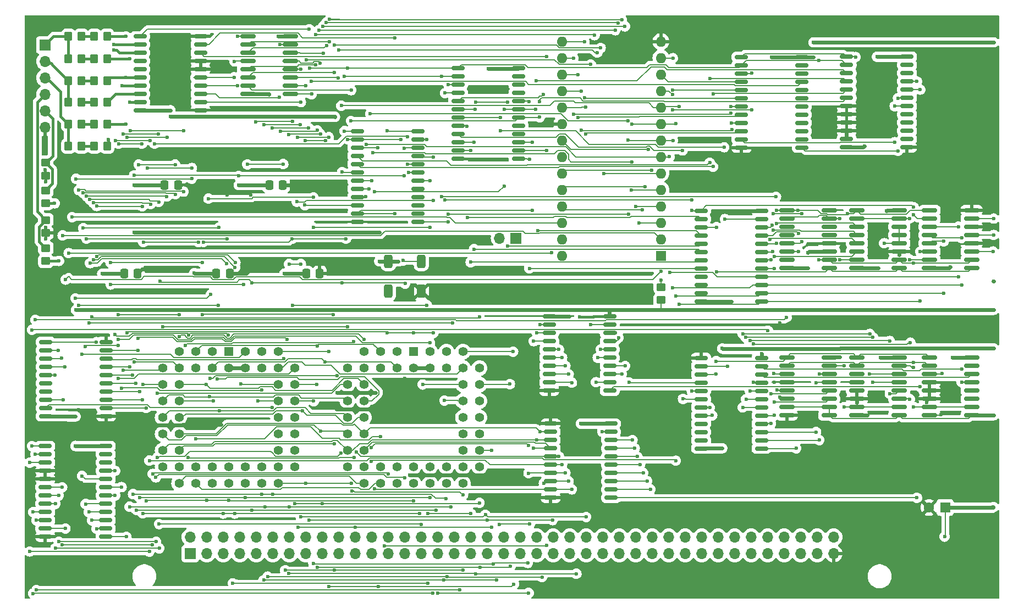
<source format=gtl>
G04 #@! TF.GenerationSoftware,KiCad,Pcbnew,8.0.4-8.0.4-0~ubuntu22.04.1*
G04 #@! TF.CreationDate,2024-08-01T15:45:40-04:00*
G04 #@! TF.ProjectId,HW_VGA,48575f56-4741-42e6-9b69-6361645f7063,1*
G04 #@! TF.SameCoordinates,Original*
G04 #@! TF.FileFunction,Copper,L1,Top*
G04 #@! TF.FilePolarity,Positive*
%FSLAX46Y46*%
G04 Gerber Fmt 4.6, Leading zero omitted, Abs format (unit mm)*
G04 Created by KiCad (PCBNEW 8.0.4-8.0.4-0~ubuntu22.04.1) date 2024-08-01 15:45:40*
%MOMM*%
%LPD*%
G01*
G04 APERTURE LIST*
G04 Aperture macros list*
%AMRoundRect*
0 Rectangle with rounded corners*
0 $1 Rounding radius*
0 $2 $3 $4 $5 $6 $7 $8 $9 X,Y pos of 4 corners*
0 Add a 4 corners polygon primitive as box body*
4,1,4,$2,$3,$4,$5,$6,$7,$8,$9,$2,$3,0*
0 Add four circle primitives for the rounded corners*
1,1,$1+$1,$2,$3*
1,1,$1+$1,$4,$5*
1,1,$1+$1,$6,$7*
1,1,$1+$1,$8,$9*
0 Add four rect primitives between the rounded corners*
20,1,$1+$1,$2,$3,$4,$5,0*
20,1,$1+$1,$4,$5,$6,$7,0*
20,1,$1+$1,$6,$7,$8,$9,0*
20,1,$1+$1,$8,$9,$2,$3,0*%
G04 Aperture macros list end*
G04 #@! TA.AperFunction,SMDPad,CuDef*
%ADD10RoundRect,0.250000X0.350000X0.450000X-0.350000X0.450000X-0.350000X-0.450000X0.350000X-0.450000X0*%
G04 #@! TD*
G04 #@! TA.AperFunction,SMDPad,CuDef*
%ADD11RoundRect,0.150000X-0.875000X-0.150000X0.875000X-0.150000X0.875000X0.150000X-0.875000X0.150000X0*%
G04 #@! TD*
G04 #@! TA.AperFunction,SMDPad,CuDef*
%ADD12RoundRect,0.250000X-0.350000X-0.450000X0.350000X-0.450000X0.350000X0.450000X-0.350000X0.450000X0*%
G04 #@! TD*
G04 #@! TA.AperFunction,SMDPad,CuDef*
%ADD13RoundRect,0.325000X-0.325000X-0.725000X0.325000X-0.725000X0.325000X0.725000X-0.325000X0.725000X0*%
G04 #@! TD*
G04 #@! TA.AperFunction,ComponentPad*
%ADD14R,1.422400X1.422400*%
G04 #@! TD*
G04 #@! TA.AperFunction,ComponentPad*
%ADD15C,1.422400*%
G04 #@! TD*
G04 #@! TA.AperFunction,SMDPad,CuDef*
%ADD16RoundRect,0.150000X0.875000X0.150000X-0.875000X0.150000X-0.875000X-0.150000X0.875000X-0.150000X0*%
G04 #@! TD*
G04 #@! TA.AperFunction,SMDPad,CuDef*
%ADD17RoundRect,0.150000X1.050000X0.150000X-1.050000X0.150000X-1.050000X-0.150000X1.050000X-0.150000X0*%
G04 #@! TD*
G04 #@! TA.AperFunction,SMDPad,CuDef*
%ADD18RoundRect,0.250000X0.450000X-0.350000X0.450000X0.350000X-0.450000X0.350000X-0.450000X-0.350000X0*%
G04 #@! TD*
G04 #@! TA.AperFunction,SMDPad,CuDef*
%ADD19RoundRect,0.250000X-0.450000X0.350000X-0.450000X-0.350000X0.450000X-0.350000X0.450000X0.350000X0*%
G04 #@! TD*
G04 #@! TA.AperFunction,SMDPad,CuDef*
%ADD20RoundRect,0.250000X-0.337500X-0.475000X0.337500X-0.475000X0.337500X0.475000X-0.337500X0.475000X0*%
G04 #@! TD*
G04 #@! TA.AperFunction,ComponentPad*
%ADD21R,1.600000X1.600000*%
G04 #@! TD*
G04 #@! TA.AperFunction,ComponentPad*
%ADD22O,1.600000X1.600000*%
G04 #@! TD*
G04 #@! TA.AperFunction,SMDPad,CuDef*
%ADD23RoundRect,0.150000X-1.050000X-0.150000X1.050000X-0.150000X1.050000X0.150000X-1.050000X0.150000X0*%
G04 #@! TD*
G04 #@! TA.AperFunction,ComponentPad*
%ADD24R,1.700000X1.700000*%
G04 #@! TD*
G04 #@! TA.AperFunction,ComponentPad*
%ADD25O,1.700000X1.700000*%
G04 #@! TD*
G04 #@! TA.AperFunction,ComponentPad*
%ADD26C,1.600000*%
G04 #@! TD*
G04 #@! TA.AperFunction,ViaPad*
%ADD27C,0.600000*%
G04 #@! TD*
G04 #@! TA.AperFunction,Conductor*
%ADD28C,0.150000*%
G04 #@! TD*
G04 #@! TA.AperFunction,Conductor*
%ADD29C,0.600000*%
G04 #@! TD*
G04 #@! TA.AperFunction,Conductor*
%ADD30C,0.400000*%
G04 #@! TD*
G04 #@! TA.AperFunction,Conductor*
%ADD31C,0.127000*%
G04 #@! TD*
G04 APERTURE END LIST*
D10*
X76200000Y-68500000D03*
X74200000Y-68500000D03*
D11*
X114700000Y-76277500D03*
X114700000Y-77547500D03*
X114700000Y-78817500D03*
X114700000Y-80087500D03*
X114700000Y-81357500D03*
X114700000Y-82627500D03*
X114700000Y-83897500D03*
X114700000Y-85167500D03*
X114700000Y-86437500D03*
X114700000Y-87707500D03*
X114700000Y-88977500D03*
X114700000Y-90247500D03*
X124000000Y-90247500D03*
X124000000Y-88977500D03*
X124000000Y-87707500D03*
X124000000Y-86437500D03*
X124000000Y-85167500D03*
X124000000Y-83897500D03*
X124000000Y-82627500D03*
X124000000Y-81357500D03*
X124000000Y-80087500D03*
X124000000Y-78817500D03*
X124000000Y-77547500D03*
X124000000Y-76277500D03*
D12*
X74200000Y-65100000D03*
X76200000Y-65100000D03*
D13*
X119470000Y-100950000D03*
X124550000Y-100950000D03*
X124550000Y-96350000D03*
X119470000Y-96350000D03*
D14*
X94880000Y-110270000D03*
D15*
X94880000Y-112810000D03*
X92340000Y-110270000D03*
X92340000Y-112810000D03*
X89800000Y-110270000D03*
X89800000Y-112810000D03*
X87260000Y-110270000D03*
X84720000Y-112810000D03*
X87260000Y-112810000D03*
X84720000Y-115350000D03*
X87260000Y-115350000D03*
X84720000Y-117890000D03*
X87260000Y-117890000D03*
X84720000Y-120430000D03*
X87260000Y-120430000D03*
X84720000Y-122970000D03*
X87260000Y-122970000D03*
X84720000Y-125510000D03*
X87260000Y-125510000D03*
X84720000Y-128050000D03*
X87260000Y-130590000D03*
X87260000Y-128050000D03*
X89800000Y-130590000D03*
X89800000Y-128050000D03*
X92340000Y-130590000D03*
X92340000Y-128050000D03*
X94880000Y-130590000D03*
X94880000Y-128050000D03*
X97420000Y-130590000D03*
X97420000Y-128050000D03*
X99960000Y-130590000D03*
X99960000Y-128050000D03*
X102500000Y-130590000D03*
X105040000Y-128050000D03*
X102500000Y-128050000D03*
X105040000Y-125510000D03*
X102500000Y-125510000D03*
X105040000Y-122970000D03*
X102500000Y-122970000D03*
X105040000Y-120430000D03*
X102500000Y-120430000D03*
X105040000Y-117890000D03*
X102500000Y-117890000D03*
X105040000Y-115350000D03*
X102500000Y-115350000D03*
X105040000Y-112810000D03*
X102500000Y-110270000D03*
X102500000Y-112810000D03*
X99960000Y-110270000D03*
X99960000Y-112810000D03*
X97420000Y-110270000D03*
X97420000Y-112810000D03*
D10*
X72200000Y-68500000D03*
X70200000Y-68500000D03*
D16*
X90550000Y-73105000D03*
X90550000Y-71835000D03*
X90550000Y-70565000D03*
X90550000Y-69295000D03*
X90550000Y-68025000D03*
X90550000Y-66755000D03*
X90550000Y-65485000D03*
X90550000Y-64215000D03*
X90550000Y-62945000D03*
X90550000Y-61675000D03*
X81250000Y-61675000D03*
X81250000Y-62945000D03*
X81250000Y-64215000D03*
X81250000Y-65485000D03*
X81250000Y-66755000D03*
X81250000Y-68025000D03*
X81250000Y-69295000D03*
X81250000Y-70565000D03*
X81250000Y-71835000D03*
X81250000Y-73105000D03*
D11*
X190025000Y-64830000D03*
X190025000Y-66100000D03*
X190025000Y-67370000D03*
X190025000Y-68640000D03*
X190025000Y-69910000D03*
X190025000Y-71180000D03*
X190025000Y-72450000D03*
X190025000Y-73720000D03*
X190025000Y-74990000D03*
X190025000Y-76260000D03*
X190025000Y-77530000D03*
X190025000Y-78800000D03*
X199325000Y-78800000D03*
X199325000Y-77530000D03*
X199325000Y-76260000D03*
X199325000Y-74990000D03*
X199325000Y-73720000D03*
X199325000Y-72450000D03*
X199325000Y-71180000D03*
X199325000Y-69910000D03*
X199325000Y-68640000D03*
X199325000Y-67370000D03*
X199325000Y-66100000D03*
X199325000Y-64830000D03*
D10*
X72200000Y-75200000D03*
X70200000Y-75200000D03*
D17*
X209275000Y-97385000D03*
X209275000Y-96115000D03*
X209275000Y-94845000D03*
X209275000Y-93575000D03*
X209275000Y-92305000D03*
X209275000Y-91035000D03*
X209275000Y-89765000D03*
X209275000Y-88495000D03*
X202775000Y-88495000D03*
X202775000Y-89765000D03*
X202775000Y-91035000D03*
X202775000Y-92305000D03*
X202775000Y-93575000D03*
X202775000Y-94845000D03*
X202775000Y-96115000D03*
X202775000Y-97385000D03*
D12*
X74200000Y-78600000D03*
X76200000Y-78600000D03*
D18*
X66725000Y-96325000D03*
X66725000Y-94325000D03*
D19*
X66725000Y-81150000D03*
X66725000Y-83150000D03*
D16*
X176925000Y-125220000D03*
X176925000Y-123950000D03*
X176925000Y-122680000D03*
X176925000Y-121410000D03*
X176925000Y-120140000D03*
X176925000Y-118870000D03*
X176925000Y-117600000D03*
X176925000Y-116330000D03*
X176925000Y-115060000D03*
X176925000Y-113790000D03*
X176925000Y-112520000D03*
X176925000Y-111250000D03*
X167625000Y-111250000D03*
X167625000Y-112520000D03*
X167625000Y-113790000D03*
X167625000Y-115060000D03*
X167625000Y-116330000D03*
X167625000Y-117600000D03*
X167625000Y-118870000D03*
X167625000Y-120140000D03*
X167625000Y-121410000D03*
X167625000Y-122680000D03*
X167625000Y-123950000D03*
X167625000Y-125220000D03*
D20*
X101162500Y-84600000D03*
X103237500Y-84600000D03*
D10*
X76200000Y-75200000D03*
X74200000Y-75200000D03*
D11*
X144250000Y-104885000D03*
X144250000Y-106155000D03*
X144250000Y-107425000D03*
X144250000Y-108695000D03*
X144250000Y-109965000D03*
X144250000Y-111235000D03*
X144250000Y-112505000D03*
X144250000Y-113775000D03*
X144250000Y-115045000D03*
X144250000Y-116315000D03*
X153550000Y-116315000D03*
X153550000Y-115045000D03*
X153550000Y-113775000D03*
X153550000Y-112505000D03*
X153550000Y-111235000D03*
X153550000Y-109965000D03*
X153550000Y-108695000D03*
X153550000Y-107425000D03*
X153550000Y-106155000D03*
X153550000Y-104885000D03*
D21*
X161425000Y-95500000D03*
D22*
X161425000Y-92960000D03*
X161425000Y-90420000D03*
X161425000Y-87880000D03*
X161425000Y-85340000D03*
X161425000Y-82800000D03*
X161425000Y-80260000D03*
X161425000Y-77720000D03*
X161425000Y-75180000D03*
X161425000Y-72640000D03*
X161425000Y-70100000D03*
X161425000Y-67560000D03*
X161425000Y-65020000D03*
X161425000Y-62480000D03*
X146185000Y-62480000D03*
X146185000Y-65020000D03*
X146185000Y-67560000D03*
X146185000Y-70100000D03*
X146185000Y-72640000D03*
X146185000Y-75180000D03*
X146185000Y-77720000D03*
X146185000Y-80260000D03*
X146185000Y-82800000D03*
X146185000Y-85340000D03*
X146185000Y-87880000D03*
X146185000Y-90420000D03*
X146185000Y-92960000D03*
X146185000Y-95500000D03*
D14*
X123340000Y-110270000D03*
D15*
X123340000Y-112810000D03*
X120800000Y-110270000D03*
X120800000Y-112810000D03*
X118260000Y-110270000D03*
X118260000Y-112810000D03*
X115720000Y-110270000D03*
X113180000Y-112810000D03*
X115720000Y-112810000D03*
X113180000Y-115350000D03*
X115720000Y-115350000D03*
X113180000Y-117890000D03*
X115720000Y-117890000D03*
X113180000Y-120430000D03*
X115720000Y-120430000D03*
X113180000Y-122970000D03*
X115720000Y-122970000D03*
X113180000Y-125510000D03*
X115720000Y-125510000D03*
X113180000Y-128050000D03*
X115720000Y-130590000D03*
X115720000Y-128050000D03*
X118260000Y-130590000D03*
X118260000Y-128050000D03*
X120800000Y-130590000D03*
X120800000Y-128050000D03*
X123340000Y-130590000D03*
X123340000Y-128050000D03*
X125880000Y-130590000D03*
X125880000Y-128050000D03*
X128420000Y-130590000D03*
X128420000Y-128050000D03*
X130960000Y-130590000D03*
X133500000Y-128050000D03*
X130960000Y-128050000D03*
X133500000Y-125510000D03*
X130960000Y-125510000D03*
X133500000Y-122970000D03*
X130960000Y-122970000D03*
X133500000Y-120430000D03*
X130960000Y-120430000D03*
X133500000Y-117890000D03*
X130960000Y-117890000D03*
X133500000Y-115350000D03*
X130960000Y-115350000D03*
X133500000Y-112810000D03*
X130960000Y-110270000D03*
X130960000Y-112810000D03*
X128420000Y-110270000D03*
X128420000Y-112810000D03*
X125880000Y-110270000D03*
X125880000Y-112810000D03*
D23*
X191625000Y-111210000D03*
X191625000Y-112480000D03*
X191625000Y-113750000D03*
X191625000Y-115020000D03*
X191625000Y-116290000D03*
X191625000Y-117560000D03*
X191625000Y-118830000D03*
X191625000Y-120100000D03*
X198125000Y-120100000D03*
X198125000Y-118830000D03*
X198125000Y-117560000D03*
X198125000Y-116290000D03*
X198125000Y-115020000D03*
X198125000Y-113750000D03*
X198125000Y-112480000D03*
X198125000Y-111210000D03*
D20*
X92992500Y-98250000D03*
X95067500Y-98250000D03*
D17*
X104350000Y-70600000D03*
X104350000Y-69330000D03*
X104350000Y-68060000D03*
X104350000Y-66790000D03*
X104350000Y-65520000D03*
X104350000Y-64250000D03*
X104350000Y-62980000D03*
X104350000Y-61710000D03*
X97850000Y-61710000D03*
X97850000Y-62980000D03*
X97850000Y-64250000D03*
X97850000Y-65520000D03*
X97850000Y-66790000D03*
X97850000Y-68060000D03*
X97850000Y-69330000D03*
X97850000Y-70600000D03*
D16*
X76025000Y-120250000D03*
X76025000Y-118980000D03*
X76025000Y-117710000D03*
X76025000Y-116440000D03*
X76025000Y-115170000D03*
X76025000Y-113900000D03*
X76025000Y-112630000D03*
X76025000Y-111360000D03*
X76025000Y-110090000D03*
X76025000Y-108820000D03*
X66725000Y-108820000D03*
X66725000Y-110090000D03*
X66725000Y-111360000D03*
X66725000Y-112630000D03*
X66725000Y-113900000D03*
X66725000Y-115170000D03*
X66725000Y-116440000D03*
X66725000Y-117710000D03*
X66725000Y-118980000D03*
X66725000Y-120250000D03*
D23*
X202775000Y-111210000D03*
X202775000Y-112480000D03*
X202775000Y-113750000D03*
X202775000Y-115020000D03*
X202775000Y-116290000D03*
X202775000Y-117560000D03*
X202775000Y-118830000D03*
X202775000Y-120100000D03*
X209275000Y-120100000D03*
X209275000Y-118830000D03*
X209275000Y-117560000D03*
X209275000Y-116290000D03*
X209275000Y-115020000D03*
X209275000Y-113750000D03*
X209275000Y-112480000D03*
X209275000Y-111210000D03*
D12*
X70200000Y-71800000D03*
X72200000Y-71800000D03*
X70200000Y-65100000D03*
X72200000Y-65100000D03*
D10*
X76200000Y-61700000D03*
X74200000Y-61700000D03*
D23*
X180825000Y-111210000D03*
X180825000Y-112480000D03*
X180825000Y-113750000D03*
X180825000Y-115020000D03*
X180825000Y-116290000D03*
X180825000Y-117560000D03*
X180825000Y-118830000D03*
X180825000Y-120100000D03*
X187325000Y-120100000D03*
X187325000Y-118830000D03*
X187325000Y-117560000D03*
X187325000Y-116290000D03*
X187325000Y-115020000D03*
X187325000Y-113750000D03*
X187325000Y-112480000D03*
X187325000Y-111210000D03*
D24*
X88970000Y-141420000D03*
D25*
X88970000Y-138880000D03*
X91510000Y-141420000D03*
X91510000Y-138880000D03*
X94050000Y-141420000D03*
X94050000Y-138880000D03*
X96590000Y-141420000D03*
X96590000Y-138880000D03*
X99130000Y-141420000D03*
X99130000Y-138880000D03*
X101670000Y-141420000D03*
X101670000Y-138880000D03*
X104210000Y-141420000D03*
X104210000Y-138880000D03*
X106750000Y-141420000D03*
X106750000Y-138880000D03*
X109290000Y-141420000D03*
X109290000Y-138880000D03*
X111830000Y-141420000D03*
X111830000Y-138880000D03*
X114370000Y-141420000D03*
X114370000Y-138880000D03*
X116910000Y-141420000D03*
X116910000Y-138880000D03*
X119450000Y-141420000D03*
X119450000Y-138880000D03*
X121990000Y-141420000D03*
X121990000Y-138880000D03*
X124530000Y-141420000D03*
X124530000Y-138880000D03*
X127070000Y-141420000D03*
X127070000Y-138880000D03*
X129610000Y-141420000D03*
X129610000Y-138880000D03*
X132150000Y-141420000D03*
X132150000Y-138880000D03*
X134690000Y-141420000D03*
X134690000Y-138880000D03*
X137230000Y-141420000D03*
X137230000Y-138880000D03*
X139770000Y-141420000D03*
X139770000Y-138880000D03*
X142310000Y-141420000D03*
X142310000Y-138880000D03*
X144850000Y-141420000D03*
X144850000Y-138880000D03*
X147390000Y-141420000D03*
X147390000Y-138880000D03*
X149930000Y-141420000D03*
X149930000Y-138880000D03*
X152470000Y-141420000D03*
X152470000Y-138880000D03*
X155010000Y-141420000D03*
X155010000Y-138880000D03*
X157550000Y-141420000D03*
X157550000Y-138880000D03*
X160090000Y-141420000D03*
X160090000Y-138880000D03*
X162630000Y-141420000D03*
X162630000Y-138880000D03*
X165170000Y-141420000D03*
X165170000Y-138880000D03*
X167710000Y-141420000D03*
X167710000Y-138880000D03*
X170250000Y-141420000D03*
X170250000Y-138880000D03*
X172790000Y-141420000D03*
X172790000Y-138880000D03*
X175330000Y-141420000D03*
X175330000Y-138880000D03*
X177870000Y-141420000D03*
X177870000Y-138880000D03*
X180410000Y-141420000D03*
X180410000Y-138880000D03*
X182950000Y-141420000D03*
X182950000Y-138880000D03*
X185490000Y-141420000D03*
X185490000Y-138880000D03*
X188030000Y-141420000D03*
X188030000Y-138880000D03*
D17*
X187325000Y-97385000D03*
X187325000Y-96115000D03*
X187325000Y-94845000D03*
X187325000Y-93575000D03*
X187325000Y-92305000D03*
X187325000Y-91035000D03*
X187325000Y-89765000D03*
X187325000Y-88495000D03*
X180825000Y-88495000D03*
X180825000Y-89765000D03*
X180825000Y-91035000D03*
X180825000Y-92305000D03*
X180825000Y-93575000D03*
X180825000Y-94845000D03*
X180825000Y-96115000D03*
X180825000Y-97385000D03*
D10*
X72200000Y-61700000D03*
X70200000Y-61700000D03*
D18*
X66725000Y-87425000D03*
X66725000Y-85425000D03*
X161450000Y-102325000D03*
X161450000Y-100325000D03*
D11*
X144450000Y-121395000D03*
X144450000Y-122665000D03*
X144450000Y-123935000D03*
X144450000Y-125205000D03*
X144450000Y-126475000D03*
X144450000Y-127745000D03*
X144450000Y-129015000D03*
X144450000Y-130285000D03*
X144450000Y-131555000D03*
X144450000Y-132825000D03*
X153750000Y-132825000D03*
X153750000Y-131555000D03*
X153750000Y-130285000D03*
X153750000Y-129015000D03*
X153750000Y-127745000D03*
X153750000Y-126475000D03*
X153750000Y-125205000D03*
X153750000Y-123935000D03*
X153750000Y-122665000D03*
X153750000Y-121395000D03*
D24*
X66600000Y-63020000D03*
D25*
X66600000Y-65560000D03*
X66600000Y-68100000D03*
X66600000Y-70640000D03*
X66600000Y-73180000D03*
X66600000Y-75720000D03*
D12*
X74200000Y-71800000D03*
X76200000Y-71800000D03*
D19*
X66725000Y-90000000D03*
X66725000Y-92000000D03*
D16*
X176925000Y-102525000D03*
X176925000Y-101255000D03*
X176925000Y-99985000D03*
X176925000Y-98715000D03*
X176925000Y-97445000D03*
X176925000Y-96175000D03*
X176925000Y-94905000D03*
X176925000Y-93635000D03*
X176925000Y-92365000D03*
X176925000Y-91095000D03*
X176925000Y-89825000D03*
X176925000Y-88555000D03*
X167625000Y-88555000D03*
X167625000Y-89825000D03*
X167625000Y-91095000D03*
X167625000Y-92365000D03*
X167625000Y-93635000D03*
X167625000Y-94905000D03*
X167625000Y-96175000D03*
X167625000Y-97445000D03*
X167625000Y-98715000D03*
X167625000Y-99985000D03*
X167625000Y-101255000D03*
X167625000Y-102525000D03*
D20*
X106817500Y-98250000D03*
X108892500Y-98250000D03*
D11*
X130200000Y-66605000D03*
X130200000Y-67875000D03*
X130200000Y-69145000D03*
X130200000Y-70415000D03*
X130200000Y-71685000D03*
X130200000Y-72955000D03*
X130200000Y-74225000D03*
X130200000Y-75495000D03*
X130200000Y-76765000D03*
X130200000Y-78035000D03*
X130200000Y-79305000D03*
X130200000Y-80575000D03*
X139500000Y-80575000D03*
X139500000Y-79305000D03*
X139500000Y-78035000D03*
X139500000Y-76765000D03*
X139500000Y-75495000D03*
X139500000Y-74225000D03*
X139500000Y-72955000D03*
X139500000Y-71685000D03*
X139500000Y-70415000D03*
X139500000Y-69145000D03*
X139500000Y-67875000D03*
X139500000Y-66605000D03*
D20*
X85027500Y-84600000D03*
X87102500Y-84600000D03*
D11*
X173825000Y-64870000D03*
X173825000Y-66140000D03*
X173825000Y-67410000D03*
X173825000Y-68680000D03*
X173825000Y-69950000D03*
X173825000Y-71220000D03*
X173825000Y-72490000D03*
X173825000Y-73760000D03*
X173825000Y-75030000D03*
X173825000Y-76300000D03*
X173825000Y-77570000D03*
X173825000Y-78840000D03*
X183125000Y-78840000D03*
X183125000Y-77570000D03*
X183125000Y-76300000D03*
X183125000Y-75030000D03*
X183125000Y-73760000D03*
X183125000Y-72490000D03*
X183125000Y-71220000D03*
X183125000Y-69950000D03*
X183125000Y-68680000D03*
X183125000Y-67410000D03*
X183125000Y-66140000D03*
X183125000Y-64870000D03*
D20*
X78792500Y-98250000D03*
X80867500Y-98250000D03*
D11*
X66650000Y-124855000D03*
X66650000Y-126125000D03*
X66650000Y-127395000D03*
X66650000Y-128665000D03*
X66650000Y-129935000D03*
X66650000Y-131205000D03*
X66650000Y-132475000D03*
X66650000Y-133745000D03*
X66650000Y-135015000D03*
X66650000Y-136285000D03*
X66650000Y-137555000D03*
X66650000Y-138825000D03*
X75950000Y-138825000D03*
X75950000Y-137555000D03*
X75950000Y-136285000D03*
X75950000Y-135015000D03*
X75950000Y-133745000D03*
X75950000Y-132475000D03*
X75950000Y-131205000D03*
X75950000Y-129935000D03*
X75950000Y-128665000D03*
X75950000Y-127395000D03*
X75950000Y-126125000D03*
X75950000Y-124855000D03*
D24*
X139140000Y-92800000D03*
D25*
X136600000Y-92800000D03*
D17*
X198125000Y-97385000D03*
X198125000Y-96115000D03*
X198125000Y-94845000D03*
X198125000Y-93575000D03*
X198125000Y-92305000D03*
X198125000Y-91035000D03*
X198125000Y-89765000D03*
X198125000Y-88495000D03*
X191625000Y-88495000D03*
X191625000Y-89765000D03*
X191625000Y-91035000D03*
X191625000Y-92305000D03*
X191625000Y-93575000D03*
X191625000Y-94845000D03*
X191625000Y-96115000D03*
X191625000Y-97385000D03*
D12*
X70200000Y-78600000D03*
X72200000Y-78600000D03*
D21*
X205200000Y-134320000D03*
D26*
X202700000Y-134320000D03*
D27*
X184925000Y-64850000D03*
X134900000Y-66650000D03*
X205100000Y-138800000D03*
X111250000Y-74100000D03*
X194875000Y-97400000D03*
X89575000Y-103850000D03*
X96175000Y-103850000D03*
X118075000Y-96350000D03*
X103450000Y-98250000D03*
X212550000Y-94850000D03*
X80300000Y-84600000D03*
X205975000Y-97250000D03*
X170875000Y-109800000D03*
X103300000Y-103850000D03*
X189000000Y-111150000D03*
X96475000Y-91875000D03*
X184925000Y-62600000D03*
X148900000Y-104900000D03*
X121012500Y-96362500D03*
X111250000Y-91875000D03*
X119250000Y-76250000D03*
X212625000Y-134250000D03*
X189000000Y-109850000D03*
X89600000Y-98175000D03*
X118075000Y-103850000D03*
X212650000Y-109775000D03*
X133525000Y-103850000D03*
X206325000Y-109775000D03*
X194705000Y-64830000D03*
X85900000Y-74050000D03*
X101100000Y-70625000D03*
X206325000Y-111175000D03*
X149100000Y-121375000D03*
X71300000Y-124825000D03*
X71300000Y-120275000D03*
X184050000Y-109850000D03*
X146175000Y-103850000D03*
X212650000Y-62600000D03*
X172275000Y-102525000D03*
X75375000Y-103850000D03*
X184075000Y-103850000D03*
X195225000Y-109775000D03*
X194675000Y-62600000D03*
X184075000Y-97375000D03*
X212650000Y-92300000D03*
X178475000Y-64850000D03*
X194850000Y-103850000D03*
X172250000Y-103850000D03*
X195800000Y-93575000D03*
X70125000Y-120250000D03*
X80300000Y-91875000D03*
X195225000Y-111175000D03*
X184075000Y-95000000D03*
X212650000Y-120100000D03*
X205975000Y-103850000D03*
X75425000Y-98275000D03*
X153450000Y-103850000D03*
X212650000Y-89775000D03*
X124675000Y-103850000D03*
X170875000Y-125175000D03*
X101125000Y-74067000D03*
X71375000Y-103875000D03*
X212650000Y-99425000D03*
X212650000Y-103825000D03*
X118075000Y-91875000D03*
X85900000Y-73075000D03*
X96425000Y-84600000D03*
X209175000Y-132150000D03*
X105350000Y-84575000D03*
X135450000Y-118125000D03*
X185275000Y-135125000D03*
X196200000Y-88573000D03*
X199200000Y-128200000D03*
X188250000Y-88475000D03*
X121825000Y-120600000D03*
X66700000Y-91125000D03*
X188225000Y-91025000D03*
X144000000Y-100750000D03*
X81025000Y-142600000D03*
X98275000Y-86150000D03*
X130900000Y-80575000D03*
X192700000Y-72800000D03*
X199125000Y-60300000D03*
X67650000Y-99150000D03*
X94675000Y-86175000D03*
X130275000Y-96450000D03*
X178875000Y-115000000D03*
X188150000Y-93575000D03*
X188625000Y-83025000D03*
X210625000Y-106750000D03*
X122025000Y-114425000D03*
X122750000Y-129325000D03*
X161850000Y-135125000D03*
X211700000Y-93550000D03*
X115375000Y-90250000D03*
X192750000Y-76425000D03*
X178825000Y-113675000D03*
X66700000Y-92950000D03*
X72200000Y-142600000D03*
X175100000Y-88750000D03*
X198900000Y-106675000D03*
X203275000Y-106675000D03*
X130275000Y-97850000D03*
X117175000Y-70625000D03*
X188625000Y-60375000D03*
X73450000Y-100725000D03*
X204575000Y-120025000D03*
X135075000Y-102300000D03*
X187275000Y-74925000D03*
X175650000Y-135125000D03*
X69000000Y-122900000D03*
X203075000Y-124100000D03*
X179450000Y-135125000D03*
X193200000Y-120100000D03*
X148675000Y-100750000D03*
X173500000Y-60300000D03*
X72025000Y-137625000D03*
X139700000Y-129325000D03*
X204700000Y-113625000D03*
X133000000Y-69750000D03*
X179725000Y-105900000D03*
X88150000Y-97625000D03*
X203525000Y-83025000D03*
X192525000Y-115025000D03*
X107900000Y-81525000D03*
X93725000Y-121500000D03*
X135125000Y-108850000D03*
X66600000Y-82250000D03*
X198125000Y-95388001D03*
X199125000Y-83025000D03*
X161850000Y-128950000D03*
X123900000Y-70625000D03*
X131425000Y-102300000D03*
X192100000Y-140375000D03*
X199125000Y-134975000D03*
X208050000Y-60300000D03*
X67700000Y-103000000D03*
X184450000Y-105850000D03*
X196550000Y-67100000D03*
X80900000Y-137525000D03*
X144000000Y-102300000D03*
X102525000Y-61702000D03*
X117500000Y-119200000D03*
X148675000Y-102300000D03*
X66700000Y-84100000D03*
X71821000Y-119275000D03*
X111500000Y-119200000D03*
X111600000Y-116625000D03*
X162550000Y-108775000D03*
X136850000Y-69850000D03*
X86700000Y-97600000D03*
X179325000Y-116200000D03*
X85900000Y-62075000D03*
X98850000Y-82275000D03*
X192225000Y-135075000D03*
X202350000Y-118103001D03*
X138175000Y-102300000D03*
X135075000Y-100750000D03*
X191600000Y-118103001D03*
X76025000Y-122850000D03*
X85875000Y-59250000D03*
X203125000Y-128150000D03*
X86725000Y-101000000D03*
X176925000Y-110577000D03*
X69025000Y-121575000D03*
X162525000Y-113075000D03*
X117500000Y-116625000D03*
X183150000Y-83025000D03*
X211700000Y-91000000D03*
X130275000Y-93450000D03*
X208050000Y-64800000D03*
X179700000Y-117294000D03*
X209400000Y-137025000D03*
X193575000Y-83025000D03*
X166825000Y-84075000D03*
X166825000Y-60300000D03*
X165450000Y-135125000D03*
X185275000Y-128950000D03*
X188200000Y-92300000D03*
X199200000Y-124125000D03*
X135225000Y-112350000D03*
X101750000Y-82325000D03*
X175650000Y-128950000D03*
X104090000Y-87700000D03*
X192750000Y-78575000D03*
X192725000Y-66000000D03*
X162425000Y-117625000D03*
X199150000Y-140525000D03*
X101950000Y-97525000D03*
X173500000Y-84075000D03*
X179450000Y-128950000D03*
X98350000Y-97525000D03*
X147350000Y-104850000D03*
X165450000Y-128950000D03*
X138175000Y-100750000D03*
X131425000Y-100750000D03*
X105350000Y-81575000D03*
X192450000Y-113750000D03*
X136575000Y-136900000D03*
X127075000Y-147533000D03*
X141075000Y-147500000D03*
X141250000Y-136875000D03*
X82675000Y-141106000D03*
X64275000Y-127400000D03*
X64283931Y-141100000D03*
X82675000Y-127075000D03*
X163725000Y-127100000D03*
X121975000Y-129725000D03*
X68727000Y-132477000D03*
X83675000Y-129675000D03*
X68725000Y-139600000D03*
X83700000Y-139600000D03*
X108500000Y-143502000D03*
X133625000Y-143502000D03*
X138175000Y-115300000D03*
X138275000Y-143350000D03*
X108475000Y-115375000D03*
X96775000Y-115300000D03*
X95525000Y-146000000D03*
X124750000Y-115350000D03*
X132175000Y-135264000D03*
X125550000Y-146012000D03*
X125575000Y-135264000D03*
X81675000Y-135225000D03*
X124250000Y-135264000D03*
X95825000Y-135250000D03*
X81650000Y-117725000D03*
X94050000Y-135250000D03*
X65300000Y-136300000D03*
X130475000Y-147016000D03*
X65300000Y-147050000D03*
X98450000Y-134750000D03*
X126800000Y-134762000D03*
X80625000Y-115175000D03*
X80675000Y-134700000D03*
X84177000Y-136873000D03*
X84200000Y-140600000D03*
X68225000Y-140600000D03*
X124550000Y-136900000D03*
X68225000Y-133750000D03*
X119450000Y-129174800D03*
X83187245Y-129135902D03*
X69250450Y-131200450D03*
X83168518Y-140102000D03*
X69250450Y-140102430D03*
X106752000Y-130575000D03*
X113820032Y-130604968D03*
X130975000Y-132375000D03*
X113873752Y-131750000D03*
X103350000Y-111375000D03*
X104225000Y-134260000D03*
X129125000Y-134260000D03*
X79625000Y-112625000D03*
X100500000Y-134260000D03*
X79625000Y-134200000D03*
X177900000Y-107052659D03*
X64623000Y-124850000D03*
X64623000Y-106925000D03*
X111175000Y-144004000D03*
X131000000Y-144004000D03*
X103600000Y-144000000D03*
X133500000Y-133600000D03*
X80975000Y-108256000D03*
X105050000Y-133758000D03*
X109300000Y-133758000D03*
X103875000Y-108379000D03*
X80967000Y-110100000D03*
X80125000Y-113900000D03*
X128375000Y-132925000D03*
X99975000Y-132250000D03*
X80156518Y-132250000D03*
X101675000Y-132252000D03*
X107925000Y-142975000D03*
X135625000Y-143000000D03*
X107975000Y-117925000D03*
X140950000Y-142875000D03*
X65125000Y-126125000D03*
X65125000Y-105398000D03*
X180775000Y-105000000D03*
X112723000Y-76275000D03*
X112950000Y-92879000D03*
X90977003Y-93381000D03*
X104675000Y-92879000D03*
X191400000Y-64875000D03*
X182550000Y-88495000D03*
X76700000Y-96525000D03*
X182250000Y-125200000D03*
X90875000Y-96525000D03*
X179150000Y-86425000D03*
X127700000Y-67875000D03*
X179272975Y-88495000D03*
X190175000Y-88997000D03*
X112700000Y-67850000D03*
X127684962Y-86359902D03*
X144750000Y-136277000D03*
X134700000Y-136275000D03*
X107275000Y-136268000D03*
X128550000Y-145008000D03*
X100875000Y-144975000D03*
X143125000Y-145027000D03*
X135350000Y-137402000D03*
X105600000Y-137375000D03*
X114375000Y-137402000D03*
X135377000Y-125500000D03*
X148425000Y-144525000D03*
X104158499Y-144506000D03*
X132950000Y-144525000D03*
X82200000Y-118975000D03*
X94875000Y-133250000D03*
X82164518Y-133275000D03*
X123350000Y-133256000D03*
X91500000Y-133250000D03*
X64785931Y-147564069D03*
X64800000Y-135025000D03*
X126300000Y-147533000D03*
X81150000Y-116425000D03*
X81160518Y-132750000D03*
X125875000Y-132754000D03*
X97425000Y-132750000D03*
X138800000Y-146125000D03*
X110325000Y-146529000D03*
X110350000Y-110275000D03*
X138675000Y-110300000D03*
X117950000Y-146529000D03*
X100300000Y-145525000D03*
X128024550Y-145510430D03*
X136125000Y-145529000D03*
X99375000Y-117875000D03*
X128100000Y-117825000D03*
X149925000Y-135775000D03*
X134400000Y-135425000D03*
X105975000Y-135766000D03*
X141125000Y-71725000D03*
X78446000Y-69325000D03*
X76325000Y-77575000D03*
X79073000Y-68025000D03*
X79075000Y-61700000D03*
X79075000Y-75200000D03*
X79700000Y-65100000D03*
X79700000Y-71825000D03*
X77200000Y-63800000D03*
X68773000Y-96300000D03*
X68100000Y-87425000D03*
X77175000Y-62975000D03*
X69773000Y-99177000D03*
X161425000Y-97947000D03*
X161450000Y-99300000D03*
X68627000Y-110100000D03*
X207725000Y-115000000D03*
X207725000Y-112975000D03*
X196675000Y-108646000D03*
X175125000Y-108600000D03*
X196675000Y-116775000D03*
X175125000Y-116325000D03*
X185825000Y-123925000D03*
X185825000Y-113750000D03*
X174037245Y-107560902D03*
X174025000Y-118875000D03*
X193571000Y-113750000D03*
X193589735Y-107554659D03*
X178375000Y-121400000D03*
X178375000Y-116800000D03*
X166175000Y-88550000D03*
X200325000Y-88000000D03*
X166175000Y-116325000D03*
X128198000Y-70425000D03*
X166200000Y-86900000D03*
X200300000Y-89175000D03*
X128198000Y-86875000D03*
X185323000Y-115125000D03*
X185323000Y-122675000D03*
X174550000Y-117600000D03*
X194075000Y-108096000D03*
X174525000Y-108100000D03*
X194073000Y-115046592D03*
X169954000Y-111750000D03*
X169954000Y-113750000D03*
X175675000Y-109100000D03*
X199846000Y-108900000D03*
X199750000Y-117600000D03*
X175675000Y-115000000D03*
X178877000Y-118075000D03*
X178877000Y-120125000D03*
X189627000Y-118825000D03*
X189650000Y-112480000D03*
X185750000Y-96100551D03*
X113225000Y-77550000D03*
X121425000Y-77547500D03*
X200348000Y-96617000D03*
X185750000Y-65372000D03*
X121744083Y-96242996D03*
X200348000Y-111978000D03*
X107310000Y-66600000D03*
X113225000Y-66605000D03*
X107300000Y-60600000D03*
X200348000Y-118825000D03*
X200348000Y-112705003D03*
X178876382Y-95598551D03*
X178850000Y-97450000D03*
X164225000Y-103000000D03*
X112221000Y-72375000D03*
X112350000Y-82600000D03*
X201352000Y-102500000D03*
X201352000Y-94875000D03*
X164225000Y-72548000D03*
X178375000Y-96125000D03*
X178173000Y-93000000D03*
X179250000Y-90550000D03*
X179198001Y-93602901D03*
X182600000Y-94850000D03*
X182600000Y-92039000D03*
X116000000Y-86375000D03*
X162775000Y-98100000D03*
X207250000Y-91025000D03*
X162750000Y-80250000D03*
X207244327Y-98725000D03*
X116100000Y-78350000D03*
X116675000Y-73642000D03*
X207754242Y-100027000D03*
X163225000Y-100475000D03*
X156404000Y-74675000D03*
X156404000Y-77700000D03*
X163275000Y-77725000D03*
X207746327Y-92777190D03*
X116490500Y-85175000D03*
X156975000Y-81030500D03*
X163750000Y-75150000D03*
X204977000Y-93275000D03*
X117104000Y-79600000D03*
X163725000Y-101725000D03*
X116952000Y-83897500D03*
X156975000Y-75200000D03*
X205002000Y-101275000D03*
X178675000Y-94900000D03*
X178748000Y-91525000D03*
X169975000Y-97950000D03*
X169975000Y-91100000D03*
X178574590Y-90818981D03*
X183100000Y-93325000D03*
X178750000Y-89000000D03*
X183100000Y-88997000D03*
X199725000Y-89750000D03*
X199751999Y-96100674D03*
X188975000Y-96115000D03*
X188975000Y-89775000D03*
X120475000Y-61927000D03*
X141677000Y-88475000D03*
X120450000Y-89025000D03*
X141675000Y-78025000D03*
X142773000Y-71725000D03*
X142773000Y-74144000D03*
X113727000Y-74725000D03*
X113750000Y-69975000D03*
X143800000Y-64773000D03*
X143800000Y-79275000D03*
X106808000Y-65275000D03*
X150644000Y-106150000D03*
X106775000Y-69325000D03*
X150644000Y-66025000D03*
X151700000Y-111225000D03*
X151648000Y-64175000D03*
X111850000Y-63759000D03*
X111775000Y-68075000D03*
X96275000Y-61702000D03*
X96223000Y-69297956D03*
X109396000Y-60150000D03*
X155925000Y-112500000D03*
X155902000Y-60150000D03*
X109450000Y-64261000D03*
X107632000Y-68643000D03*
X107650000Y-70600000D03*
X109898000Y-59550000D03*
X154898000Y-108125000D03*
X154849788Y-59602000D03*
X109954000Y-63100000D03*
X111150000Y-63050000D03*
X152150000Y-63475000D03*
X111125000Y-67275000D03*
X152150000Y-109950000D03*
X102725000Y-71075000D03*
X102745000Y-62980000D03*
X108250000Y-66098000D03*
X108250000Y-61425000D03*
X151225000Y-61500000D03*
X151425000Y-115000000D03*
X106000000Y-71825000D03*
X106000000Y-66725000D03*
X108950000Y-65777000D03*
X154396000Y-60750000D03*
X154396000Y-107425000D03*
X108775000Y-60725000D03*
X155400000Y-113725000D03*
X110400000Y-62500000D03*
X155400000Y-59100000D03*
X110431344Y-59048000D03*
X95773000Y-68000000D03*
X95773000Y-65525000D03*
X163250000Y-69950000D03*
X163275000Y-65050000D03*
X149150000Y-76175000D03*
X172373210Y-76098000D03*
X172325000Y-75030000D03*
X149150000Y-70125000D03*
X149650000Y-62500000D03*
X149652000Y-71136000D03*
X148625000Y-67575000D03*
X148625000Y-74177000D03*
X147950000Y-73675000D03*
X172225000Y-72490000D03*
X172225000Y-73558000D03*
X147950000Y-65025000D03*
X163250000Y-73050000D03*
X175400000Y-73050000D03*
X175450000Y-67375000D03*
X163224052Y-70676539D03*
X149825000Y-72625000D03*
X149825000Y-76702000D03*
X146725000Y-128975000D03*
X141050000Y-129025000D03*
X114200000Y-126598000D03*
X146729000Y-112475000D03*
X141025000Y-124704000D03*
X88675000Y-126598000D03*
X116872203Y-125067733D03*
X142850000Y-106150000D03*
X142850000Y-122650000D03*
X160029000Y-82298000D03*
X159825000Y-131525000D03*
X142348000Y-107425000D03*
X142350000Y-123925000D03*
X147231000Y-113775000D03*
X147225000Y-130250000D03*
X143875000Y-140175000D03*
X143400000Y-130575000D03*
X118900000Y-140200000D03*
X146225000Y-127725000D03*
X116800000Y-127204000D03*
X146227000Y-111200000D03*
X141846000Y-108675000D03*
X111150000Y-124452000D03*
X141850000Y-125200000D03*
X157775000Y-126450000D03*
X158054000Y-90450000D03*
X158700000Y-128975000D03*
X159025000Y-84838000D03*
X89800000Y-123749000D03*
X147725000Y-131525000D03*
X147733000Y-115075000D03*
X117300000Y-131400000D03*
X118300000Y-123375000D03*
X157050000Y-123925000D03*
X156850000Y-85350000D03*
X158575000Y-88450000D03*
X158225000Y-127725000D03*
X200850000Y-132825000D03*
X200850000Y-68625000D03*
X152652000Y-82825000D03*
X152400000Y-122650000D03*
X157550000Y-87925000D03*
X157400000Y-125200000D03*
X159500000Y-79100000D03*
X159300000Y-130225000D03*
X83900000Y-126598000D03*
X145725000Y-109950000D03*
X112137347Y-125966485D03*
X145725000Y-126450000D03*
X114525000Y-125750000D03*
X70248000Y-95098000D03*
X144575000Y-95000000D03*
X69125000Y-111325000D03*
X68125000Y-113875000D03*
X69325000Y-92375000D03*
X70796000Y-89550000D03*
X69650000Y-112600000D03*
X201351999Y-115696923D03*
X201352000Y-69900000D03*
X77950000Y-78250000D03*
X81550000Y-78250000D03*
X84725000Y-106421000D03*
X113175000Y-106421000D03*
X78684179Y-76709239D03*
X84075000Y-76719550D03*
X78621000Y-113175000D03*
X83900000Y-116700000D03*
X82350000Y-81952000D03*
X81725000Y-115350000D03*
X89225000Y-81975000D03*
X79725000Y-76207239D03*
X87925000Y-76200000D03*
X80350000Y-111862000D03*
X114100000Y-108702000D03*
X88225000Y-109325000D03*
X86650000Y-81450000D03*
X81050000Y-81450000D03*
X115725000Y-108425000D03*
X87300000Y-104577000D03*
X77900000Y-104577000D03*
X82800000Y-77725000D03*
X87300000Y-107979000D03*
X77448619Y-77723550D03*
X122450000Y-77150000D03*
X122450000Y-81357500D03*
X83450000Y-78225000D03*
X79200000Y-77221550D03*
X85400000Y-77225000D03*
X90250000Y-93381000D03*
X81750000Y-93381000D03*
X122600000Y-82625000D03*
X98500000Y-99700000D03*
X84300000Y-99448000D03*
X122050000Y-99800000D03*
X112350000Y-99700000D03*
X97205000Y-99950000D03*
X76725000Y-99950000D03*
X93475000Y-119377000D03*
X74043521Y-96096042D03*
X95867956Y-97274758D03*
X74046460Y-87350823D03*
X82850000Y-87550000D03*
X111550000Y-114000000D03*
X91950000Y-117250000D03*
X93300000Y-103123000D03*
X87950000Y-85625000D03*
X71800000Y-85375000D03*
X92062500Y-114437500D03*
X71800000Y-103123000D03*
X71298000Y-102075000D03*
X71400000Y-83650000D03*
X89200000Y-83625000D03*
X92125000Y-101500000D03*
X91425000Y-115325000D03*
X111000000Y-104577000D03*
X90875000Y-104577000D03*
X86660000Y-86040000D03*
X72506214Y-91254000D03*
X93371000Y-91148000D03*
X72479865Y-85833711D03*
X93162500Y-114504000D03*
X94604131Y-96720869D03*
X92550000Y-117890000D03*
X73541521Y-96650000D03*
X84125000Y-87200000D03*
X73520377Y-86849057D03*
X74575000Y-95600000D03*
X95925000Y-96550000D03*
X81575000Y-87875000D03*
X74575000Y-87850000D03*
X94625000Y-92879000D03*
X85375000Y-86350000D03*
X73000000Y-92879000D03*
X73008214Y-86333090D03*
X106000000Y-96775000D03*
X103300000Y-81375000D03*
X97750000Y-81425000D03*
X104177000Y-96775000D03*
X101575000Y-75825000D03*
X107200000Y-75796000D03*
X105900000Y-75296000D03*
X100280000Y-75320000D03*
X109000000Y-122558800D03*
X105450000Y-77275000D03*
X109750000Y-111900000D03*
X110303880Y-77224183D03*
X102850000Y-76300000D03*
X108525863Y-76167886D03*
X108500000Y-109429000D03*
X109000000Y-76719000D03*
X104100000Y-76800000D03*
X104700000Y-103123000D03*
X125400000Y-77550000D03*
X125400000Y-103123000D03*
X106250000Y-119427000D03*
X104725000Y-74794000D03*
X99050000Y-74875000D03*
X109775000Y-77723000D03*
X106650000Y-77723000D03*
X107925000Y-86498000D03*
X107900000Y-91148000D03*
X91775000Y-86700000D03*
X125902000Y-83925000D03*
X125902000Y-91148000D03*
X96425000Y-83200000D03*
X121948000Y-78900000D03*
X121925000Y-83200000D03*
X80325000Y-83100000D03*
X106625000Y-87700000D03*
X79125000Y-138825000D03*
X126400000Y-107425000D03*
X126377000Y-87000000D03*
X105375000Y-87175000D03*
X123325000Y-107425000D03*
X119325000Y-107425000D03*
X79275000Y-107425000D03*
X126400000Y-80309000D03*
X101550000Y-118925000D03*
X73850000Y-104896000D03*
X133500000Y-104925000D03*
X73850000Y-136300000D03*
X72825000Y-109500000D03*
X125875000Y-108925000D03*
X77925000Y-108427000D03*
X77925000Y-109356800D03*
X72869000Y-133775000D03*
X73359500Y-135025000D03*
X73359500Y-105900000D03*
X129325000Y-105900000D03*
X88750000Y-107702000D03*
X77400000Y-128650000D03*
X77400000Y-107675000D03*
X94825000Y-107702000D03*
X99950000Y-116225000D03*
X78425000Y-115925000D03*
X78404000Y-131175000D03*
X72323000Y-110725000D03*
X72323000Y-129450000D03*
X77902000Y-114402000D03*
X77400000Y-132475000D03*
X74550000Y-137575000D03*
X74525000Y-108825000D03*
X69398000Y-117725000D03*
X69752450Y-137550000D03*
X164754000Y-79275000D03*
X164825000Y-117575000D03*
X169325000Y-120125000D03*
X169475000Y-70550000D03*
X169452000Y-81775000D03*
X128700000Y-69150000D03*
X128700000Y-90250000D03*
X156525000Y-115025000D03*
X128700000Y-89075000D03*
X156425000Y-89075000D03*
X168950000Y-68200000D03*
X168950000Y-81175000D03*
X168950000Y-118900000D03*
X171300000Y-89850000D03*
X136725000Y-76225000D03*
X136703040Y-74225000D03*
X171175000Y-78775000D03*
X171675000Y-112525000D03*
X141175000Y-97450000D03*
X141175000Y-80625000D03*
X131650000Y-89577000D03*
X131600000Y-75525000D03*
X132652000Y-94500000D03*
X132650000Y-78025000D03*
X132150000Y-96502000D03*
X132140500Y-79300000D03*
X143298000Y-70673000D03*
X142475000Y-91600000D03*
X137825000Y-71825000D03*
X132950000Y-71825000D03*
X137825000Y-93996000D03*
X132798000Y-72963213D03*
X117825000Y-78875000D03*
X142200000Y-68562000D03*
X137323000Y-84750000D03*
X142175000Y-72925000D03*
X117348000Y-85650000D03*
X137323000Y-72950000D03*
X197925000Y-79350000D03*
X197925000Y-71200000D03*
X197423000Y-78000000D03*
X197423000Y-72450000D03*
D28*
X187827000Y-120602000D02*
X187325000Y-120100000D01*
D29*
X75950000Y-124855000D02*
X71330000Y-124855000D01*
X212650000Y-62600000D02*
X194675000Y-62600000D01*
X183145000Y-64850000D02*
X183125000Y-64870000D01*
D28*
X209275000Y-89765000D02*
X212640000Y-89765000D01*
D29*
X184065000Y-97385000D02*
X184075000Y-97375000D01*
X170925000Y-109850000D02*
X170875000Y-109800000D01*
D28*
X161450000Y-102325000D02*
X161450000Y-103800000D01*
X197623000Y-120602000D02*
X187827000Y-120602000D01*
D29*
X96175000Y-103850000D02*
X89575000Y-103850000D01*
X118075000Y-91875000D02*
X111250000Y-91875000D01*
X75375000Y-103850000D02*
X71400000Y-103850000D01*
X134900000Y-66650000D02*
X139455000Y-66650000D01*
X153450000Y-103850000D02*
X153450000Y-104785000D01*
X146175000Y-103850000D02*
X133525000Y-103850000D01*
X206325000Y-109775000D02*
X212650000Y-109775000D01*
X195260000Y-111210000D02*
X195225000Y-111175000D01*
X189075000Y-109775000D02*
X189000000Y-109850000D01*
X194850000Y-103850000D02*
X205975000Y-103850000D01*
X78792500Y-98250000D02*
X75450000Y-98250000D01*
X189000000Y-111150000D02*
X187385000Y-111150000D01*
X124675000Y-103850000D02*
X118075000Y-103850000D01*
D28*
X208750000Y-120625000D02*
X198650000Y-120625000D01*
D29*
X184075000Y-103850000D02*
X194850000Y-103850000D01*
X149120000Y-121395000D02*
X149100000Y-121375000D01*
X70150000Y-120275000D02*
X70125000Y-120250000D01*
X106817500Y-98250000D02*
X103450000Y-98250000D01*
D28*
X198125000Y-93575000D02*
X195800000Y-93575000D01*
X187325000Y-118830000D02*
X187325000Y-120100000D01*
D30*
X153550000Y-104885000D02*
X151022288Y-104885000D01*
D28*
X198125000Y-92305000D02*
X198125000Y-91035000D01*
D29*
X71330000Y-124855000D02*
X71300000Y-124825000D01*
D28*
X205100000Y-138800000D02*
X205200000Y-138700000D01*
D29*
X193185000Y-97385000D02*
X193200000Y-97400000D01*
X97420000Y-112810000D02*
X94880000Y-112810000D01*
X103300000Y-103850000D02*
X96175000Y-103850000D01*
X191625000Y-97385000D02*
X193185000Y-97385000D01*
X198125000Y-111210000D02*
X195260000Y-111210000D01*
X195225000Y-109775000D02*
X189075000Y-109775000D01*
D28*
X212645000Y-92305000D02*
X212650000Y-92300000D01*
D30*
X151022288Y-104885000D02*
X151007288Y-104900000D01*
D29*
X71300000Y-120275000D02*
X70150000Y-120275000D01*
X202775000Y-97385000D02*
X205840000Y-97385000D01*
X85900000Y-74050000D02*
X85917000Y-74067000D01*
X70125000Y-120250000D02*
X66725000Y-120250000D01*
X96475000Y-91875000D02*
X80300000Y-91875000D01*
X118075000Y-103850000D02*
X103300000Y-103850000D01*
X119470000Y-96350000D02*
X118075000Y-96350000D01*
X101162500Y-84600000D02*
X96425000Y-84600000D01*
X193200000Y-97400000D02*
X194875000Y-97400000D01*
X85027500Y-84600000D02*
X80300000Y-84600000D01*
X89575000Y-103850000D02*
X75375000Y-103850000D01*
X187325000Y-94845000D02*
X184230000Y-94845000D01*
D28*
X198125000Y-120100000D02*
X197623000Y-120602000D01*
D29*
X212625000Y-103850000D02*
X212650000Y-103825000D01*
X71400000Y-103850000D02*
X71375000Y-103875000D01*
X205840000Y-97385000D02*
X205975000Y-97250000D01*
X81250000Y-73105000D02*
X85870000Y-73105000D01*
X153450000Y-104785000D02*
X153550000Y-104885000D01*
X199325000Y-64830000D02*
X194705000Y-64830000D01*
X209240000Y-111175000D02*
X206325000Y-111175000D01*
D30*
X194705000Y-64830000D02*
X194700000Y-64825000D01*
D28*
X198650000Y-120625000D02*
X198125000Y-120100000D01*
D29*
X204375000Y-109775000D02*
X206325000Y-109775000D01*
D28*
X205200000Y-138700000D02*
X205200000Y-134320000D01*
D29*
X89675000Y-98250000D02*
X89600000Y-98175000D01*
X172250000Y-103850000D02*
X161500000Y-103850000D01*
X204375000Y-109775000D02*
X195225000Y-109775000D01*
X183125000Y-64870000D02*
X178495000Y-64870000D01*
X184230000Y-94845000D02*
X184075000Y-95000000D01*
X212625000Y-99400000D02*
X212650000Y-99425000D01*
X205975000Y-103850000D02*
X212625000Y-103850000D01*
X133525000Y-103850000D02*
X124675000Y-103850000D01*
X184925000Y-64850000D02*
X183145000Y-64850000D01*
X178495000Y-64870000D02*
X178475000Y-64850000D01*
X101125000Y-74067000D02*
X111217000Y-74067000D01*
X97850000Y-70600000D02*
X101075000Y-70600000D01*
D28*
X198125000Y-93575000D02*
X198125000Y-92305000D01*
D29*
X180825000Y-97385000D02*
X184065000Y-97385000D01*
D28*
X119277500Y-76277500D02*
X119250000Y-76250000D01*
D29*
X153450000Y-103850000D02*
X146175000Y-103850000D01*
X119482500Y-96362500D02*
X119470000Y-96350000D01*
X167625000Y-102525000D02*
X172275000Y-102525000D01*
D28*
X212640000Y-89765000D02*
X212650000Y-89775000D01*
D29*
X172250000Y-103850000D02*
X184075000Y-103850000D01*
X212555000Y-134320000D02*
X205200000Y-134320000D01*
X139455000Y-66650000D02*
X139500000Y-66605000D01*
X212625000Y-134250000D02*
X212555000Y-134320000D01*
X101075000Y-70600000D02*
X101100000Y-70625000D01*
X111217000Y-74067000D02*
X111250000Y-74100000D01*
X209275000Y-120100000D02*
X212650000Y-120100000D01*
X85917000Y-74067000D02*
X101125000Y-74067000D01*
X123340000Y-112810000D02*
X125880000Y-112810000D01*
X121012500Y-96362500D02*
X119482500Y-96362500D01*
D28*
X209275000Y-92305000D02*
X212645000Y-92305000D01*
D29*
X75450000Y-98250000D02*
X75425000Y-98275000D01*
D28*
X161450000Y-103800000D02*
X161500000Y-103850000D01*
D29*
X187385000Y-111150000D02*
X187325000Y-111210000D01*
D28*
X212545000Y-94845000D02*
X212550000Y-94850000D01*
D29*
X161500000Y-103850000D02*
X153450000Y-103850000D01*
X167670000Y-125175000D02*
X167625000Y-125220000D01*
D28*
X124000000Y-76277500D02*
X119277500Y-76277500D01*
D29*
X189000000Y-109850000D02*
X184050000Y-109850000D01*
X194675000Y-62600000D02*
X184925000Y-62600000D01*
X170875000Y-125175000D02*
X167670000Y-125175000D01*
X85870000Y-73105000D02*
X85900000Y-73075000D01*
D30*
X151007288Y-104900000D02*
X148900000Y-104900000D01*
D28*
X180825000Y-118830000D02*
X187325000Y-118830000D01*
D29*
X184050000Y-109850000D02*
X170925000Y-109850000D01*
X92992500Y-98250000D02*
X89675000Y-98250000D01*
X111250000Y-91875000D02*
X96475000Y-91875000D01*
X153750000Y-121395000D02*
X149120000Y-121395000D01*
D28*
X209275000Y-94845000D02*
X212545000Y-94845000D01*
D29*
X209275000Y-111210000D02*
X209240000Y-111175000D01*
D28*
X209275000Y-120100000D02*
X208750000Y-120625000D01*
D29*
X180835000Y-97375000D02*
X180825000Y-97385000D01*
D30*
X66725000Y-83150000D02*
X66725000Y-84075000D01*
D28*
X178895000Y-115020000D02*
X178875000Y-115000000D01*
D29*
X147315000Y-104885000D02*
X147350000Y-104850000D01*
X191625000Y-118078001D02*
X191600000Y-118103001D01*
D30*
X66700000Y-91125000D02*
X66700000Y-91975000D01*
D29*
X104350000Y-61710000D02*
X102533000Y-61710000D01*
X175295000Y-88555000D02*
X175100000Y-88750000D01*
X176925000Y-88555000D02*
X175295000Y-88555000D01*
X192525000Y-78800000D02*
X192750000Y-78575000D01*
X97625000Y-98250000D02*
X98350000Y-97525000D01*
D28*
X179415000Y-116290000D02*
X179325000Y-116200000D01*
D29*
X196278000Y-88495000D02*
X196200000Y-88573000D01*
D28*
X180825000Y-116290000D02*
X179415000Y-116290000D01*
D29*
X103237500Y-84600000D02*
X105325000Y-84600000D01*
D28*
X202775000Y-117560000D02*
X202775000Y-117678001D01*
D29*
X87799658Y-121500000D02*
X87724658Y-121575000D01*
X198125000Y-94845000D02*
X198125000Y-95388001D01*
X81517500Y-97600000D02*
X86700000Y-97600000D01*
D28*
X202775000Y-120100000D02*
X204500000Y-120100000D01*
D29*
X191625000Y-117560000D02*
X191625000Y-118078001D01*
D30*
X66600000Y-82250000D02*
X66600000Y-83025000D01*
D29*
X176925000Y-111250000D02*
X176925000Y-110577000D01*
D28*
X180825000Y-113750000D02*
X178900000Y-113750000D01*
D29*
X93725000Y-121500000D02*
X87799658Y-121500000D01*
D28*
X202775000Y-117678001D02*
X202350000Y-118103001D01*
D29*
X95067500Y-98250000D02*
X97625000Y-98250000D01*
X144250000Y-104885000D02*
X147315000Y-104885000D01*
X117500000Y-119200000D02*
X111500000Y-119200000D01*
X190025000Y-78800000D02*
X192525000Y-78800000D01*
D28*
X180825000Y-115020000D02*
X178895000Y-115020000D01*
D30*
X66600000Y-83025000D02*
X66725000Y-83150000D01*
D29*
X102533000Y-61710000D02*
X102525000Y-61702000D01*
D28*
X180825000Y-117560000D02*
X179966000Y-117560000D01*
D29*
X198125000Y-88495000D02*
X196278000Y-88495000D01*
X191625000Y-120100000D02*
X193200000Y-120100000D01*
X80867500Y-98250000D02*
X81517500Y-97600000D01*
X105325000Y-84600000D02*
X105350000Y-84575000D01*
X117500000Y-116625000D02*
X111600000Y-116625000D01*
D28*
X204575000Y-113750000D02*
X204700000Y-113625000D01*
D29*
X111500000Y-119200000D02*
X111475000Y-119175000D01*
X122750000Y-129325000D02*
X139700000Y-129325000D01*
D30*
X66700000Y-91975000D02*
X66725000Y-92000000D01*
X66725000Y-92000000D02*
X66725000Y-92925000D01*
D28*
X202775000Y-113750000D02*
X204575000Y-113750000D01*
X179966000Y-117560000D02*
X179700000Y-117294000D01*
D30*
X66725000Y-84075000D02*
X66700000Y-84100000D01*
D29*
X190025000Y-77530000D02*
X190025000Y-76260000D01*
D30*
X66725000Y-92925000D02*
X66700000Y-92950000D01*
D28*
X204500000Y-120100000D02*
X204575000Y-120025000D01*
X178900000Y-113750000D02*
X178825000Y-113675000D01*
D29*
X69025000Y-121575000D02*
X87724658Y-121575000D01*
D28*
X131900000Y-147500000D02*
X141075000Y-147500000D01*
X136600000Y-136900000D02*
X136575000Y-136900000D01*
X131867000Y-147533000D02*
X131900000Y-147500000D01*
X127075000Y-147533000D02*
X131867000Y-147533000D01*
X136600000Y-136875000D02*
X136575000Y-136900000D01*
X141250000Y-136875000D02*
X136600000Y-136875000D01*
X82675000Y-127075000D02*
X82725000Y-127125000D01*
X143125040Y-126677000D02*
X143425040Y-126977000D01*
X82675000Y-141106000D02*
X64289931Y-141106000D01*
X116169064Y-127125000D02*
X116592064Y-126702000D01*
X64275000Y-127400000D02*
X64280000Y-127395000D01*
X64289931Y-141106000D02*
X64283931Y-141100000D01*
X116592064Y-126702000D02*
X133991198Y-126702000D01*
X133991198Y-126702000D02*
X134016198Y-126677000D01*
X64280000Y-127395000D02*
X66650000Y-127395000D01*
X82725000Y-127125000D02*
X116169064Y-127125000D01*
X143425040Y-126977000D02*
X163602000Y-126977000D01*
X134016198Y-126677000D02*
X143125040Y-126677000D01*
X163602000Y-126977000D02*
X163725000Y-127100000D01*
X68727000Y-132477000D02*
X68725000Y-132475000D01*
X121975000Y-129725000D02*
X121926800Y-129676800D01*
X83700000Y-139600000D02*
X68725000Y-139600000D01*
X68725000Y-132475000D02*
X66650000Y-132475000D01*
X119242064Y-129676800D02*
X118805464Y-129240200D01*
X84109800Y-129240200D02*
X83675000Y-129675000D01*
X118805464Y-129240200D02*
X84109800Y-129240200D01*
X121926800Y-129676800D02*
X119242064Y-129676800D01*
X108450000Y-115350000D02*
X105040000Y-115350000D01*
X135850000Y-143502000D02*
X133625000Y-143502000D01*
X108475000Y-115375000D02*
X108450000Y-115350000D01*
X133625000Y-143502000D02*
X108500000Y-143502000D01*
X133500000Y-115350000D02*
X138125000Y-115350000D01*
X138275000Y-143350000D02*
X138123000Y-143502000D01*
X138125000Y-115350000D02*
X138175000Y-115300000D01*
X138123000Y-143502000D02*
X135850000Y-143502000D01*
X124750000Y-115350000D02*
X130960000Y-115350000D01*
X100350000Y-146027000D02*
X125535000Y-146027000D01*
X96150000Y-146000000D02*
X96177000Y-146027000D01*
X125535000Y-146027000D02*
X125550000Y-146012000D01*
X96177000Y-146027000D02*
X100350000Y-146027000D01*
X95525000Y-146000000D02*
X96150000Y-146000000D01*
X96825000Y-115350000D02*
X96775000Y-115300000D01*
X102500000Y-115350000D02*
X96825000Y-115350000D01*
X132175000Y-135264000D02*
X125575000Y-135264000D01*
X81260000Y-117710000D02*
X76025000Y-117710000D01*
X81700000Y-135250000D02*
X81675000Y-135225000D01*
X81650000Y-117725000D02*
X81275000Y-117725000D01*
X124250000Y-135264000D02*
X95839000Y-135264000D01*
X95825000Y-135250000D02*
X94050000Y-135250000D01*
X94050000Y-135250000D02*
X81700000Y-135250000D01*
X95839000Y-135264000D02*
X95825000Y-135250000D01*
X81275000Y-117725000D02*
X81260000Y-117710000D01*
X130460000Y-147031000D02*
X65319000Y-147031000D01*
X65300000Y-136300000D02*
X66635000Y-136300000D01*
X66635000Y-136300000D02*
X66650000Y-136285000D01*
X65319000Y-147031000D02*
X65300000Y-147050000D01*
X130475000Y-147016000D02*
X130460000Y-147031000D01*
X80698000Y-134723000D02*
X98423000Y-134723000D01*
X80620000Y-115170000D02*
X76025000Y-115170000D01*
X126800000Y-134762000D02*
X98462000Y-134762000D01*
X98423000Y-134723000D02*
X98450000Y-134750000D01*
X80625000Y-115175000D02*
X80620000Y-115170000D01*
X98462000Y-134762000D02*
X98450000Y-134750000D01*
X80675000Y-134700000D02*
X80698000Y-134723000D01*
X68229000Y-140604000D02*
X68225000Y-140600000D01*
X83804000Y-140600000D02*
X83800000Y-140604000D01*
X68225000Y-133750000D02*
X67900000Y-133750000D01*
X105600000Y-136873000D02*
X84375000Y-136873000D01*
X83800000Y-140604000D02*
X83275000Y-140604000D01*
X124523000Y-136873000D02*
X105600000Y-136873000D01*
X124550000Y-136900000D02*
X124523000Y-136873000D01*
X67900000Y-133750000D02*
X67895000Y-133745000D01*
X84200000Y-140600000D02*
X83804000Y-140600000D01*
X83996000Y-140604000D02*
X83800000Y-140604000D01*
X83275000Y-140604000D02*
X68229000Y-140604000D01*
X84375000Y-136873000D02*
X84177000Y-136873000D01*
X67895000Y-133745000D02*
X66650000Y-133745000D01*
X100338260Y-128963200D02*
X100351460Y-128950000D01*
X68220000Y-131205000D02*
X66650000Y-131205000D01*
X102121740Y-128963200D02*
X102878260Y-128963200D01*
X69250880Y-140102000D02*
X69250450Y-140102430D01*
X87638260Y-128963200D02*
X87651460Y-128950000D01*
X68752450Y-131200450D02*
X68752000Y-131200000D01*
X92718260Y-128963200D02*
X92731460Y-128950000D01*
X84341740Y-128963200D02*
X85098260Y-128963200D01*
X83373147Y-128950000D02*
X84328540Y-128950000D01*
X104648540Y-128950000D02*
X104661740Y-128963200D01*
X69250450Y-131200450D02*
X68752450Y-131200450D01*
X89421740Y-128963200D02*
X92718260Y-128963200D01*
X94488540Y-128950000D02*
X94501740Y-128963200D01*
X68225000Y-131200000D02*
X68220000Y-131205000D01*
X83187245Y-129135902D02*
X83373147Y-128950000D01*
X104661740Y-128963200D02*
X119238400Y-128963200D01*
X94501740Y-128963200D02*
X100338260Y-128963200D01*
X87651460Y-128950000D02*
X89408540Y-128950000D01*
X83168518Y-140102000D02*
X69250880Y-140102000D01*
X86881740Y-128963200D02*
X87638260Y-128963200D01*
X89408540Y-128950000D02*
X89421740Y-128963200D01*
X102878260Y-128963200D02*
X102891460Y-128950000D01*
X84328540Y-128950000D02*
X84341740Y-128963200D01*
X86868540Y-128950000D02*
X86881740Y-128963200D01*
X102108540Y-128950000D02*
X102121740Y-128963200D01*
X68752000Y-131200000D02*
X68225000Y-131200000D01*
X85098260Y-128963200D02*
X85111460Y-128950000D01*
X85111460Y-128950000D02*
X86868540Y-128950000D01*
X119238400Y-128963200D02*
X119450000Y-129174800D01*
X102891460Y-128950000D02*
X104648540Y-128950000D01*
X92731460Y-128950000D02*
X94488540Y-128950000D01*
X100351460Y-128950000D02*
X102108540Y-128950000D01*
X80142064Y-111360000D02*
X80557936Y-111360000D01*
X103150000Y-111575000D02*
X103350000Y-111375000D01*
X80557936Y-111360000D02*
X80772936Y-111575000D01*
X113873752Y-131750000D02*
X114150000Y-131750000D01*
X79927064Y-111575000D02*
X80142064Y-111360000D01*
X106752000Y-130575000D02*
X106725000Y-130575000D01*
X106725000Y-130575000D02*
X106710000Y-130590000D01*
X106777000Y-130600000D02*
X113600000Y-130600000D01*
X114302000Y-131902000D02*
X130502000Y-131902000D01*
X130502000Y-131902000D02*
X130975000Y-132375000D01*
X106752000Y-130575000D02*
X106777000Y-130600000D01*
X113600000Y-130600000D02*
X113815064Y-130600000D01*
X106710000Y-130590000D02*
X102500000Y-130590000D01*
X76240000Y-111575000D02*
X79927064Y-111575000D01*
X80772936Y-111575000D02*
X103150000Y-111575000D01*
X114150000Y-131750000D02*
X114302000Y-131902000D01*
X113815064Y-130600000D02*
X113820032Y-130604968D01*
X76025000Y-111360000D02*
X76240000Y-111575000D01*
X79627000Y-134198000D02*
X100438000Y-134198000D01*
X129125000Y-134260000D02*
X104225000Y-134260000D01*
X100500000Y-134260000D02*
X104225000Y-134260000D01*
X100438000Y-134198000D02*
X100500000Y-134260000D01*
X79625000Y-134200000D02*
X79627000Y-134198000D01*
X78925000Y-112625000D02*
X79625000Y-112625000D01*
X78920000Y-112630000D02*
X76025000Y-112630000D01*
X78920000Y-112630000D02*
X78925000Y-112625000D01*
X64623000Y-124850000D02*
X64628000Y-124855000D01*
X177770341Y-106923000D02*
X64625000Y-106923000D01*
X64625000Y-106923000D02*
X64623000Y-106925000D01*
X64628000Y-124855000D02*
X66650000Y-124855000D01*
X177900000Y-107052659D02*
X177770341Y-106923000D01*
X103604000Y-144004000D02*
X103600000Y-144000000D01*
X131000000Y-144004000D02*
X111175000Y-144004000D01*
X111175000Y-144004000D02*
X103604000Y-144004000D01*
X95262411Y-108758000D02*
X95866411Y-108154000D01*
X94375000Y-108758000D02*
X95262411Y-108758000D01*
X122333000Y-133758000D02*
X122325000Y-133750000D01*
X122325000Y-133750000D02*
X105058000Y-133750000D01*
X89637411Y-108308000D02*
X93925000Y-108308000D01*
X89187411Y-108758000D02*
X89637411Y-108308000D01*
X133500000Y-133600000D02*
X133342000Y-133758000D01*
X80975000Y-108256000D02*
X81200000Y-108031000D01*
X103650000Y-108154000D02*
X103875000Y-108379000D01*
X80957000Y-110090000D02*
X80967000Y-110100000D01*
X105058000Y-133750000D02*
X105050000Y-133758000D01*
X77200000Y-110090000D02*
X78035000Y-110090000D01*
X86977326Y-108758000D02*
X89187411Y-108758000D01*
X86250326Y-108031000D02*
X86977326Y-108758000D01*
X78035000Y-110090000D02*
X80957000Y-110090000D01*
X93925000Y-108308000D02*
X94375000Y-108758000D01*
X133342000Y-133758000D02*
X122333000Y-133758000D01*
X95866411Y-108154000D02*
X103650000Y-108154000D01*
X76025000Y-110090000D02*
X77319936Y-110090000D01*
X81200000Y-108031000D02*
X86250326Y-108031000D01*
X126082936Y-132252000D02*
X101675000Y-132252000D01*
X80125000Y-113900000D02*
X76025000Y-113900000D01*
X126730936Y-132900000D02*
X126082936Y-132252000D01*
X101675000Y-132252000D02*
X99977000Y-132252000D01*
X80158518Y-132248000D02*
X80156518Y-132250000D01*
X99977000Y-132252000D02*
X99975000Y-132250000D01*
X128350000Y-132900000D02*
X126730936Y-132900000D01*
X128375000Y-132925000D02*
X128350000Y-132900000D01*
X99973000Y-132248000D02*
X80158518Y-132248000D01*
X99975000Y-132250000D02*
X99973000Y-132248000D01*
X107950000Y-143000000D02*
X107925000Y-142975000D01*
X140923000Y-142848000D02*
X140950000Y-142875000D01*
X135625000Y-143000000D02*
X107950000Y-143000000D01*
X107975000Y-117925000D02*
X107940000Y-117890000D01*
X135777000Y-142848000D02*
X140923000Y-142848000D01*
X107940000Y-117890000D02*
X105040000Y-117890000D01*
X135625000Y-143000000D02*
X135777000Y-142848000D01*
X129857936Y-105398000D02*
X65125000Y-105398000D01*
X153013000Y-105387000D02*
X152900000Y-105500000D01*
X66650000Y-126125000D02*
X65125000Y-126125000D01*
X129959936Y-105500000D02*
X129857936Y-105398000D01*
X180775000Y-105000000D02*
X180388000Y-105387000D01*
X180388000Y-105387000D02*
X153013000Y-105387000D01*
X152900000Y-105500000D02*
X129959936Y-105500000D01*
X104173000Y-93381000D02*
X90977003Y-93381000D01*
X192205000Y-89075000D02*
X191625000Y-88495000D01*
X114700000Y-76277500D02*
X112725500Y-76277500D01*
X181050000Y-88270000D02*
X180825000Y-88495000D01*
X127698060Y-86373000D02*
X127684962Y-86359902D01*
X112700000Y-67850000D02*
X127675000Y-67850000D01*
X190175000Y-88997000D02*
X190022000Y-89150000D01*
X191625000Y-88495000D02*
X191123000Y-88997000D01*
X190022000Y-89150000D02*
X187101738Y-89150000D01*
X182550000Y-88495000D02*
X182555000Y-88500000D01*
X112725500Y-76277500D02*
X112723000Y-76275000D01*
X202775000Y-88495000D02*
X202768000Y-88502000D01*
X180825000Y-88495000D02*
X179272975Y-88495000D01*
X189543000Y-64348000D02*
X174347000Y-64348000D01*
X127700000Y-67875000D02*
X130200000Y-67875000D01*
X158123000Y-86373000D02*
X127698060Y-86373000D01*
X191355000Y-64830000D02*
X191400000Y-64875000D01*
X190025000Y-64830000D02*
X191355000Y-64830000D01*
X187101738Y-89150000D02*
X186948738Y-88997000D01*
X186125040Y-88997000D02*
X185623040Y-88495000D01*
X127675000Y-67850000D02*
X127700000Y-67875000D01*
X158148000Y-86398000D02*
X158125000Y-86375000D01*
X112950000Y-92879000D02*
X104675000Y-92879000D01*
X199246960Y-89075000D02*
X192205000Y-89075000D01*
X182230000Y-125220000D02*
X182250000Y-125200000D01*
X199819960Y-88502000D02*
X199246960Y-89075000D01*
X186948738Y-88997000D02*
X186125040Y-88997000D01*
X191123000Y-88997000D02*
X190175000Y-88997000D01*
X174347000Y-64348000D02*
X173825000Y-64870000D01*
X176925000Y-125220000D02*
X182230000Y-125220000D01*
X190025000Y-64830000D02*
X189543000Y-64348000D01*
X202768000Y-88502000D02*
X199819960Y-88502000D01*
X158125000Y-86375000D02*
X158123000Y-86373000D01*
X76700000Y-96525000D02*
X90875000Y-96525000D01*
X180825000Y-88495000D02*
X182550000Y-88495000D01*
X104675000Y-92879000D02*
X104173000Y-93381000D01*
X179150000Y-86425000D02*
X179123000Y-86398000D01*
X179123000Y-86398000D02*
X158148000Y-86398000D01*
X185623040Y-88495000D02*
X182550000Y-88495000D01*
X133505000Y-120425000D02*
X133500000Y-120430000D01*
X107275000Y-136268000D02*
X134693000Y-136268000D01*
X144748000Y-136275000D02*
X144750000Y-136277000D01*
X134700000Y-136275000D02*
X144748000Y-136275000D01*
X134693000Y-136268000D02*
X134700000Y-136275000D01*
X128550000Y-145008000D02*
X100908000Y-145008000D01*
X128550000Y-145008000D02*
X128569000Y-145027000D01*
X128569000Y-145027000D02*
X143125000Y-145027000D01*
X100908000Y-145008000D02*
X100875000Y-144975000D01*
X135350000Y-137402000D02*
X114375000Y-137402000D01*
X135367000Y-125510000D02*
X135377000Y-125500000D01*
X133500000Y-125510000D02*
X135367000Y-125510000D01*
X105627000Y-137402000D02*
X105600000Y-137375000D01*
X114375000Y-137402000D02*
X105627000Y-137402000D01*
X104158499Y-144506000D02*
X132931000Y-144506000D01*
X132950000Y-144525000D02*
X147750000Y-144525000D01*
X147750000Y-144525000D02*
X148425000Y-144525000D01*
X132931000Y-144506000D02*
X132950000Y-144525000D01*
X94881000Y-133256000D02*
X94875000Y-133250000D01*
X91500000Y-133250000D02*
X82189518Y-133250000D01*
X123350000Y-133256000D02*
X94881000Y-133256000D01*
X94875000Y-133250000D02*
X91500000Y-133250000D01*
X82200000Y-118975000D02*
X82195000Y-118980000D01*
X82189518Y-133250000D02*
X82164518Y-133275000D01*
X82195000Y-118980000D02*
X76025000Y-118980000D01*
X126281000Y-147552000D02*
X64798000Y-147552000D01*
X64800000Y-135025000D02*
X64810000Y-135015000D01*
X64810000Y-135015000D02*
X66650000Y-135015000D01*
X126300000Y-147533000D02*
X126281000Y-147552000D01*
X64798000Y-147552000D02*
X64785931Y-147564069D01*
X97429000Y-132754000D02*
X97425000Y-132750000D01*
X81162518Y-132748000D02*
X81160518Y-132750000D01*
X97423000Y-132748000D02*
X81162518Y-132748000D01*
X125875000Y-132754000D02*
X97429000Y-132754000D01*
X81135000Y-116440000D02*
X76025000Y-116440000D01*
X81150000Y-116425000D02*
X81135000Y-116440000D01*
X97425000Y-132750000D02*
X97423000Y-132748000D01*
X138800000Y-146125000D02*
X138411000Y-146514000D01*
X130960000Y-110270000D02*
X138645000Y-110270000D01*
X110345000Y-110270000D02*
X102500000Y-110270000D01*
X125575000Y-146514000D02*
X110340000Y-146514000D01*
X110350000Y-110275000D02*
X110345000Y-110270000D01*
X138411000Y-146514000D02*
X125575000Y-146514000D01*
X138645000Y-110270000D02*
X138675000Y-110300000D01*
X110340000Y-146514000D02*
X110325000Y-146529000D01*
X100950000Y-145477000D02*
X100983000Y-145510000D01*
X99390000Y-117890000D02*
X99375000Y-117875000D01*
X100348000Y-145477000D02*
X100950000Y-145477000D01*
X130125000Y-117825000D02*
X128100000Y-117825000D01*
X100300000Y-145525000D02*
X100348000Y-145477000D01*
X128024550Y-145510430D02*
X136106430Y-145510430D01*
X128024550Y-145510430D02*
X126925000Y-145510430D01*
X136106430Y-145510430D02*
X136125000Y-145529000D01*
X130960000Y-117890000D02*
X130190000Y-117890000D01*
X126575000Y-145510000D02*
X126575430Y-145510430D01*
X102500000Y-117890000D02*
X99390000Y-117890000D01*
X126575430Y-145510430D02*
X126925000Y-145510430D01*
X130190000Y-117890000D02*
X130125000Y-117825000D01*
X100983000Y-145510000D02*
X126575000Y-145510000D01*
X134400000Y-135425000D02*
X134059000Y-135766000D01*
X134400000Y-135425000D02*
X134750000Y-135775000D01*
X134750000Y-135775000D02*
X134775000Y-135775000D01*
X134059000Y-135766000D02*
X105975000Y-135766000D01*
X134775000Y-135775000D02*
X149925000Y-135775000D01*
X139500000Y-71685000D02*
X141085000Y-71685000D01*
X141085000Y-71685000D02*
X141125000Y-71725000D01*
D30*
X67752000Y-82177000D02*
X66725000Y-81150000D01*
X67777000Y-74357000D02*
X66600000Y-73180000D01*
X66725000Y-81150000D02*
X67777000Y-80098000D01*
X67777000Y-80098000D02*
X67777000Y-74357000D01*
X67752000Y-84398000D02*
X67752000Y-82177000D01*
X66725000Y-85425000D02*
X67752000Y-84398000D01*
X70200000Y-78600000D02*
X70200000Y-75200000D01*
X69025000Y-74025000D02*
X69025000Y-70250000D01*
X66875000Y-68100000D02*
X66600000Y-68100000D01*
X69025000Y-70250000D02*
X66875000Y-68100000D01*
X70200000Y-75200000D02*
X69025000Y-74025000D01*
X70200000Y-65100000D02*
X70200000Y-61700000D01*
X67920000Y-61700000D02*
X66600000Y-63020000D01*
X70200000Y-61700000D02*
X67920000Y-61700000D01*
X65423000Y-71817000D02*
X66600000Y-70640000D01*
X66725000Y-90000000D02*
X65423000Y-88698000D01*
X65698000Y-93298000D02*
X65698000Y-91027000D01*
X65698000Y-91027000D02*
X66725000Y-90000000D01*
X65423000Y-88698000D02*
X65423000Y-71817000D01*
X66725000Y-94325000D02*
X65698000Y-93298000D01*
X66840000Y-65800000D02*
X66600000Y-65560000D01*
X67525000Y-65800000D02*
X66840000Y-65800000D01*
X70200000Y-68500000D02*
X67850000Y-66150000D01*
X70200000Y-71800000D02*
X70200000Y-68500000D01*
X67850000Y-66125000D02*
X67525000Y-65800000D01*
X67850000Y-66150000D02*
X67850000Y-66125000D01*
X72200000Y-78600000D02*
X74200000Y-78600000D01*
X81250000Y-69295000D02*
X78476000Y-69295000D01*
X76325000Y-78475000D02*
X76200000Y-78600000D01*
X76325000Y-77575000D02*
X76325000Y-78475000D01*
X78476000Y-69295000D02*
X78446000Y-69325000D01*
X81250000Y-68025000D02*
X79175000Y-68025000D01*
X79075000Y-61700000D02*
X76200000Y-61700000D01*
X79175000Y-68025000D02*
X79073000Y-68025000D01*
X79175000Y-68025000D02*
X76675000Y-68025000D01*
X76675000Y-68025000D02*
X76200000Y-68500000D01*
X79075000Y-75200000D02*
X76200000Y-75200000D01*
X72200000Y-75200000D02*
X74200000Y-75200000D01*
X72200000Y-71800000D02*
X74200000Y-71800000D01*
X77435000Y-70565000D02*
X76200000Y-71800000D01*
X81250000Y-70565000D02*
X77435000Y-70565000D01*
X72200000Y-68500000D02*
X74200000Y-68500000D01*
X79710000Y-71835000D02*
X79700000Y-71825000D01*
X81250000Y-71835000D02*
X79710000Y-71835000D01*
X79700000Y-65100000D02*
X76200000Y-65100000D01*
X72200000Y-65100000D02*
X74200000Y-65100000D01*
X72200000Y-61700000D02*
X74200000Y-61700000D01*
X78015000Y-64215000D02*
X81250000Y-64215000D01*
X81210000Y-64175000D02*
X81250000Y-64215000D01*
X68748000Y-96325000D02*
X68773000Y-96300000D01*
X77200000Y-63800000D02*
X77600000Y-63800000D01*
X66725000Y-96325000D02*
X68748000Y-96325000D01*
X77600000Y-63800000D02*
X78015000Y-64215000D01*
X77205000Y-62945000D02*
X81250000Y-62945000D01*
X66725000Y-87425000D02*
X68100000Y-87425000D01*
X81220000Y-62975000D02*
X81250000Y-62945000D01*
X77175000Y-62975000D02*
X77205000Y-62945000D01*
D28*
X92203000Y-98752000D02*
X92203000Y-98919152D01*
X96024152Y-98752000D02*
X105860848Y-98752000D01*
X69773000Y-99177000D02*
X70250000Y-98700000D01*
X92460848Y-99177000D02*
X95599152Y-99177000D01*
X106285848Y-99177000D02*
X160195000Y-99177000D01*
X92203000Y-98919152D02*
X92460848Y-99177000D01*
X81399152Y-99177000D02*
X81876152Y-98700000D01*
X68290000Y-110090000D02*
X66725000Y-110090000D01*
X89467064Y-98752000D02*
X92203000Y-98752000D01*
X89415064Y-98700000D02*
X89467064Y-98752000D01*
X160195000Y-99177000D02*
X161425000Y-97947000D01*
X68300000Y-110100000D02*
X68290000Y-110090000D01*
X68627000Y-110100000D02*
X68300000Y-110100000D01*
X70250000Y-98700000D02*
X70727000Y-99177000D01*
X105860848Y-98752000D02*
X106285848Y-99177000D01*
X70727000Y-99177000D02*
X81399152Y-99177000D01*
X81876152Y-98700000D02*
X89415064Y-98700000D01*
X95599152Y-99177000D02*
X96024152Y-98752000D01*
X161450000Y-100325000D02*
X161450000Y-99300000D01*
X201534020Y-112940980D02*
X201575040Y-112982000D01*
X198775003Y-113207003D02*
X201267997Y-113207003D01*
X177387000Y-112982000D02*
X198550000Y-112982000D01*
X207745000Y-115020000D02*
X209275000Y-115020000D01*
X198550000Y-112982000D02*
X198775003Y-113207003D01*
X201267997Y-113207003D02*
X201534020Y-112940980D01*
X207725000Y-115000000D02*
X207745000Y-115020000D01*
X201575040Y-112982000D02*
X207718000Y-112982000D01*
X207718000Y-112982000D02*
X207725000Y-112975000D01*
X176925000Y-112520000D02*
X177387000Y-112982000D01*
X196627000Y-108598000D02*
X175127000Y-108598000D01*
X197623000Y-116792000D02*
X196692000Y-116792000D01*
X175425000Y-116325000D02*
X175430000Y-116330000D01*
X196692000Y-116792000D02*
X196675000Y-116775000D01*
X198125000Y-116290000D02*
X197623000Y-116792000D01*
X175430000Y-116330000D02*
X176925000Y-116330000D01*
X175125000Y-116325000D02*
X175425000Y-116325000D01*
X196675000Y-108646000D02*
X196627000Y-108598000D01*
X175127000Y-108598000D02*
X175125000Y-108600000D01*
X176925000Y-123950000D02*
X185800000Y-123950000D01*
X187325000Y-113750000D02*
X185825000Y-113750000D01*
X185800000Y-123950000D02*
X185825000Y-123925000D01*
X174025000Y-118875000D02*
X174030000Y-118870000D01*
X193589735Y-107554659D02*
X174043488Y-107554659D01*
X198125000Y-113750000D02*
X193571000Y-113750000D01*
X174043488Y-107554659D02*
X174037245Y-107560902D01*
X174030000Y-118870000D02*
X176925000Y-118870000D01*
X178383000Y-116792000D02*
X178375000Y-116800000D01*
X176935000Y-121400000D02*
X176925000Y-121410000D01*
X187325000Y-116290000D02*
X186823000Y-116792000D01*
X186823000Y-116792000D02*
X178383000Y-116792000D01*
X178375000Y-121400000D02*
X176935000Y-121400000D01*
X168430000Y-87750000D02*
X200075000Y-87750000D01*
X128201000Y-86878000D02*
X128198000Y-86875000D01*
X128208000Y-70415000D02*
X130200000Y-70415000D01*
X164200000Y-86878000D02*
X128201000Y-86878000D01*
X200075000Y-87750000D02*
X200325000Y-88000000D01*
X166175000Y-116325000D02*
X167620000Y-116325000D01*
X167625000Y-88555000D02*
X166180000Y-88555000D01*
X167620000Y-116325000D02*
X167625000Y-116330000D01*
X166180000Y-88555000D02*
X166175000Y-88550000D01*
X167625000Y-88555000D02*
X168430000Y-87750000D01*
X200300000Y-89175000D02*
X200890000Y-89765000D01*
X128198000Y-70425000D02*
X128208000Y-70415000D01*
X166200000Y-86900000D02*
X164222000Y-86900000D01*
X200890000Y-89765000D02*
X202775000Y-89765000D01*
X164222000Y-86900000D02*
X164200000Y-86878000D01*
X184945000Y-122680000D02*
X176925000Y-122680000D01*
X185428000Y-115020000D02*
X185323000Y-115125000D01*
X185323000Y-122675000D02*
X184950000Y-122675000D01*
X187325000Y-115020000D02*
X185428000Y-115020000D01*
X184950000Y-122675000D02*
X184945000Y-122680000D01*
X174529000Y-108096000D02*
X174525000Y-108100000D01*
X194075000Y-108096000D02*
X174529000Y-108096000D01*
X174550000Y-117600000D02*
X176925000Y-117600000D01*
X198125000Y-115020000D02*
X194099592Y-115020000D01*
X194099592Y-115020000D02*
X194073000Y-115046592D01*
X202240000Y-110675000D02*
X202775000Y-111210000D01*
X181387000Y-110648000D02*
X180825000Y-111210000D01*
X169956000Y-111752000D02*
X169954000Y-111750000D01*
X198548000Y-110673000D02*
X198550000Y-110675000D01*
X169575000Y-113750000D02*
X169535000Y-113790000D01*
X180825000Y-111210000D02*
X180283000Y-111752000D01*
X191625000Y-111210000D02*
X191063000Y-110648000D01*
X169535000Y-113790000D02*
X167625000Y-113790000D01*
X198550000Y-110675000D02*
X202240000Y-110675000D01*
X192162000Y-110673000D02*
X198548000Y-110673000D01*
X191063000Y-110648000D02*
X181387000Y-110648000D01*
X169954000Y-113750000D02*
X169575000Y-113750000D01*
X180283000Y-111752000D02*
X169956000Y-111752000D01*
X191625000Y-111210000D02*
X192162000Y-110673000D01*
X177387000Y-114252000D02*
X176925000Y-113790000D01*
X208773000Y-114252000D02*
X177387000Y-114252000D01*
X209275000Y-113750000D02*
X208773000Y-114252000D01*
X199575000Y-108900000D02*
X199300000Y-109175000D01*
X175750000Y-109175000D02*
X175675000Y-109100000D01*
X198125000Y-117560000D02*
X199710000Y-117560000D01*
X199846000Y-108900000D02*
X199575000Y-108900000D01*
X176865000Y-115000000D02*
X176925000Y-115060000D01*
X199300000Y-109175000D02*
X175750000Y-109175000D01*
X199710000Y-117560000D02*
X199750000Y-117600000D01*
X175675000Y-115000000D02*
X176865000Y-115000000D01*
X178890000Y-118062000D02*
X178877000Y-118075000D01*
X178877000Y-120125000D02*
X178862000Y-120140000D01*
X178862000Y-120140000D02*
X176925000Y-120140000D01*
X187325000Y-117560000D02*
X186823000Y-118062000D01*
X186823000Y-118062000D02*
X178890000Y-118062000D01*
X189605000Y-118830000D02*
X189600000Y-118825000D01*
X191625000Y-118830000D02*
X198125000Y-118830000D01*
X189600000Y-118825000D02*
X189627000Y-118825000D01*
X191625000Y-118830000D02*
X189605000Y-118830000D01*
X189650000Y-112480000D02*
X187325000Y-112480000D01*
X202128000Y-111978000D02*
X192127000Y-111978000D01*
X198627000Y-96617000D02*
X198125000Y-96115000D01*
X162677000Y-66527000D02*
X162200000Y-66050000D01*
X159223000Y-66527000D02*
X140948960Y-66527000D01*
X191625000Y-112480000D02*
X191123000Y-111978000D01*
X198125000Y-96115000D02*
X197623000Y-96617000D01*
X162200000Y-66050000D02*
X159700000Y-66050000D01*
X121851087Y-96350000D02*
X121744083Y-96242996D01*
X114700000Y-77547500D02*
X113227500Y-77547500D01*
X185750000Y-65372000D02*
X183597000Y-65372000D01*
X113227500Y-77547500D02*
X113225000Y-77550000D01*
X208773000Y-96617000D02*
X200300000Y-96617000D01*
X124550000Y-96350000D02*
X121851087Y-96350000D01*
X187827000Y-96617000D02*
X187325000Y-96115000D01*
X192127000Y-111978000D02*
X191625000Y-112480000D01*
X191123000Y-111978000D02*
X181327000Y-111978000D01*
X189297000Y-65372000D02*
X185750000Y-65372000D01*
X82345000Y-60580000D02*
X81250000Y-61675000D01*
X190025000Y-66100000D02*
X189297000Y-65372000D01*
X107280000Y-60580000D02*
X82345000Y-60580000D01*
X209275000Y-96115000D02*
X208773000Y-96617000D01*
X202630000Y-112480000D02*
X202128000Y-111978000D01*
X187325000Y-96115000D02*
X185764449Y-96115000D01*
X113220000Y-66600000D02*
X107310000Y-66600000D01*
X140948960Y-66527000D02*
X140524960Y-66103000D01*
X130200000Y-66605000D02*
X113225000Y-66605000D01*
X121425000Y-77547500D02*
X114700000Y-77547500D01*
X200300000Y-96617000D02*
X200348000Y-96617000D01*
X113225000Y-66605000D02*
X113080000Y-66605000D01*
X173825000Y-66140000D02*
X173438000Y-66527000D01*
X113225000Y-66605000D02*
X113220000Y-66600000D01*
X140524960Y-66103000D02*
X130702000Y-66103000D01*
X185764449Y-96115000D02*
X185750000Y-96100551D01*
X197623000Y-96617000D02*
X187827000Y-96617000D01*
X107300000Y-60600000D02*
X107280000Y-60580000D01*
X183567000Y-65402000D02*
X174563000Y-65402000D01*
X130702000Y-66103000D02*
X130200000Y-66605000D01*
X159700000Y-66050000D02*
X159223000Y-66527000D01*
X113080000Y-66605000D02*
X113050000Y-66575000D01*
X200300000Y-96617000D02*
X198627000Y-96617000D01*
X183597000Y-65372000D02*
X183567000Y-65402000D01*
X173438000Y-66527000D02*
X162677000Y-66527000D01*
X202775000Y-112480000D02*
X202630000Y-112480000D01*
X181327000Y-111978000D02*
X180825000Y-112480000D01*
X174563000Y-65402000D02*
X173825000Y-66140000D01*
X200030003Y-112705003D02*
X199805000Y-112480000D01*
X200348000Y-112705003D02*
X200030003Y-112705003D01*
X209275000Y-118830000D02*
X202775000Y-118830000D01*
X202775000Y-118830000D02*
X200353000Y-118830000D01*
X199805000Y-112480000D02*
X198125000Y-112480000D01*
X200353000Y-118830000D02*
X200348000Y-118825000D01*
X178845000Y-97445000D02*
X176925000Y-97445000D01*
X178850000Y-97450000D02*
X178845000Y-97445000D01*
X191625000Y-94845000D02*
X190871449Y-95598551D01*
X190871449Y-95598551D02*
X178876382Y-95598551D01*
X144325000Y-72375000D02*
X145062000Y-71638000D01*
X147963000Y-71638000D02*
X148250000Y-71925000D01*
X159578630Y-71925000D02*
X160293630Y-72640000D01*
X201327000Y-102525000D02*
X201352000Y-102500000D01*
X202745000Y-94875000D02*
X202775000Y-94845000D01*
X176925000Y-102525000D02*
X201327000Y-102525000D01*
X145062000Y-71638000D02*
X147963000Y-71638000D01*
X112221000Y-72375000D02*
X144325000Y-72375000D01*
X176925000Y-102525000D02*
X176423000Y-103027000D01*
X148250000Y-71925000D02*
X159578630Y-71925000D01*
X161517000Y-72548000D02*
X161425000Y-72640000D01*
X160293630Y-72640000D02*
X161425000Y-72640000D01*
X114700000Y-82627500D02*
X112377500Y-82627500D01*
X112377500Y-82627500D02*
X112350000Y-82600000D01*
X164252000Y-103027000D02*
X164225000Y-103000000D01*
X201352000Y-94875000D02*
X202745000Y-94875000D01*
X164225000Y-72548000D02*
X161517000Y-72548000D01*
X176423000Y-103027000D02*
X164252000Y-103027000D01*
X178366000Y-92807000D02*
X178173000Y-93000000D01*
X191625000Y-93575000D02*
X190857000Y-92807000D01*
X178375000Y-96125000D02*
X176975000Y-96125000D01*
X187925000Y-92807000D02*
X178366000Y-92807000D01*
X176975000Y-96125000D02*
X176925000Y-96175000D01*
X190857000Y-92807000D02*
X187925000Y-92807000D01*
X191625000Y-91035000D02*
X191015000Y-90425000D01*
X179165902Y-93635000D02*
X176925000Y-93635000D01*
X179198001Y-93602901D02*
X179165902Y-93635000D01*
X191015000Y-90425000D02*
X179375000Y-90425000D01*
X179375000Y-90425000D02*
X179250000Y-90550000D01*
D31*
X182595000Y-94845000D02*
X182600000Y-94850000D01*
X179210500Y-91814500D02*
X178660000Y-92365000D01*
X178660000Y-92365000D02*
X176925000Y-92365000D01*
X182600000Y-92039000D02*
X182375500Y-91814500D01*
X180825000Y-94845000D02*
X182595000Y-94845000D01*
X182375500Y-91814500D02*
X179210500Y-91814500D01*
X169431328Y-98100000D02*
X170046328Y-98715000D01*
X125020196Y-78327000D02*
X116123000Y-78327000D01*
D28*
X176925000Y-98715000D02*
X207234327Y-98715000D01*
D31*
X161425000Y-80260000D02*
X148334526Y-80260000D01*
X170046328Y-98715000D02*
X176925000Y-98715000D01*
D28*
X207234327Y-98715000D02*
X207244327Y-98725000D01*
D31*
X146799526Y-78725000D02*
X125418196Y-78725000D01*
X116000000Y-86375000D02*
X115937500Y-86437500D01*
X162740000Y-80260000D02*
X162750000Y-80250000D01*
X125418196Y-78725000D02*
X125020196Y-78327000D01*
D28*
X207250000Y-91025000D02*
X207240000Y-91035000D01*
D31*
X116123000Y-78327000D02*
X116100000Y-78350000D01*
X148334526Y-80260000D02*
X146799526Y-78725000D01*
X162775000Y-98100000D02*
X169431328Y-98100000D01*
X115937500Y-86437500D02*
X114700000Y-86437500D01*
X161425000Y-80260000D02*
X162740000Y-80260000D01*
D28*
X207240000Y-91035000D02*
X202775000Y-91035000D01*
X156424000Y-77720000D02*
X156404000Y-77700000D01*
X116490500Y-85175000D02*
X116025000Y-85175000D01*
X116675000Y-73642000D02*
X146064042Y-73642000D01*
X203977000Y-92773000D02*
X203975000Y-92775000D01*
X203975000Y-92775000D02*
X203245000Y-92775000D01*
X176925000Y-99985000D02*
X207712242Y-99985000D01*
X206627190Y-92777190D02*
X207746327Y-92777190D01*
X163275000Y-77725000D02*
X163270000Y-77720000D01*
X206623000Y-92773000D02*
X203977000Y-92773000D01*
X206623000Y-92773000D02*
X206627190Y-92777190D01*
X163270000Y-77720000D02*
X161425000Y-77720000D01*
X116017500Y-85167500D02*
X114700000Y-85167500D01*
X207712242Y-99985000D02*
X207754242Y-100027000D01*
X176925000Y-99985000D02*
X175585000Y-99985000D01*
X146064042Y-73642000D02*
X147101042Y-74679000D01*
X147101042Y-74679000D02*
X156400000Y-74679000D01*
X175585000Y-99985000D02*
X175083000Y-100487000D01*
X161425000Y-77720000D02*
X156424000Y-77720000D01*
X156400000Y-74679000D02*
X156404000Y-74675000D01*
X116025000Y-85175000D02*
X116017500Y-85167500D01*
X203245000Y-92775000D02*
X202775000Y-92305000D01*
X175083000Y-100487000D02*
X163237000Y-100487000D01*
X163237000Y-100487000D02*
X163225000Y-100475000D01*
X145542000Y-79258000D02*
X146600042Y-79258000D01*
X125246460Y-79807000D02*
X144993000Y-79807000D01*
X144993000Y-79807000D02*
X145542000Y-79258000D01*
X203075000Y-93275000D02*
X202775000Y-93575000D01*
X146600042Y-79258000D02*
X147187000Y-79844958D01*
X161425000Y-75180000D02*
X156995000Y-75180000D01*
X117118500Y-79585500D02*
X125024960Y-79585500D01*
X117104000Y-79600000D02*
X117118500Y-79585500D01*
X125024960Y-79585500D02*
X125246460Y-79807000D01*
X176423000Y-101757000D02*
X163757000Y-101757000D01*
X163720000Y-75180000D02*
X161425000Y-75180000D01*
X204977000Y-93275000D02*
X203075000Y-93275000D01*
X116952000Y-83897500D02*
X114700000Y-83897500D01*
X147187000Y-79844958D02*
X147187000Y-80667500D01*
X163750000Y-75150000D02*
X163720000Y-75180000D01*
X147550000Y-81030500D02*
X156975000Y-81030500D01*
X156995000Y-75180000D02*
X156975000Y-75200000D01*
X147187000Y-80667500D02*
X147550000Y-81030500D01*
X176925000Y-101255000D02*
X204982000Y-101255000D01*
X176925000Y-101255000D02*
X176423000Y-101757000D01*
X163757000Y-101757000D02*
X163725000Y-101725000D01*
X204982000Y-101255000D02*
X205002000Y-101275000D01*
X182807936Y-91537000D02*
X178760000Y-91537000D01*
X191625000Y-92305000D02*
X191070000Y-91750000D01*
X178675000Y-94900000D02*
X178670000Y-94905000D01*
X178670000Y-94905000D02*
X176925000Y-94905000D01*
X183020936Y-91750000D02*
X182807936Y-91537000D01*
X191070000Y-91750000D02*
X183020936Y-91750000D01*
X178760000Y-91537000D02*
X178748000Y-91525000D01*
X197608000Y-97902000D02*
X187842000Y-97902000D01*
X208773000Y-97887000D02*
X198627000Y-97887000D01*
X187325000Y-97385000D02*
X186758000Y-97952000D01*
X169525000Y-91100000D02*
X169520000Y-91095000D01*
X169520000Y-91095000D02*
X167625000Y-91095000D01*
X198627000Y-97887000D02*
X198125000Y-97385000D01*
X209275000Y-97385000D02*
X208773000Y-97887000D01*
X198125000Y-97385000D02*
X197608000Y-97902000D01*
X186758000Y-97952000D02*
X169977000Y-97952000D01*
X187842000Y-97902000D02*
X187325000Y-97385000D01*
X169975000Y-91100000D02*
X169525000Y-91100000D01*
X169977000Y-97952000D02*
X169975000Y-97950000D01*
D31*
X178298571Y-91095000D02*
X176925000Y-91095000D01*
X183100000Y-88997000D02*
X178753000Y-88997000D01*
X178753000Y-88997000D02*
X178750000Y-89000000D01*
X178574590Y-90818981D02*
X178298571Y-91095000D01*
X180825000Y-93575000D02*
X182850000Y-93575000D01*
X182850000Y-93575000D02*
X183100000Y-93325000D01*
D28*
X199710000Y-89765000D02*
X199725000Y-89750000D01*
X191625000Y-89765000D02*
X198125000Y-89765000D01*
X199766325Y-96115000D02*
X202775000Y-96115000D01*
X198125000Y-89765000D02*
X199710000Y-89765000D01*
X199751999Y-96100674D02*
X199766325Y-96115000D01*
X185800000Y-89274000D02*
X185575000Y-89499000D01*
X187325000Y-89765000D02*
X186834000Y-89274000D01*
X186834000Y-89274000D02*
X185800000Y-89274000D01*
X181091000Y-89499000D02*
X180825000Y-89765000D01*
X187325000Y-89765000D02*
X188965000Y-89765000D01*
X188965000Y-89765000D02*
X188975000Y-89775000D01*
X188975000Y-96115000D02*
X191625000Y-96115000D01*
X185575000Y-89499000D02*
X181091000Y-89499000D01*
X106268960Y-61927000D02*
X105541960Y-61200000D01*
X141240000Y-78035000D02*
X139500000Y-78035000D01*
X115202000Y-88475500D02*
X141676500Y-88475500D01*
X141250000Y-78025000D02*
X141240000Y-78035000D01*
X91830000Y-62945000D02*
X90550000Y-62945000D01*
X141676500Y-88475500D02*
X141677000Y-88475000D01*
X114700000Y-88977500D02*
X115202000Y-88475500D01*
X93575000Y-61200000D02*
X91830000Y-62945000D01*
X105541960Y-61200000D02*
X93575000Y-61200000D01*
X120475000Y-61927000D02*
X106268960Y-61927000D01*
X114700000Y-88977500D02*
X120402500Y-88977500D01*
X141675000Y-78025000D02*
X141250000Y-78025000D01*
X120402500Y-88977500D02*
X120450000Y-89025000D01*
X142773000Y-71496424D02*
X143094424Y-71175000D01*
X113750000Y-69975000D02*
X98495000Y-69975000D01*
X161840042Y-71638000D02*
X161924042Y-71722000D01*
X142773000Y-71725000D02*
X142773000Y-71496424D01*
X143094424Y-71175000D02*
X148981064Y-71175000D01*
X138998000Y-74727000D02*
X113729000Y-74727000D01*
X142773000Y-74144000D02*
X142692000Y-74225000D01*
X148981064Y-71175000D02*
X149444064Y-71638000D01*
X113729000Y-74727000D02*
X113727000Y-74725000D01*
X139500000Y-74225000D02*
X138998000Y-74727000D01*
X98495000Y-69975000D02*
X97850000Y-69330000D01*
X142692000Y-74225000D02*
X139500000Y-74225000D01*
X149444064Y-71638000D02*
X161840042Y-71638000D01*
X189483000Y-71722000D02*
X190025000Y-71180000D01*
X161924042Y-71722000D02*
X189483000Y-71722000D01*
X143770000Y-79305000D02*
X139500000Y-79305000D01*
X143800000Y-79275000D02*
X143770000Y-79305000D01*
X91108000Y-64773000D02*
X90550000Y-64215000D01*
X143800000Y-64773000D02*
X91108000Y-64773000D01*
X107141738Y-65275000D02*
X106808000Y-65275000D01*
X150644000Y-66025000D02*
X145772958Y-66025000D01*
X106775000Y-69325000D02*
X106425000Y-69325000D01*
X153550000Y-106155000D02*
X150649000Y-106155000D01*
X106420000Y-69330000D02*
X104350000Y-69330000D01*
X145022958Y-65275000D02*
X107141738Y-65275000D01*
X106425000Y-69325000D02*
X106420000Y-69330000D01*
X145772958Y-66025000D02*
X145022958Y-65275000D01*
X150649000Y-106155000D02*
X150644000Y-106150000D01*
X111760000Y-68060000D02*
X111775000Y-68075000D01*
X104350000Y-68060000D02*
X111760000Y-68060000D01*
X151648000Y-64175000D02*
X151275000Y-64175000D01*
X151275000Y-64175000D02*
X150859000Y-63759000D01*
X151710000Y-111235000D02*
X151700000Y-111225000D01*
X150859000Y-63759000D02*
X111850000Y-63759000D01*
X153550000Y-111235000D02*
X151710000Y-111235000D01*
X96223000Y-69297956D02*
X96220044Y-69295000D01*
X97850000Y-61710000D02*
X96283000Y-61710000D01*
X96283000Y-61710000D02*
X96275000Y-61702000D01*
X96220044Y-69295000D02*
X90550000Y-69295000D01*
X105911000Y-64261000D02*
X105900000Y-64250000D01*
X155925000Y-112500000D02*
X155920000Y-112505000D01*
X109450000Y-64261000D02*
X105911000Y-64261000D01*
X105625000Y-64250000D02*
X105900000Y-64250000D01*
X121625000Y-60150000D02*
X155902000Y-60150000D01*
X110141737Y-60150000D02*
X109396000Y-60150000D01*
X110141737Y-60150000D02*
X121625000Y-60150000D01*
X155920000Y-112505000D02*
X153550000Y-112505000D01*
X104350000Y-64250000D02*
X105625000Y-64250000D01*
X172716040Y-69098000D02*
X172868040Y-69250000D01*
X172868040Y-69250000D02*
X182555000Y-69250000D01*
X182555000Y-69250000D02*
X183125000Y-68680000D01*
X107632000Y-68643000D02*
X140618960Y-68643000D01*
X104350000Y-70600000D02*
X107650000Y-70600000D01*
X141073960Y-69098000D02*
X172716040Y-69098000D01*
X140618960Y-68643000D02*
X141073960Y-69098000D01*
X154797788Y-59550000D02*
X154849788Y-59602000D01*
X98618000Y-63482000D02*
X109572000Y-63482000D01*
X110575000Y-59550000D02*
X109898000Y-59550000D01*
X154605000Y-108695000D02*
X153550000Y-108695000D01*
X154898000Y-108125000D02*
X154898000Y-108402000D01*
X110575000Y-59550000D02*
X154797788Y-59550000D01*
X154898000Y-108402000D02*
X154605000Y-108695000D01*
X109572000Y-63482000D02*
X109954000Y-63100000D01*
X97850000Y-64250000D02*
X98618000Y-63482000D01*
X98618000Y-67292000D02*
X97850000Y-68060000D01*
X105549960Y-67292000D02*
X98618000Y-67292000D01*
X145337958Y-63050000D02*
X111150000Y-63050000D01*
X152150000Y-63475000D02*
X152143000Y-63482000D01*
X145769958Y-63482000D02*
X145337958Y-63050000D01*
X153550000Y-109965000D02*
X152165000Y-109965000D01*
X152143000Y-63482000D02*
X145769958Y-63482000D01*
X111125000Y-67275000D02*
X105566960Y-67275000D01*
X152165000Y-109965000D02*
X152150000Y-109950000D01*
X105566960Y-67275000D02*
X105549960Y-67292000D01*
X92890000Y-70565000D02*
X90550000Y-70565000D01*
X102725000Y-63000000D02*
X102745000Y-62980000D01*
X102725000Y-71075000D02*
X102673000Y-71127000D01*
X104350000Y-62980000D02*
X102745000Y-62980000D01*
X102673000Y-71127000D02*
X93452000Y-71127000D01*
X93452000Y-71127000D02*
X92890000Y-70565000D01*
X105665000Y-66098000D02*
X105475000Y-66288000D01*
X108250000Y-61425000D02*
X151150000Y-61425000D01*
X108250000Y-66098000D02*
X105665000Y-66098000D01*
X153550000Y-115045000D02*
X151470000Y-115045000D01*
X97850000Y-66790000D02*
X98352000Y-66288000D01*
X151150000Y-61425000D02*
X151225000Y-61500000D01*
X98352000Y-66288000D02*
X105475000Y-66288000D01*
X151470000Y-115045000D02*
X151425000Y-115000000D01*
X104350000Y-66790000D02*
X103228000Y-66790000D01*
X105935000Y-66790000D02*
X106000000Y-66725000D01*
X105590000Y-71835000D02*
X90550000Y-71835000D01*
X104350000Y-66790000D02*
X105935000Y-66790000D01*
X105600000Y-71825000D02*
X105590000Y-71835000D01*
X106000000Y-71825000D02*
X105600000Y-71825000D01*
X154396000Y-107425000D02*
X153550000Y-107425000D01*
X110200000Y-60750000D02*
X108800000Y-60750000D01*
X105957000Y-65777000D02*
X107861064Y-65777000D01*
X103213077Y-65520000D02*
X104350000Y-65520000D01*
X107861064Y-65777000D02*
X108063064Y-65575000D01*
X105700000Y-65520000D02*
X105957000Y-65777000D01*
X110200000Y-60750000D02*
X154396000Y-60750000D01*
X104350000Y-65520000D02*
X105700000Y-65520000D01*
X108063064Y-65575000D02*
X108748000Y-65575000D01*
X108800000Y-60750000D02*
X108775000Y-60725000D01*
X108748000Y-65575000D02*
X108950000Y-65777000D01*
X98352000Y-62478000D02*
X106550000Y-62478000D01*
X112550000Y-59100000D02*
X155400000Y-59100000D01*
X112000000Y-59075000D02*
X112025000Y-59100000D01*
X110428000Y-59075000D02*
X112000000Y-59075000D01*
X97850000Y-62980000D02*
X99049999Y-62980000D01*
X155350000Y-113775000D02*
X153550000Y-113775000D01*
X112550000Y-59100000D02*
X110483344Y-59100000D01*
X110400000Y-62500000D02*
X106572000Y-62500000D01*
X97850000Y-62980000D02*
X98352000Y-62478000D01*
X155400000Y-113725000D02*
X155350000Y-113775000D01*
X110483344Y-59100000D02*
X110431344Y-59048000D01*
X106572000Y-62500000D02*
X106550000Y-62478000D01*
X112025000Y-59100000D02*
X112550000Y-59100000D01*
X95425000Y-68000000D02*
X95400000Y-68025000D01*
X97850000Y-65520000D02*
X95778000Y-65520000D01*
X95778000Y-65520000D02*
X95773000Y-65525000D01*
X95400000Y-68025000D02*
X90550000Y-68025000D01*
X95773000Y-68000000D02*
X95425000Y-68000000D01*
X90550000Y-68025000D02*
X89525001Y-68025000D01*
X173825000Y-69950000D02*
X163250000Y-69950000D01*
X163275000Y-65050000D02*
X163245000Y-65020000D01*
X163245000Y-65020000D02*
X161425000Y-65020000D01*
X149150000Y-76175000D02*
X149175000Y-76200000D01*
X149175000Y-76200000D02*
X172271210Y-76200000D01*
X172271210Y-76200000D02*
X172373210Y-76098000D01*
X149125000Y-70100000D02*
X146185000Y-70100000D01*
X149150000Y-70125000D02*
X149125000Y-70100000D01*
X173825000Y-75030000D02*
X172325000Y-75030000D01*
X147375000Y-62500000D02*
X146205000Y-62500000D01*
X146205000Y-62500000D02*
X146185000Y-62480000D01*
X173825000Y-71220000D02*
X150050000Y-71220000D01*
X149650000Y-62500000D02*
X147375000Y-62500000D01*
X150050000Y-71220000D02*
X149736000Y-71220000D01*
X149736000Y-71220000D02*
X149652000Y-71136000D01*
X148625000Y-67575000D02*
X148610000Y-67560000D01*
X148610000Y-67560000D02*
X146185000Y-67560000D01*
X173825000Y-73760000D02*
X173525000Y-74060000D01*
X148677000Y-74125000D02*
X148625000Y-74177000D01*
X158025000Y-74125000D02*
X148677000Y-74125000D01*
X158090000Y-74060000D02*
X158025000Y-74125000D01*
X173525000Y-74060000D02*
X158090000Y-74060000D01*
X147520000Y-65020000D02*
X146185000Y-65020000D01*
X172108000Y-73675000D02*
X172225000Y-73558000D01*
X147525000Y-65025000D02*
X147520000Y-65020000D01*
X147950000Y-65025000D02*
X147525000Y-65025000D01*
X173825000Y-72490000D02*
X172225000Y-72490000D01*
X161807042Y-73675000D02*
X172108000Y-73675000D01*
X161807042Y-73675000D02*
X147950000Y-73675000D01*
X162647513Y-70100000D02*
X161425000Y-70100000D01*
X175415000Y-67410000D02*
X175450000Y-67375000D01*
X163224052Y-70676539D02*
X162647513Y-70100000D01*
X175400000Y-73050000D02*
X163250000Y-73050000D01*
X173825000Y-67410000D02*
X175415000Y-67410000D01*
X173803000Y-68702000D02*
X162567000Y-68702000D01*
X173825000Y-68680000D02*
X173803000Y-68702000D01*
X162567000Y-68702000D02*
X161425000Y-67560000D01*
X149185000Y-72640000D02*
X146185000Y-72640000D01*
X149927000Y-76600000D02*
X149825000Y-76702000D01*
X149825000Y-72625000D02*
X149200000Y-72625000D01*
X173825000Y-76300000D02*
X173525000Y-76600000D01*
X173525000Y-76600000D02*
X149927000Y-76600000D01*
X149200000Y-72625000D02*
X149185000Y-72640000D01*
X117700000Y-124479000D02*
X140800000Y-124479000D01*
X144250000Y-112505000D02*
X146699000Y-112505000D01*
X111799800Y-126700200D02*
X88777200Y-126700200D01*
X140800000Y-124479000D02*
X141025000Y-124704000D01*
X88777200Y-126700200D02*
X88675000Y-126598000D01*
X116872203Y-125067733D02*
X117460936Y-124479000D01*
X141050000Y-129025000D02*
X141060000Y-129015000D01*
X146685000Y-129015000D02*
X144450000Y-129015000D01*
X117460936Y-124479000D02*
X117700000Y-124479000D01*
X111900000Y-126600000D02*
X111799800Y-126700200D01*
X141060000Y-129015000D02*
X144450000Y-129015000D01*
X146725000Y-128975000D02*
X146685000Y-129015000D01*
X114198000Y-126600000D02*
X111900000Y-126600000D01*
X146699000Y-112505000D02*
X146729000Y-112475000D01*
X114200000Y-126598000D02*
X114198000Y-126600000D01*
X113996538Y-121620200D02*
X112476462Y-121620200D01*
X112206262Y-121350000D02*
X94584935Y-121350000D01*
X144250000Y-106155000D02*
X142855000Y-106155000D01*
X115720000Y-122970000D02*
X114183369Y-121433369D01*
X116633200Y-122056800D02*
X142256800Y-122056800D01*
X142855000Y-106155000D02*
X142850000Y-106150000D01*
X142850000Y-122650000D02*
X143175000Y-122650000D01*
X92964935Y-122970000D02*
X87260000Y-122970000D01*
X114183369Y-121433369D02*
X113996538Y-121620200D01*
X112476462Y-121620200D02*
X112206262Y-121350000D01*
X94584935Y-121350000D02*
X92964935Y-122970000D01*
X115720000Y-122970000D02*
X116633200Y-122056800D01*
X143175000Y-122650000D02*
X143190000Y-122665000D01*
X142256800Y-122056800D02*
X142850000Y-122650000D01*
X143190000Y-122665000D02*
X144450000Y-122665000D01*
X160029000Y-82298000D02*
X146687000Y-82298000D01*
X153750000Y-131555000D02*
X159795000Y-131555000D01*
X146687000Y-82298000D02*
X146185000Y-82800000D01*
X159795000Y-131555000D02*
X159825000Y-131525000D01*
X142350000Y-123925000D02*
X142360000Y-123935000D01*
X116363262Y-124475000D02*
X116913262Y-123925000D01*
X85682000Y-124548000D02*
X92310262Y-124548000D01*
X115025000Y-124475000D02*
X116363262Y-124475000D01*
X142360000Y-123935000D02*
X144450000Y-123935000D01*
X110942064Y-123950000D02*
X111620000Y-123950000D01*
X144250000Y-107425000D02*
X142348000Y-107425000D01*
X92683262Y-124175000D02*
X110717064Y-124175000D01*
X113990000Y-125510000D02*
X115025000Y-124475000D01*
X116913262Y-123925000D02*
X142350000Y-123925000D01*
X84720000Y-125510000D02*
X85682000Y-124548000D01*
X110717064Y-124175000D02*
X110942064Y-123950000D01*
X111620000Y-123950000D02*
X113180000Y-125510000D01*
X113180000Y-125510000D02*
X113990000Y-125510000D01*
X92310262Y-124548000D02*
X92683262Y-124175000D01*
X143850000Y-140200000D02*
X143875000Y-140175000D01*
X115200000Y-131525000D02*
X116465064Y-131525000D01*
X144250000Y-113775000D02*
X147231000Y-113775000D01*
X102878260Y-131503200D02*
X103133460Y-131248000D01*
X117400064Y-130590000D02*
X118260000Y-130590000D01*
X143400000Y-130350000D02*
X144385000Y-130350000D01*
X114923000Y-131248000D02*
X115200000Y-131525000D01*
X89800000Y-130590000D02*
X90713200Y-131503200D01*
X147225000Y-130250000D02*
X147190000Y-130285000D01*
X118900000Y-140200000D02*
X143850000Y-140200000D01*
X103133460Y-131248000D02*
X114923000Y-131248000D01*
X147190000Y-130285000D02*
X144450000Y-130285000D01*
X90713200Y-131503200D02*
X102878260Y-131503200D01*
X116465064Y-131525000D02*
X117400064Y-130590000D01*
X143400000Y-130575000D02*
X143400000Y-130350000D01*
X144385000Y-130350000D02*
X144450000Y-130285000D01*
X114515000Y-130590000D02*
X113442200Y-129517200D01*
X146192000Y-111235000D02*
X146227000Y-111200000D01*
X133550000Y-127000000D02*
X117004000Y-127000000D01*
X146225000Y-127725000D02*
X146205000Y-127745000D01*
X146205000Y-127745000D02*
X144450000Y-127745000D01*
X144450000Y-127745000D02*
X135096460Y-127745000D01*
X113442200Y-129517200D02*
X88332800Y-129517200D01*
X115720000Y-130590000D02*
X114515000Y-130590000D01*
X134351460Y-127000000D02*
X133550000Y-127000000D01*
X88332800Y-129517200D02*
X87260000Y-130590000D01*
X135096460Y-127745000D02*
X134351460Y-127000000D01*
X117004000Y-127000000D02*
X116800000Y-127204000D01*
X144250000Y-111235000D02*
X146192000Y-111235000D01*
X141855000Y-125205000D02*
X144450000Y-125205000D01*
X87945000Y-124825000D02*
X92425000Y-124825000D01*
X143682000Y-124437000D02*
X142152064Y-124437000D01*
X92425000Y-124825000D02*
X92798000Y-124452000D01*
X141850000Y-125200000D02*
X141855000Y-125205000D01*
X141917064Y-124202000D02*
X117028000Y-124202000D01*
X144250000Y-108695000D02*
X141866000Y-108695000D01*
X117028000Y-124202000D02*
X115720000Y-125510000D01*
X87260000Y-125510000D02*
X87945000Y-124825000D01*
X142152064Y-124437000D02*
X141917064Y-124202000D01*
X144450000Y-125205000D02*
X143682000Y-124437000D01*
X92798000Y-124452000D02*
X111150000Y-124452000D01*
X141866000Y-108695000D02*
X141846000Y-108675000D01*
X158054000Y-90450000D02*
X158084000Y-90420000D01*
X157750000Y-126475000D02*
X157775000Y-126450000D01*
X153750000Y-126475000D02*
X157750000Y-126475000D01*
X158084000Y-90420000D02*
X161425000Y-90420000D01*
X159015000Y-84848000D02*
X146677000Y-84848000D01*
X159025000Y-84838000D02*
X159015000Y-84848000D01*
X146677000Y-84848000D02*
X146185000Y-85340000D01*
X158660000Y-129015000D02*
X158700000Y-128975000D01*
X153750000Y-129015000D02*
X158660000Y-129015000D01*
X111898000Y-123673000D02*
X112108200Y-123883200D01*
X117455000Y-131555000D02*
X144450000Y-131555000D01*
X116516800Y-123883200D02*
X117025000Y-123375000D01*
X107554000Y-121904000D02*
X109323000Y-123673000D01*
X117025000Y-123375000D02*
X118300000Y-123375000D01*
X147695000Y-131555000D02*
X144450000Y-131555000D01*
X100429540Y-123749000D02*
X102200000Y-121978540D01*
X112108200Y-123883200D02*
X116516800Y-123883200D01*
X89800000Y-123749000D02*
X100429540Y-123749000D01*
X144250000Y-115045000D02*
X147703000Y-115045000D01*
X147703000Y-115045000D02*
X147733000Y-115075000D01*
X102200000Y-121978540D02*
X102154000Y-121932540D01*
X117300000Y-131400000D02*
X117455000Y-131555000D01*
X147725000Y-131525000D02*
X147695000Y-131555000D01*
X109323000Y-123673000D02*
X111898000Y-123673000D01*
X102650000Y-121904000D02*
X107554000Y-121904000D01*
X102154000Y-121904000D02*
X102650000Y-121904000D01*
X102154000Y-121932540D02*
X102154000Y-121904000D01*
X157318000Y-85340000D02*
X161425000Y-85340000D01*
X155115000Y-123935000D02*
X155125000Y-123925000D01*
X157318000Y-85340000D02*
X156860000Y-85340000D01*
X156860000Y-85340000D02*
X156850000Y-85350000D01*
X157025000Y-123925000D02*
X157050000Y-123925000D01*
X153750000Y-123935000D02*
X155115000Y-123935000D01*
X156525000Y-123925000D02*
X157025000Y-123925000D01*
X155125000Y-123925000D02*
X156525000Y-123925000D01*
X158205000Y-127745000D02*
X158225000Y-127725000D01*
X158575000Y-88450000D02*
X146755000Y-88450000D01*
X146755000Y-88450000D02*
X146185000Y-87880000D01*
X153750000Y-127745000D02*
X158205000Y-127745000D01*
X199325000Y-68640000D02*
X200835000Y-68640000D01*
X200850000Y-132825000D02*
X153750000Y-132825000D01*
X200835000Y-68640000D02*
X200850000Y-68625000D01*
X153750000Y-122665000D02*
X152410000Y-122665000D01*
X152677000Y-82800000D02*
X161425000Y-82800000D01*
X152410000Y-122665000D02*
X152410000Y-122660000D01*
X152410000Y-122660000D02*
X152400000Y-122650000D01*
X152652000Y-82825000D02*
X152677000Y-82800000D01*
X157395000Y-125205000D02*
X157400000Y-125200000D01*
X157595000Y-87880000D02*
X161425000Y-87880000D01*
X153750000Y-125205000D02*
X157395000Y-125205000D01*
X157550000Y-87925000D02*
X157595000Y-87880000D01*
X147240000Y-78775000D02*
X146185000Y-77720000D01*
X153750000Y-130285000D02*
X159240000Y-130285000D01*
X147550000Y-79100000D02*
X147240000Y-78790000D01*
X147240000Y-78790000D02*
X147240000Y-78775000D01*
X159500000Y-79100000D02*
X147550000Y-79100000D01*
X159240000Y-130285000D02*
X159300000Y-130225000D01*
X88125000Y-126425000D02*
X88900000Y-125650000D01*
X87400000Y-126423200D02*
X87401800Y-126425000D01*
X101586800Y-125886800D02*
X101350000Y-125650000D01*
X145725000Y-126450000D02*
X144475000Y-126450000D01*
X111680632Y-126423200D02*
X112137347Y-125966485D01*
X88900000Y-125650000D02*
X101350000Y-125650000D01*
X144250000Y-109965000D02*
X145710000Y-109965000D01*
X102121740Y-126423200D02*
X111680632Y-126423200D01*
X133901460Y-126400000D02*
X144375000Y-126400000D01*
X145710000Y-109965000D02*
X145725000Y-109950000D01*
X101586800Y-125888260D02*
X102121740Y-126423200D01*
X115200000Y-126425000D02*
X133876460Y-126425000D01*
X101586800Y-125888260D02*
X101586800Y-125886800D01*
X84073000Y-126598000D02*
X84247800Y-126423200D01*
X144375000Y-126400000D02*
X144450000Y-126475000D01*
X114525000Y-125750000D02*
X115200000Y-126425000D01*
X87401800Y-126425000D02*
X88125000Y-126425000D01*
X144475000Y-126450000D02*
X144450000Y-126475000D01*
X83900000Y-126598000D02*
X84073000Y-126598000D01*
X84247800Y-126423200D02*
X87400000Y-126423200D01*
X133876460Y-126425000D02*
X133901460Y-126400000D01*
X69125000Y-111325000D02*
X69090000Y-111360000D01*
X144477000Y-95098000D02*
X144575000Y-95000000D01*
X69090000Y-111360000D02*
X66725000Y-111360000D01*
X70248000Y-95098000D02*
X144477000Y-95098000D01*
X69325000Y-92375000D02*
X69327000Y-92377000D01*
X69325000Y-92375000D02*
X69548000Y-92375000D01*
X118282936Y-92377000D02*
X118911936Y-91748000D01*
X142826936Y-91958000D02*
X160423000Y-91958000D01*
X69550000Y-92377000D02*
X118282936Y-92377000D01*
X160423000Y-91958000D02*
X161425000Y-92960000D01*
X140546000Y-92102000D02*
X142682936Y-92102000D01*
X69327000Y-92377000D02*
X69550000Y-92377000D01*
X69548000Y-92375000D02*
X69550000Y-92377000D01*
X118911936Y-91748000D02*
X140192000Y-91748000D01*
X142682936Y-92102000D02*
X142826936Y-91958000D01*
X68100000Y-113900000D02*
X68125000Y-113875000D01*
X66725000Y-113900000D02*
X68100000Y-113900000D01*
X140192000Y-91748000D02*
X140546000Y-92102000D01*
X128465064Y-89550000D02*
X128492064Y-89577000D01*
X69650000Y-112600000D02*
X69620000Y-112630000D01*
X70796000Y-89550000D02*
X128465064Y-89550000D01*
X69620000Y-112630000D02*
X66725000Y-112630000D01*
X128907936Y-89577000D02*
X129750936Y-90420000D01*
X129750936Y-90420000D02*
X146185000Y-90420000D01*
X128492064Y-89577000D02*
X128907936Y-89577000D01*
X201342000Y-69910000D02*
X201352000Y-69900000D01*
X199325000Y-69910000D02*
X201342000Y-69910000D01*
X154168077Y-115696923D02*
X153550000Y-116315000D01*
X201351999Y-115696923D02*
X154168077Y-115696923D01*
X77950000Y-78250000D02*
X81550000Y-78250000D01*
X84064689Y-76709239D02*
X84075000Y-76719550D01*
X84355000Y-113175000D02*
X84720000Y-112810000D01*
X113175000Y-106421000D02*
X84725000Y-106421000D01*
X78621000Y-113175000D02*
X84355000Y-113175000D01*
X78684179Y-76709239D02*
X84064689Y-76709239D01*
X81725000Y-115350000D02*
X84720000Y-115350000D01*
X82350000Y-81952000D02*
X89202000Y-81952000D01*
X100446000Y-116727000D02*
X88048000Y-116727000D01*
X110768738Y-116673000D02*
X100500000Y-116673000D01*
X100500000Y-116673000D02*
X100446000Y-116727000D01*
X88021000Y-116700000D02*
X83900000Y-116700000D01*
X89202000Y-81952000D02*
X89225000Y-81975000D01*
X112091738Y-115350000D02*
X110768738Y-116673000D01*
X88048000Y-116727000D02*
X88021000Y-116700000D01*
X113180000Y-115350000D02*
X112091738Y-115350000D01*
X87917761Y-76207239D02*
X87925000Y-76200000D01*
X95339149Y-109073000D02*
X88477000Y-109073000D01*
X88477000Y-109073000D02*
X88225000Y-109325000D01*
X113921000Y-108881000D02*
X95531149Y-108881000D01*
X79725000Y-76207239D02*
X87917761Y-76207239D01*
X80350000Y-111862000D02*
X86312000Y-111862000D01*
X86312000Y-111862000D02*
X87260000Y-112810000D01*
X114100000Y-108702000D02*
X113921000Y-108881000D01*
X95531149Y-108881000D02*
X95339149Y-109073000D01*
X81050000Y-81450000D02*
X86650000Y-81450000D01*
X88248000Y-107909936D02*
X88542064Y-108204000D01*
X87525000Y-107754000D02*
X88248000Y-107754000D01*
X89252000Y-107909936D02*
X89252000Y-107754000D01*
X114900000Y-107600000D02*
X115725000Y-108425000D01*
X89252000Y-107754000D02*
X94167064Y-107754000D01*
X77448619Y-77723550D02*
X82798550Y-77723550D01*
X115725000Y-110275000D02*
X115750000Y-110275000D01*
X87300000Y-104577000D02*
X77900000Y-104577000D01*
X88957936Y-108204000D02*
X89252000Y-107909936D01*
X88248000Y-107754000D02*
X88248000Y-107909936D01*
X94167064Y-107754000D02*
X94617064Y-108204000D01*
X95032936Y-108204000D02*
X95636936Y-107600000D01*
X82798550Y-77723550D02*
X82800000Y-77725000D01*
X95636936Y-107600000D02*
X114900000Y-107600000D01*
X115720000Y-110270000D02*
X115725000Y-110275000D01*
X87300000Y-107979000D02*
X87525000Y-107754000D01*
X94617064Y-108204000D02*
X95032936Y-108204000D01*
X88542064Y-108204000D02*
X88957936Y-108204000D01*
X122450000Y-81357500D02*
X124000000Y-81357500D01*
X122345500Y-77045500D02*
X122450000Y-77150000D01*
X83450000Y-78225000D02*
X111840064Y-78225000D01*
X111840064Y-78225000D02*
X113019564Y-77045500D01*
X113019564Y-77045500D02*
X122345500Y-77045500D01*
X79200000Y-77221550D02*
X85396550Y-77221550D01*
X85396550Y-77221550D02*
X85400000Y-77225000D01*
X81750000Y-93381000D02*
X90250000Y-93381000D01*
X96175000Y-99575000D02*
X96550000Y-99200000D01*
X122602500Y-82627500D02*
X122600000Y-82625000D01*
X121948000Y-99698000D02*
X112352000Y-99698000D01*
X112350000Y-99700000D02*
X98500000Y-99700000D01*
X98025000Y-99200000D02*
X98500000Y-99675000D01*
X84300000Y-99448000D02*
X84427000Y-99575000D01*
X84427000Y-99575000D02*
X96175000Y-99575000D01*
X112352000Y-99698000D02*
X112350000Y-99700000D01*
X124000000Y-82627500D02*
X122602500Y-82627500D01*
X98500000Y-99675000D02*
X98500000Y-99700000D01*
X122050000Y-99800000D02*
X121948000Y-99698000D01*
X96550000Y-99200000D02*
X98025000Y-99200000D01*
X97205000Y-99950000D02*
X76725000Y-99950000D01*
X101757936Y-119427000D02*
X93525000Y-119427000D01*
X82673000Y-87373000D02*
X81600000Y-87373000D01*
X113180000Y-120430000D02*
X112575000Y-119825000D01*
X75232936Y-95652000D02*
X94245198Y-95652000D01*
X102052000Y-119123000D02*
X102052000Y-119132936D01*
X74367064Y-96102000D02*
X74782936Y-96102000D01*
X74202314Y-95937249D02*
X74367064Y-96102000D01*
X112575000Y-119825000D02*
X107550000Y-119825000D01*
X106650000Y-118925000D02*
X102250000Y-118925000D01*
X93475000Y-119377000D02*
X85773000Y-119377000D01*
X81600000Y-87373000D02*
X81575000Y-87348000D01*
X107550000Y-119825000D02*
X106650000Y-118925000D01*
X102052000Y-119132936D02*
X101757936Y-119427000D01*
X102250000Y-118925000D02*
X102052000Y-119123000D01*
X93525000Y-119427000D02*
X93475000Y-119377000D01*
X81575000Y-87348000D02*
X74049283Y-87348000D01*
X94245198Y-95652000D02*
X95867956Y-97274758D01*
X85773000Y-119377000D02*
X84720000Y-120430000D01*
X74782936Y-96102000D02*
X75232936Y-95652000D01*
X82850000Y-87550000D02*
X82673000Y-87373000D01*
X74043521Y-96096042D02*
X74202314Y-95937249D01*
X91925000Y-117275000D02*
X88150000Y-117275000D01*
X72894090Y-85538000D02*
X72687801Y-85331711D01*
X104239738Y-114002000D02*
X92860500Y-114002000D01*
X112713000Y-117423000D02*
X113180000Y-117890000D01*
X106077000Y-117423000D02*
X112713000Y-117423000D01*
X72687801Y-85331711D02*
X71843289Y-85331711D01*
X93300000Y-103123000D02*
X93298000Y-103125000D01*
X92860500Y-114002000D02*
X92425000Y-114437500D01*
X104266738Y-113975000D02*
X104239738Y-114002000D01*
X92025000Y-117325000D02*
X101773540Y-117325000D01*
X91950000Y-117250000D02*
X91925000Y-117275000D01*
X87851800Y-116976800D02*
X85633200Y-116976800D01*
X93298000Y-103125000D02*
X71802000Y-103125000D01*
X85633200Y-116976800D02*
X84720000Y-117890000D01*
X87863000Y-85538000D02*
X72894090Y-85538000D01*
X71843289Y-85331711D02*
X71800000Y-85375000D01*
X111525000Y-113975000D02*
X104266738Y-113975000D01*
X111550000Y-114000000D02*
X111525000Y-113975000D01*
X88150000Y-117275000D02*
X87851800Y-116976800D01*
X87950000Y-85625000D02*
X87863000Y-85538000D01*
X92425000Y-114437500D02*
X92062500Y-114437500D01*
X105630800Y-116976800D02*
X106077000Y-117423000D01*
X91950000Y-117250000D02*
X92025000Y-117325000D01*
X101773540Y-117325000D02*
X102121740Y-116976800D01*
X102121740Y-116976800D02*
X105630800Y-116976800D01*
X71802000Y-103125000D02*
X71800000Y-103123000D01*
X101581540Y-115723000D02*
X102121740Y-116263200D01*
X89200000Y-83625000D02*
X89175000Y-83650000D01*
X112613200Y-114436800D02*
X114806800Y-114436800D01*
X91400000Y-115350000D02*
X87260000Y-115350000D01*
X91425000Y-115325000D02*
X91400000Y-115350000D01*
X102121740Y-116263200D02*
X110786800Y-116263200D01*
X92050000Y-115950000D02*
X99515064Y-115950000D01*
X99515064Y-115950000D02*
X99742064Y-115723000D01*
X89175000Y-83650000D02*
X87125000Y-83650000D01*
X91425000Y-115325000D02*
X92050000Y-115950000D01*
X91550000Y-102075000D02*
X92125000Y-101500000D01*
X99742064Y-115723000D02*
X101581540Y-115723000D01*
X114806800Y-114436800D02*
X115720000Y-115350000D01*
X110786800Y-116263200D02*
X112613200Y-114436800D01*
X87125000Y-83650000D02*
X71400000Y-83650000D01*
X71298000Y-102075000D02*
X91550000Y-102075000D01*
X111000000Y-104577000D02*
X110923000Y-104500000D01*
X110923000Y-104500000D02*
X90952000Y-104500000D01*
X90952000Y-104500000D02*
X90875000Y-104577000D01*
X86660000Y-86040000D02*
X86468000Y-85848000D01*
X85350000Y-85848000D02*
X85250000Y-85848000D01*
X86468000Y-85848000D02*
X85350000Y-85848000D01*
X93371000Y-91254000D02*
X93375000Y-91250000D01*
X85233090Y-85831090D02*
X72482486Y-85831090D01*
X72506214Y-91254000D02*
X93371000Y-91254000D01*
X85250000Y-85848000D02*
X85233090Y-85831090D01*
X93371000Y-91254000D02*
X93371000Y-91148000D01*
X72482486Y-85831090D02*
X72479865Y-85833711D01*
X115821260Y-114159800D02*
X118002000Y-116340540D01*
X73520611Y-86848823D02*
X73520377Y-86849057D01*
X84125000Y-87200000D02*
X83973000Y-87048000D01*
X83973000Y-87048000D02*
X82825000Y-87048000D01*
X74897674Y-96379000D02*
X75325000Y-95951673D01*
X82625823Y-86848823D02*
X73520611Y-86848823D01*
X93162500Y-114504000D02*
X94425000Y-114504000D01*
X76175000Y-95929000D02*
X93812262Y-95929000D01*
X94425000Y-114504000D02*
X94650000Y-114279000D01*
X75325000Y-95951673D02*
X75347673Y-95929000D01*
X118002000Y-116340540D02*
X118002000Y-116832935D01*
X94650000Y-114279000D02*
X105404000Y-114279000D01*
X116944935Y-117890000D02*
X115720000Y-117890000D01*
X105750000Y-114625000D02*
X111634936Y-114625000D01*
X74897673Y-96379000D02*
X74897674Y-96379000D01*
X92550000Y-117890000D02*
X87260000Y-117890000D01*
X112100136Y-114159800D02*
X115821260Y-114159800D01*
X74626673Y-96650000D02*
X74897673Y-96379000D01*
X75347673Y-95929000D02*
X76175000Y-95929000D01*
X105404000Y-114279000D02*
X105750000Y-114625000D01*
X93812262Y-95929000D02*
X94604131Y-96720869D01*
X111634936Y-114625000D02*
X112100136Y-114159800D01*
X118002000Y-116832935D02*
X116944935Y-117890000D01*
X73541521Y-96650000D02*
X74626673Y-96650000D01*
X82825000Y-87048000D02*
X82625823Y-86848823D01*
X74800000Y-95375000D02*
X94750000Y-95375000D01*
X74600000Y-87875000D02*
X74575000Y-87850000D01*
X81575000Y-87875000D02*
X74600000Y-87875000D01*
X74575000Y-95600000D02*
X74800000Y-95375000D01*
X94750000Y-95375000D02*
X95925000Y-96550000D01*
X85372057Y-86347057D02*
X73022181Y-86347057D01*
X85375000Y-86350000D02*
X85372057Y-86347057D01*
X73000000Y-92879000D02*
X94625000Y-92879000D01*
X73022181Y-86347057D02*
X73008214Y-86333090D01*
X104177000Y-96775000D02*
X106000000Y-96775000D01*
X103250000Y-81425000D02*
X103300000Y-81375000D01*
X97750000Y-81425000D02*
X103250000Y-81425000D01*
X101602000Y-75798000D02*
X102850000Y-75798000D01*
X102850000Y-75798000D02*
X107198000Y-75798000D01*
X107198000Y-75798000D02*
X107200000Y-75796000D01*
X101575000Y-75825000D02*
X101602000Y-75798000D01*
X100283000Y-75323000D02*
X101525000Y-75323000D01*
X85633200Y-123883200D02*
X87638260Y-123883200D01*
X87638260Y-123883200D02*
X88274460Y-123247000D01*
X100280000Y-75320000D02*
X100283000Y-75323000D01*
X94699673Y-121627000D02*
X108068200Y-121627000D01*
X109000000Y-122558800D02*
X109008800Y-122550000D01*
X101552000Y-75296000D02*
X105900000Y-75296000D01*
X108068200Y-121627000D02*
X109000000Y-122558800D01*
X101525000Y-75323000D02*
X101552000Y-75296000D01*
X93079673Y-123247000D02*
X94699673Y-121627000D01*
X88274460Y-123247000D02*
X93079673Y-123247000D01*
X109008800Y-122550000D02*
X112760000Y-122550000D01*
X84720000Y-122970000D02*
X85633200Y-123883200D01*
X112760000Y-122550000D02*
X113180000Y-122970000D01*
X109750000Y-111900000D02*
X109225000Y-111375000D01*
X93273000Y-111877000D02*
X92340000Y-112810000D01*
X104059936Y-111375000D02*
X103557936Y-111877000D01*
X109753200Y-111896800D02*
X119886800Y-111896800D01*
X103557936Y-111877000D02*
X93273000Y-111877000D01*
X105450000Y-77275000D02*
X105504000Y-77221000D01*
X110300697Y-77221000D02*
X110303880Y-77224183D01*
X109750000Y-111900000D02*
X109753200Y-111896800D01*
X109225000Y-111375000D02*
X104059936Y-111375000D01*
X106650000Y-77221000D02*
X110300697Y-77221000D01*
X105504000Y-77221000D02*
X106650000Y-77221000D01*
X119886800Y-111896800D02*
X120800000Y-112810000D01*
X108525863Y-76167886D02*
X108395749Y-76298000D01*
X102852000Y-76298000D02*
X102850000Y-76300000D01*
X108395749Y-76298000D02*
X102852000Y-76298000D01*
X117400000Y-109410000D02*
X117381000Y-109410000D01*
X108946000Y-76773000D02*
X104127000Y-76773000D01*
X109000000Y-76719000D02*
X108946000Y-76773000D01*
X108500000Y-109429000D02*
X108421000Y-109350000D01*
X90720000Y-109350000D02*
X89800000Y-110270000D01*
X108500000Y-109429000D02*
X108725000Y-109204000D01*
X117381000Y-109410000D02*
X117175000Y-109204000D01*
X104127000Y-76773000D02*
X104100000Y-76800000D01*
X108421000Y-109350000D02*
X90720000Y-109350000D01*
X117400000Y-109410000D02*
X118260000Y-110270000D01*
X108725000Y-109204000D02*
X117175000Y-109204000D01*
X125400000Y-103123000D02*
X104700000Y-103123000D01*
X125397500Y-77547500D02*
X125400000Y-77550000D01*
X124000000Y-77547500D02*
X125397500Y-77547500D01*
X99050000Y-74875000D02*
X99107000Y-74818000D01*
X106250000Y-119427000D02*
X106925000Y-120102000D01*
X99107000Y-74818000D02*
X100275000Y-74818000D01*
X87745000Y-120430000D02*
X87260000Y-120430000D01*
X114855000Y-120430000D02*
X115720000Y-120430000D01*
X106925000Y-120102000D02*
X111350000Y-120102000D01*
X114825000Y-120400000D02*
X114855000Y-120430000D01*
X112591200Y-121343200D02*
X113881800Y-121343200D01*
X106250000Y-119427000D02*
X102149674Y-119427000D01*
X102149674Y-119427000D02*
X101697674Y-119879000D01*
X101697674Y-119879000D02*
X88296000Y-119879000D01*
X88296000Y-119879000D02*
X87745000Y-120430000D01*
X104701000Y-74818000D02*
X104725000Y-74794000D01*
X113881800Y-121343200D02*
X114825000Y-120400000D01*
X111350000Y-120102000D02*
X112591200Y-121343200D01*
X100275000Y-74818000D02*
X104701000Y-74818000D01*
X109775000Y-77723000D02*
X106650000Y-77723000D01*
X125874500Y-83897500D02*
X124000000Y-83897500D01*
X125902000Y-83925000D02*
X125874500Y-83897500D01*
X107925000Y-86498000D02*
X98636936Y-86498000D01*
X125902000Y-91148000D02*
X107900000Y-91148000D01*
X98636936Y-86498000D02*
X98434936Y-86700000D01*
X98434936Y-86700000D02*
X91775000Y-86700000D01*
X96425000Y-83200000D02*
X96348000Y-83123000D01*
X96348000Y-83123000D02*
X80348000Y-83123000D01*
X96425000Y-83200000D02*
X121925000Y-83200000D01*
X122030500Y-78817500D02*
X124000000Y-78817500D01*
X121948000Y-78900000D02*
X122030500Y-78817500D01*
X80348000Y-83123000D02*
X80325000Y-83100000D01*
X114700000Y-87707500D02*
X106632500Y-87707500D01*
X106632500Y-87707500D02*
X106625000Y-87700000D01*
X126400000Y-80309000D02*
X125084000Y-80309000D01*
X125084000Y-80309000D02*
X124862500Y-80087500D01*
X119100000Y-107200000D02*
X79500000Y-107200000D01*
X105375000Y-87175000D02*
X105398000Y-87198000D01*
X79125000Y-138825000D02*
X75950000Y-138825000D01*
X123325000Y-107425000D02*
X119325000Y-107425000D01*
X119325000Y-107425000D02*
X119100000Y-107200000D01*
X106823000Y-87000000D02*
X126377000Y-87000000D01*
X106625000Y-87198000D02*
X106823000Y-87000000D01*
X105398000Y-87198000D02*
X106625000Y-87198000D01*
X126400000Y-107425000D02*
X123325000Y-107425000D01*
X124862500Y-80087500D02*
X124000000Y-80087500D01*
X79500000Y-107200000D02*
X79275000Y-107425000D01*
X106702000Y-112402000D02*
X106196800Y-111896800D01*
X130960000Y-112810000D02*
X130046800Y-113723200D01*
X111983136Y-113723200D02*
X110661936Y-112402000D01*
X103140000Y-112810000D02*
X102500000Y-112810000D01*
X82407936Y-118473000D02*
X67232000Y-118473000D01*
X82809936Y-118875000D02*
X82407936Y-118473000D01*
X106802000Y-112402000D02*
X106702000Y-112402000D01*
X101550000Y-118925000D02*
X101500000Y-118875000D01*
X67232000Y-118473000D02*
X66725000Y-118980000D01*
X101500000Y-118875000D02*
X82809936Y-118875000D01*
X106802000Y-112402000D02*
X106800000Y-112400000D01*
X110661936Y-112402000D02*
X106802000Y-112402000D01*
X104053200Y-111896800D02*
X103140000Y-112810000D01*
X122961740Y-113723200D02*
X111983136Y-113723200D01*
X106196800Y-111896800D02*
X104053200Y-111896800D01*
X130046800Y-113723200D02*
X122961740Y-113723200D01*
D31*
X73865000Y-136285000D02*
X75950000Y-136285000D01*
X133357500Y-105067500D02*
X74021500Y-105067500D01*
X74021500Y-105067500D02*
X73850000Y-104896000D01*
X133500000Y-104925000D02*
X133357500Y-105067500D01*
X73850000Y-136300000D02*
X73865000Y-136285000D01*
D28*
X89072674Y-108481000D02*
X89522674Y-108031000D01*
X86365064Y-107754000D02*
X87092064Y-108481000D01*
X125873000Y-108927000D02*
X125875000Y-108925000D01*
X72899000Y-133745000D02*
X72869000Y-133775000D01*
X72968200Y-109356800D02*
X72825000Y-109500000D01*
X77925000Y-108427000D02*
X79577000Y-108427000D01*
X79577000Y-108427000D02*
X80250000Y-107754000D01*
X80250000Y-107754000D02*
X86365064Y-107754000D01*
X114467064Y-107877000D02*
X115517064Y-108927000D01*
X115517064Y-108927000D02*
X125873000Y-108927000D01*
X77925000Y-109356800D02*
X72968200Y-109356800D01*
X87092064Y-108481000D02*
X88075000Y-108481000D01*
X95751674Y-107877000D02*
X114467064Y-107877000D01*
X95147674Y-108481000D02*
X95751674Y-107877000D01*
X88075000Y-108481000D02*
X89072674Y-108481000D01*
X94502326Y-108481000D02*
X95147674Y-108481000D01*
X94052326Y-108031000D02*
X94502326Y-108481000D01*
X89522674Y-108031000D02*
X94052326Y-108031000D01*
X75950000Y-133745000D02*
X72899000Y-133745000D01*
D31*
X129325000Y-105900000D02*
X73359500Y-105900000D01*
X73359500Y-135025000D02*
X74025000Y-135025000D01*
X74035000Y-135015000D02*
X75950000Y-135015000D01*
X74025000Y-135025000D02*
X74035000Y-135015000D01*
D28*
X79598000Y-107927000D02*
X80048000Y-107477000D01*
X88975000Y-107477000D02*
X94600000Y-107477000D01*
X79067064Y-107927000D02*
X79598000Y-107927000D01*
X77385000Y-128665000D02*
X77400000Y-128650000D01*
X75950000Y-128665000D02*
X77385000Y-128665000D01*
X88750000Y-107702000D02*
X88975000Y-107477000D01*
X80048000Y-107477000D02*
X88525000Y-107477000D01*
X77650000Y-107925000D02*
X79065064Y-107925000D01*
X79065064Y-107925000D02*
X79067064Y-107927000D01*
X94600000Y-107477000D02*
X94825000Y-107702000D01*
X88525000Y-107477000D02*
X88750000Y-107702000D01*
X77400000Y-107675000D02*
X77650000Y-107925000D01*
X75950000Y-131205000D02*
X78374000Y-131205000D01*
X84353540Y-116275000D02*
X99900000Y-116275000D01*
X78425000Y-115925000D02*
X78498000Y-115852000D01*
X99900000Y-116275000D02*
X99950000Y-116225000D01*
X78498000Y-115852000D02*
X83930540Y-115852000D01*
X78374000Y-131205000D02*
X78404000Y-131175000D01*
X83930540Y-115852000D02*
X84353540Y-116275000D01*
X72808000Y-129935000D02*
X72323000Y-129450000D01*
X72323000Y-110725000D02*
X85950000Y-110725000D01*
X96506800Y-111183200D02*
X97420000Y-110270000D01*
X75950000Y-129935000D02*
X72808000Y-129935000D01*
X85950000Y-110725000D02*
X86408200Y-111183200D01*
X86408200Y-111183200D02*
X96506800Y-111183200D01*
X75950000Y-132475000D02*
X77400000Y-132475000D01*
X77902000Y-114402000D02*
X80332936Y-114402000D01*
X81009936Y-113725000D02*
X104125000Y-113725000D01*
X104125000Y-113725000D02*
X105040000Y-112810000D01*
X80332936Y-114402000D02*
X81009936Y-113725000D01*
X74570000Y-137555000D02*
X74550000Y-137575000D01*
X74520000Y-108820000D02*
X66725000Y-108820000D01*
X75950000Y-137555000D02*
X74570000Y-137555000D01*
X74525000Y-108825000D02*
X74520000Y-108820000D01*
X69025000Y-117725000D02*
X69010000Y-117710000D01*
X69398000Y-117725000D02*
X69025000Y-117725000D01*
X69010000Y-117710000D02*
X66725000Y-117710000D01*
X66650000Y-137555000D02*
X69747450Y-137555000D01*
X69747450Y-137555000D02*
X69752450Y-137550000D01*
D31*
X161840779Y-79275000D02*
X161835279Y-79269500D01*
X160368672Y-79275000D02*
X159703172Y-78609500D01*
X161009221Y-79275000D02*
X160368672Y-79275000D01*
X159156328Y-78750000D02*
X148725000Y-78750000D01*
X164825000Y-117575000D02*
X165200000Y-117575000D01*
X145248721Y-77255500D02*
X130690500Y-77255500D01*
X165200000Y-117575000D02*
X165225000Y-117600000D01*
X145774721Y-76729500D02*
X145248721Y-77255500D01*
X159703172Y-78609500D02*
X159296828Y-78609500D01*
X165225000Y-117600000D02*
X167625000Y-117600000D01*
X161014721Y-79269500D02*
X161009221Y-79275000D01*
X148725000Y-78750000D02*
X146704500Y-76729500D01*
X164754000Y-79275000D02*
X161840779Y-79275000D01*
X161835279Y-79269500D02*
X161014721Y-79269500D01*
X146704500Y-76729500D02*
X145774721Y-76729500D01*
X159296828Y-78609500D02*
X159156328Y-78750000D01*
X130690500Y-77255500D02*
X130200000Y-76765000D01*
D28*
X169310000Y-120140000D02*
X169325000Y-120125000D01*
D31*
X115217500Y-81875000D02*
X145709221Y-81875000D01*
X114700000Y-81357500D02*
X115217500Y-81875000D01*
X145809221Y-81775000D02*
X169452000Y-81775000D01*
X145709221Y-81875000D02*
X145809221Y-81775000D01*
D28*
X167625000Y-120140000D02*
X169310000Y-120140000D01*
X169475000Y-70550000D02*
X169573000Y-70452000D01*
X169573000Y-70452000D02*
X189483000Y-70452000D01*
X189483000Y-70452000D02*
X190025000Y-69910000D01*
X125402500Y-90247500D02*
X128697500Y-90247500D01*
X128705000Y-69145000D02*
X128700000Y-69150000D01*
X128697500Y-90247500D02*
X128700000Y-90250000D01*
X167625000Y-115060000D02*
X156560000Y-115060000D01*
X130200000Y-69145000D02*
X128705000Y-69145000D01*
X156425000Y-89075000D02*
X128700000Y-89075000D01*
X125402500Y-90247500D02*
X124000000Y-90247500D01*
X156560000Y-115060000D02*
X156525000Y-115025000D01*
D31*
X128397304Y-80867000D02*
X129105304Y-81575000D01*
D28*
X168920000Y-118870000D02*
X168950000Y-118900000D01*
X168950000Y-68200000D02*
X168972000Y-68178000D01*
D31*
X115479500Y-80867000D02*
X128397304Y-80867000D01*
D28*
X189563000Y-68178000D02*
X190025000Y-68640000D01*
D31*
X168926833Y-81169167D02*
X168944167Y-81169167D01*
D28*
X168972000Y-68178000D02*
X189563000Y-68178000D01*
D31*
X168575000Y-81521000D02*
X168926833Y-81169167D01*
X114700000Y-80087500D02*
X115479500Y-80867000D01*
X140750000Y-81575000D02*
X140804000Y-81521000D01*
D28*
X167625000Y-118870000D02*
X168920000Y-118870000D01*
D31*
X129105304Y-81575000D02*
X140750000Y-81575000D01*
X140804000Y-81521000D02*
X168575000Y-81521000D01*
X168944167Y-81169167D02*
X168950000Y-81175000D01*
D28*
X130200000Y-74225000D02*
X136703040Y-74225000D01*
X150394000Y-78344000D02*
X148313000Y-76263000D01*
X171600000Y-89825000D02*
X176925000Y-89825000D01*
X136763000Y-76263000D02*
X136725000Y-76225000D01*
X167625000Y-112520000D02*
X171482000Y-112520000D01*
X171670000Y-112520000D02*
X171675000Y-112525000D01*
X171173000Y-78773000D02*
X161023000Y-78773000D01*
X161023000Y-78773000D02*
X160594000Y-78344000D01*
X160594000Y-78344000D02*
X150394000Y-78344000D01*
X171575000Y-89850000D02*
X171600000Y-89825000D01*
X171482000Y-112520000D02*
X171670000Y-112520000D01*
X171300000Y-89850000D02*
X171575000Y-89850000D01*
X171175000Y-78775000D02*
X171173000Y-78773000D01*
X148313000Y-76263000D02*
X136763000Y-76263000D01*
X167625000Y-97445000D02*
X141180000Y-97445000D01*
X141175000Y-80625000D02*
X140875000Y-80625000D01*
X140825000Y-80575000D02*
X139500000Y-80575000D01*
X141180000Y-97445000D02*
X141175000Y-97450000D01*
X140875000Y-80625000D02*
X140825000Y-80575000D01*
D31*
X145025000Y-89400000D02*
X146734500Y-89400000D01*
X156845500Y-89429500D02*
X156650000Y-89625000D01*
X131570000Y-75495000D02*
X131600000Y-75525000D01*
X167625000Y-89825000D02*
X167229500Y-89429500D01*
X156650000Y-89625000D02*
X146959500Y-89625000D01*
X131650000Y-89577000D02*
X144802000Y-89577000D01*
X146959500Y-89625000D02*
X146734500Y-89400000D01*
X144825000Y-89600000D02*
X145025000Y-89400000D01*
X130200000Y-75495000D02*
X131570000Y-75495000D01*
X144802000Y-89577000D02*
X144825000Y-89600000D01*
X167229500Y-89429500D02*
X156845500Y-89429500D01*
D28*
X132640000Y-78035000D02*
X130200000Y-78035000D01*
X132654000Y-94498000D02*
X132652000Y-94500000D01*
X146200000Y-94498000D02*
X132654000Y-94498000D01*
X167218000Y-94498000D02*
X146200000Y-94498000D01*
X132650000Y-78025000D02*
X132640000Y-78035000D01*
X167625000Y-94905000D02*
X167218000Y-94498000D01*
X130200000Y-79305000D02*
X132135500Y-79305000D01*
X167298000Y-96502000D02*
X132150000Y-96502000D01*
X167625000Y-96175000D02*
X167298000Y-96502000D01*
X132135500Y-79305000D02*
X132140500Y-79300000D01*
X166860000Y-91600000D02*
X167625000Y-92365000D01*
X143298000Y-70673000D02*
X143073000Y-70898000D01*
X143073000Y-70898000D02*
X142752000Y-70898000D01*
X142533925Y-71116075D02*
X130768925Y-71116075D01*
X142475000Y-91600000D02*
X166860000Y-91600000D01*
X130768925Y-71116075D02*
X130200000Y-71685000D01*
X142752000Y-70898000D02*
X142533925Y-71116075D01*
X132798000Y-72963213D02*
X132789787Y-72955000D01*
X167625000Y-93635000D02*
X167264000Y-93996000D01*
X137825000Y-71825000D02*
X132950000Y-71825000D01*
X132789787Y-72955000D02*
X130200000Y-72955000D01*
X167264000Y-93996000D02*
X137825000Y-93996000D01*
X136403500Y-85669500D02*
X117367500Y-85669500D01*
X142175000Y-72925000D02*
X142145000Y-72955000D01*
X137328000Y-72955000D02*
X137323000Y-72950000D01*
X117367500Y-85669500D02*
X117348000Y-85650000D01*
X157763000Y-68562000D02*
X159900000Y-66425000D01*
X137323000Y-84750000D02*
X136403500Y-85669500D01*
X161950000Y-66425000D02*
X162375000Y-66850000D01*
X114757500Y-78875000D02*
X114700000Y-78817500D01*
X142200000Y-68562000D02*
X157763000Y-68562000D01*
X159900000Y-66425000D02*
X161950000Y-66425000D01*
X190025000Y-67370000D02*
X189505000Y-66850000D01*
X139500000Y-72955000D02*
X137328000Y-72955000D01*
X189505000Y-66850000D02*
X162375000Y-66850000D01*
X142145000Y-72955000D02*
X139500000Y-72955000D01*
X117825000Y-78875000D02*
X114757500Y-78875000D01*
X197945000Y-71180000D02*
X197925000Y-71200000D01*
X197925000Y-79350000D02*
X183635000Y-79350000D01*
X183635000Y-79350000D02*
X183125000Y-78840000D01*
X199325000Y-71180000D02*
X197945000Y-71180000D01*
X174327000Y-78072000D02*
X188960040Y-78072000D01*
X188960040Y-78072000D02*
X189000040Y-78032000D01*
X173825000Y-77570000D02*
X174327000Y-78072000D01*
X197391000Y-78032000D02*
X197423000Y-78000000D01*
X199325000Y-72450000D02*
X197423000Y-72450000D01*
X189000040Y-78032000D02*
X197391000Y-78032000D01*
G04 #@! TA.AperFunction,Conductor*
G36*
X109729181Y-58430185D02*
G01*
X109774936Y-58482989D01*
X109784880Y-58552147D01*
X109767136Y-58600472D01*
X109705556Y-58698475D01*
X109705555Y-58698478D01*
X109697057Y-58722761D01*
X109656333Y-58779536D01*
X109620973Y-58798843D01*
X109548476Y-58824211D01*
X109548475Y-58824212D01*
X109395737Y-58920184D01*
X109268184Y-59047737D01*
X109172210Y-59200478D01*
X109120266Y-59348928D01*
X109079544Y-59405705D01*
X109052420Y-59420517D01*
X109052746Y-59421193D01*
X109046475Y-59424212D01*
X108893737Y-59520184D01*
X108766184Y-59647737D01*
X108670212Y-59800474D01*
X108644836Y-59872993D01*
X108604113Y-59929768D01*
X108568750Y-59949078D01*
X108425476Y-59999211D01*
X108272739Y-60095183D01*
X108171105Y-60196817D01*
X108109782Y-60230301D01*
X108040090Y-60225317D01*
X107984157Y-60183445D01*
X107978430Y-60175107D01*
X107962652Y-60149996D01*
X107929816Y-60097738D01*
X107802262Y-59970184D01*
X107753639Y-59939632D01*
X107649523Y-59874211D01*
X107479254Y-59814631D01*
X107479249Y-59814630D01*
X107300004Y-59794435D01*
X107299996Y-59794435D01*
X107120750Y-59814630D01*
X107120745Y-59814631D01*
X106950476Y-59874211D01*
X106797737Y-59970184D01*
X106792295Y-59974525D01*
X106791029Y-59972937D01*
X106738418Y-60001666D01*
X106712060Y-60004500D01*
X82269234Y-60004500D01*
X82122863Y-60043719D01*
X81991635Y-60119485D01*
X81991632Y-60119487D01*
X81272939Y-60838181D01*
X81211616Y-60871666D01*
X81185258Y-60874500D01*
X80309298Y-60874500D01*
X80272432Y-60877401D01*
X80272426Y-60877402D01*
X80114606Y-60923254D01*
X80114603Y-60923255D01*
X79973137Y-61006917D01*
X79973129Y-61006923D01*
X79856923Y-61123129D01*
X79856914Y-61123140D01*
X79854044Y-61127995D01*
X79802975Y-61175678D01*
X79734233Y-61188181D01*
X79669644Y-61161535D01*
X79659632Y-61152554D01*
X79577262Y-61070184D01*
X79424523Y-60974211D01*
X79254254Y-60914631D01*
X79254249Y-60914630D01*
X79075004Y-60894435D01*
X79074996Y-60894435D01*
X78895750Y-60914630D01*
X78895745Y-60914631D01*
X78725474Y-60974212D01*
X78715477Y-60980494D01*
X78649506Y-60999500D01*
X77345908Y-60999500D01*
X77278869Y-60979815D01*
X77240363Y-60935728D01*
X77238605Y-60936813D01*
X77234814Y-60930666D01*
X77142712Y-60781344D01*
X77018656Y-60657288D01*
X76869334Y-60565186D01*
X76702797Y-60510001D01*
X76702795Y-60510000D01*
X76600010Y-60499500D01*
X75799998Y-60499500D01*
X75799980Y-60499501D01*
X75697203Y-60510000D01*
X75697200Y-60510001D01*
X75530668Y-60565185D01*
X75530663Y-60565187D01*
X75381342Y-60657289D01*
X75287681Y-60750951D01*
X75226358Y-60784436D01*
X75156666Y-60779452D01*
X75112319Y-60750951D01*
X75018657Y-60657289D01*
X75018656Y-60657288D01*
X74869334Y-60565186D01*
X74702797Y-60510001D01*
X74702795Y-60510000D01*
X74600010Y-60499500D01*
X73799998Y-60499500D01*
X73799980Y-60499501D01*
X73697203Y-60510000D01*
X73697200Y-60510001D01*
X73530668Y-60565185D01*
X73530663Y-60565187D01*
X73381342Y-60657289D01*
X73287681Y-60750951D01*
X73226358Y-60784436D01*
X73156666Y-60779452D01*
X73112319Y-60750951D01*
X73018657Y-60657289D01*
X73018656Y-60657288D01*
X72869334Y-60565186D01*
X72702797Y-60510001D01*
X72702795Y-60510000D01*
X72600010Y-60499500D01*
X71799998Y-60499500D01*
X71799980Y-60499501D01*
X71697203Y-60510000D01*
X71697200Y-60510001D01*
X71530668Y-60565185D01*
X71530663Y-60565187D01*
X71381342Y-60657289D01*
X71287681Y-60750951D01*
X71226358Y-60784436D01*
X71156666Y-60779452D01*
X71112319Y-60750951D01*
X71018657Y-60657289D01*
X71018656Y-60657288D01*
X70869334Y-60565186D01*
X70702797Y-60510001D01*
X70702795Y-60510000D01*
X70600010Y-60499500D01*
X69799998Y-60499500D01*
X69799980Y-60499501D01*
X69697203Y-60510000D01*
X69697200Y-60510001D01*
X69530668Y-60565185D01*
X69530663Y-60565187D01*
X69381342Y-60657289D01*
X69257289Y-60781342D01*
X69257288Y-60781344D01*
X69166057Y-60929255D01*
X69161395Y-60936813D01*
X69159600Y-60935706D01*
X69120313Y-60980337D01*
X69054092Y-60999500D01*
X67851004Y-60999500D01*
X67715677Y-61026418D01*
X67715667Y-61026421D01*
X67588192Y-61079222D01*
X67473454Y-61155887D01*
X66996160Y-61633181D01*
X66934837Y-61666666D01*
X66908479Y-61669500D01*
X65702129Y-61669500D01*
X65702123Y-61669501D01*
X65642516Y-61675908D01*
X65507671Y-61726202D01*
X65507664Y-61726206D01*
X65392455Y-61812452D01*
X65392452Y-61812455D01*
X65306206Y-61927664D01*
X65306202Y-61927671D01*
X65255908Y-62062517D01*
X65249501Y-62122116D01*
X65249500Y-62122135D01*
X65249500Y-63917870D01*
X65249501Y-63917876D01*
X65255908Y-63977483D01*
X65306202Y-64112328D01*
X65306206Y-64112335D01*
X65392452Y-64227544D01*
X65392455Y-64227547D01*
X65507664Y-64313793D01*
X65507671Y-64313797D01*
X65639081Y-64362810D01*
X65695015Y-64404681D01*
X65719432Y-64470145D01*
X65704580Y-64538418D01*
X65683430Y-64566673D01*
X65561503Y-64688600D01*
X65425965Y-64882169D01*
X65425964Y-64882171D01*
X65326098Y-65096335D01*
X65326094Y-65096344D01*
X65264938Y-65324586D01*
X65264936Y-65324596D01*
X65244341Y-65559999D01*
X65244341Y-65560000D01*
X65264936Y-65795403D01*
X65264938Y-65795413D01*
X65326094Y-66023655D01*
X65326096Y-66023659D01*
X65326097Y-66023663D01*
X65406911Y-66196969D01*
X65425965Y-66237830D01*
X65425967Y-66237834D01*
X65561501Y-66431395D01*
X65561506Y-66431402D01*
X65728597Y-66598493D01*
X65728603Y-66598498D01*
X65914158Y-66728425D01*
X65957783Y-66783002D01*
X65964977Y-66852500D01*
X65933454Y-66914855D01*
X65914158Y-66931575D01*
X65728597Y-67061505D01*
X65561505Y-67228597D01*
X65425965Y-67422169D01*
X65425964Y-67422171D01*
X65326098Y-67636335D01*
X65326094Y-67636344D01*
X65264938Y-67864586D01*
X65264936Y-67864596D01*
X65244341Y-68099999D01*
X65244341Y-68100000D01*
X65264936Y-68335403D01*
X65264938Y-68335413D01*
X65326094Y-68563655D01*
X65326096Y-68563659D01*
X65326097Y-68563663D01*
X65391227Y-68703334D01*
X65425965Y-68777830D01*
X65425967Y-68777834D01*
X65561501Y-68971395D01*
X65561506Y-68971402D01*
X65728597Y-69138493D01*
X65728603Y-69138498D01*
X65914158Y-69268425D01*
X65957783Y-69323002D01*
X65964977Y-69392500D01*
X65933454Y-69454855D01*
X65914158Y-69471575D01*
X65728597Y-69601505D01*
X65561505Y-69768597D01*
X65425965Y-69962169D01*
X65425964Y-69962171D01*
X65326098Y-70176335D01*
X65326094Y-70176344D01*
X65264938Y-70404586D01*
X65264936Y-70404596D01*
X65244341Y-70639999D01*
X65244341Y-70640000D01*
X65264937Y-70875409D01*
X65264937Y-70875410D01*
X65269442Y-70892225D01*
X65267776Y-70962075D01*
X65237347Y-71011994D01*
X64878887Y-71370454D01*
X64802222Y-71485192D01*
X64749421Y-71612667D01*
X64749421Y-71612669D01*
X64749420Y-71612672D01*
X64723062Y-71745184D01*
X64722500Y-71748007D01*
X64722500Y-88629006D01*
X64722500Y-88766994D01*
X64722500Y-88766996D01*
X64722499Y-88766996D01*
X64749418Y-88902322D01*
X64749421Y-88902332D01*
X64802222Y-89029807D01*
X64878887Y-89144545D01*
X64878888Y-89144546D01*
X65488181Y-89753838D01*
X65521666Y-89815161D01*
X65524500Y-89841519D01*
X65524500Y-90158480D01*
X65504815Y-90225519D01*
X65488181Y-90246161D01*
X65153888Y-90580453D01*
X65153887Y-90580454D01*
X65077223Y-90695192D01*
X65024421Y-90822668D01*
X65024420Y-90822672D01*
X65012116Y-90884530D01*
X65012116Y-90884531D01*
X64997697Y-90957019D01*
X64997500Y-90958007D01*
X64997500Y-93229006D01*
X64997500Y-93366994D01*
X64997500Y-93366996D01*
X64997499Y-93366996D01*
X65024418Y-93502322D01*
X65024421Y-93502332D01*
X65077222Y-93629807D01*
X65153887Y-93744545D01*
X65153888Y-93744546D01*
X65488181Y-94078837D01*
X65521666Y-94140160D01*
X65524500Y-94166518D01*
X65524500Y-94725001D01*
X65524501Y-94725019D01*
X65535000Y-94827796D01*
X65535001Y-94827799D01*
X65558612Y-94899051D01*
X65590186Y-94994334D01*
X65674149Y-95130461D01*
X65682289Y-95143657D01*
X65775951Y-95237319D01*
X65809436Y-95298642D01*
X65804452Y-95368334D01*
X65775951Y-95412681D01*
X65682289Y-95506342D01*
X65590187Y-95655663D01*
X65590185Y-95655668D01*
X65583337Y-95676334D01*
X65535001Y-95822203D01*
X65535001Y-95822204D01*
X65535000Y-95822204D01*
X65524500Y-95924983D01*
X65524500Y-96725001D01*
X65524501Y-96725019D01*
X65535000Y-96827796D01*
X65535001Y-96827799D01*
X65590185Y-96994331D01*
X65590187Y-96994336D01*
X65623633Y-97048561D01*
X65682288Y-97143656D01*
X65806344Y-97267712D01*
X65955666Y-97359814D01*
X66122203Y-97414999D01*
X66224991Y-97425500D01*
X67225008Y-97425499D01*
X67225016Y-97425498D01*
X67225019Y-97425498D01*
X67304586Y-97417370D01*
X67327797Y-97414999D01*
X67494334Y-97359814D01*
X67643656Y-97267712D01*
X67767712Y-97143656D01*
X67804259Y-97084402D01*
X67856207Y-97037679D01*
X67909798Y-97025500D01*
X68401584Y-97025500D01*
X68442539Y-97032459D01*
X68593737Y-97085366D01*
X68593743Y-97085367D01*
X68593745Y-97085368D01*
X68593746Y-97085368D01*
X68593750Y-97085369D01*
X68772996Y-97105565D01*
X68773000Y-97105565D01*
X68773004Y-97105565D01*
X68952249Y-97085369D01*
X68952252Y-97085368D01*
X68952255Y-97085368D01*
X69122522Y-97025789D01*
X69275262Y-96929816D01*
X69402816Y-96802262D01*
X69498789Y-96649522D01*
X69558368Y-96479255D01*
X69558369Y-96479249D01*
X69578565Y-96300003D01*
X69578565Y-96299996D01*
X69558369Y-96120750D01*
X69558368Y-96120745D01*
X69539783Y-96067631D01*
X69498789Y-95950478D01*
X69482774Y-95924991D01*
X69428419Y-95838485D01*
X69402816Y-95797738D01*
X69275262Y-95670184D01*
X69251996Y-95655565D01*
X69122523Y-95574211D01*
X68952254Y-95514631D01*
X68952249Y-95514630D01*
X68773004Y-95494435D01*
X68772996Y-95494435D01*
X68593750Y-95514630D01*
X68593745Y-95514631D01*
X68423475Y-95574211D01*
X68373693Y-95605493D01*
X68307720Y-95624500D01*
X67909798Y-95624500D01*
X67842759Y-95604815D01*
X67804259Y-95565597D01*
X67802742Y-95563137D01*
X67767712Y-95506344D01*
X67674049Y-95412681D01*
X67640564Y-95351358D01*
X67645548Y-95281666D01*
X67674049Y-95237319D01*
X67716087Y-95195281D01*
X67767712Y-95143656D01*
X67859814Y-94994334D01*
X67914999Y-94827797D01*
X67925500Y-94725009D01*
X67925499Y-93924992D01*
X67925244Y-93922500D01*
X67914999Y-93822203D01*
X67914998Y-93822200D01*
X67889266Y-93744546D01*
X67859814Y-93655666D01*
X67767712Y-93506344D01*
X67643656Y-93382288D01*
X67494334Y-93290186D01*
X67494333Y-93290185D01*
X67494327Y-93290183D01*
X67463419Y-93279941D01*
X67405974Y-93240167D01*
X67379153Y-93175651D01*
X67391469Y-93106875D01*
X67439013Y-93055676D01*
X67463423Y-93044529D01*
X67494122Y-93034356D01*
X67494124Y-93034356D01*
X67643345Y-92942315D01*
X67767315Y-92818345D01*
X67859356Y-92669124D01*
X67859358Y-92669119D01*
X67914505Y-92502697D01*
X67914506Y-92502690D01*
X67924999Y-92399986D01*
X67925000Y-92399973D01*
X67925000Y-92250000D01*
X66599000Y-92250000D01*
X66531961Y-92230315D01*
X66486206Y-92177511D01*
X66475000Y-92126000D01*
X66475000Y-91874000D01*
X66494685Y-91806961D01*
X66547489Y-91761206D01*
X66599000Y-91750000D01*
X67924999Y-91750000D01*
X67924999Y-91600028D01*
X67924998Y-91600013D01*
X67914505Y-91497302D01*
X67859358Y-91330880D01*
X67859356Y-91330875D01*
X67767315Y-91181654D01*
X67673695Y-91088034D01*
X67640210Y-91026711D01*
X67645194Y-90957019D01*
X67673691Y-90912676D01*
X67767712Y-90818656D01*
X67859814Y-90669334D01*
X67914999Y-90502797D01*
X67925500Y-90400009D01*
X67925499Y-89599992D01*
X67914999Y-89497203D01*
X67859814Y-89330666D01*
X67767712Y-89181344D01*
X67643656Y-89057288D01*
X67533964Y-88989630D01*
X67494336Y-88965187D01*
X67494331Y-88965185D01*
X67463036Y-88954815D01*
X67327797Y-88910001D01*
X67327795Y-88910000D01*
X67225016Y-88899500D01*
X67225009Y-88899500D01*
X66666519Y-88899500D01*
X66599480Y-88879815D01*
X66578838Y-88863181D01*
X66452837Y-88737180D01*
X66419352Y-88675857D01*
X66424336Y-88606165D01*
X66466208Y-88550232D01*
X66531672Y-88525815D01*
X66540518Y-88525499D01*
X67225002Y-88525499D01*
X67225008Y-88525499D01*
X67327797Y-88514999D01*
X67494334Y-88459814D01*
X67643656Y-88367712D01*
X67767712Y-88243656D01*
X67767712Y-88243655D01*
X67772819Y-88238549D01*
X67774027Y-88239757D01*
X67823694Y-88204582D01*
X67893492Y-88201437D01*
X67904893Y-88204821D01*
X67920745Y-88210368D01*
X67920749Y-88210368D01*
X67920753Y-88210369D01*
X68099996Y-88230565D01*
X68100000Y-88230565D01*
X68100004Y-88230565D01*
X68279249Y-88210369D01*
X68279252Y-88210368D01*
X68279255Y-88210368D01*
X68449522Y-88150789D01*
X68602262Y-88054816D01*
X68729816Y-87927262D01*
X68825789Y-87774522D01*
X68885368Y-87604255D01*
X68885369Y-87604249D01*
X68905565Y-87425003D01*
X68905565Y-87424996D01*
X68885369Y-87245750D01*
X68885368Y-87245745D01*
X68868864Y-87198579D01*
X68825789Y-87075478D01*
X68809480Y-87049523D01*
X68770986Y-86988260D01*
X68729816Y-86922738D01*
X68602262Y-86795184D01*
X68555479Y-86765788D01*
X68449523Y-86699211D01*
X68279254Y-86639631D01*
X68279249Y-86639630D01*
X68100004Y-86619435D01*
X68099996Y-86619435D01*
X67920746Y-86639631D01*
X67920744Y-86639631D01*
X67904897Y-86645176D01*
X67835118Y-86648734D01*
X67774493Y-86614002D01*
X67768530Y-86607162D01*
X67674049Y-86512681D01*
X67640564Y-86451358D01*
X67645548Y-86381666D01*
X67674049Y-86337319D01*
X67710868Y-86300500D01*
X67767712Y-86243656D01*
X67859814Y-86094334D01*
X67914999Y-85927797D01*
X67925500Y-85825009D01*
X67925499Y-85266518D01*
X67945183Y-85199480D01*
X67961818Y-85178838D01*
X68296105Y-84844551D01*
X68296113Y-84844543D01*
X68299395Y-84839632D01*
X68372775Y-84729811D01*
X68406147Y-84649244D01*
X68425580Y-84602329D01*
X68435031Y-84554816D01*
X68452500Y-84466993D01*
X68452500Y-82108007D01*
X68452500Y-82108004D01*
X68428884Y-81989283D01*
X68425580Y-81972671D01*
X68395161Y-81899234D01*
X68386060Y-81877262D01*
X68372778Y-81845195D01*
X68372771Y-81845182D01*
X68296115Y-81730459D01*
X68290178Y-81724522D01*
X68198542Y-81632886D01*
X67961818Y-81396162D01*
X67928333Y-81334839D01*
X67925499Y-81308481D01*
X67925499Y-80991519D01*
X67945184Y-80924480D01*
X67961818Y-80903838D01*
X68141446Y-80724211D01*
X68321114Y-80544543D01*
X68397775Y-80429811D01*
X68398006Y-80429255D01*
X68433617Y-80343281D01*
X68450580Y-80302328D01*
X68477500Y-80166994D01*
X68477500Y-80029006D01*
X68477500Y-74767519D01*
X68497185Y-74700480D01*
X68549989Y-74654725D01*
X68619147Y-74644781D01*
X68682703Y-74673806D01*
X68689181Y-74679838D01*
X69063181Y-75053838D01*
X69096666Y-75115161D01*
X69099500Y-75141519D01*
X69099500Y-75700001D01*
X69099501Y-75700019D01*
X69110000Y-75802796D01*
X69110001Y-75802799D01*
X69165185Y-75969331D01*
X69165187Y-75969336D01*
X69173893Y-75983450D01*
X69257288Y-76118656D01*
X69381344Y-76242712D01*
X69440596Y-76279258D01*
X69487321Y-76331204D01*
X69499500Y-76384797D01*
X69499500Y-77415201D01*
X69479815Y-77482240D01*
X69440598Y-77520739D01*
X69381344Y-77557287D01*
X69257289Y-77681342D01*
X69165187Y-77830663D01*
X69165185Y-77830668D01*
X69142369Y-77899522D01*
X69110001Y-77997203D01*
X69110001Y-77997204D01*
X69110000Y-77997204D01*
X69099500Y-78099983D01*
X69099500Y-79100001D01*
X69099501Y-79100019D01*
X69110000Y-79202796D01*
X69110001Y-79202799D01*
X69125774Y-79250398D01*
X69165186Y-79369334D01*
X69257288Y-79518656D01*
X69381344Y-79642712D01*
X69530666Y-79734814D01*
X69697203Y-79789999D01*
X69799991Y-79800500D01*
X70600008Y-79800499D01*
X70600016Y-79800498D01*
X70600019Y-79800498D01*
X70656302Y-79794748D01*
X70702797Y-79789999D01*
X70869334Y-79734814D01*
X71018656Y-79642712D01*
X71112319Y-79549049D01*
X71173642Y-79515564D01*
X71243334Y-79520548D01*
X71287681Y-79549049D01*
X71381344Y-79642712D01*
X71530666Y-79734814D01*
X71697203Y-79789999D01*
X71799991Y-79800500D01*
X72600008Y-79800499D01*
X72600016Y-79800498D01*
X72600019Y-79800498D01*
X72656302Y-79794748D01*
X72702797Y-79789999D01*
X72869334Y-79734814D01*
X73018656Y-79642712D01*
X73112319Y-79549049D01*
X73173642Y-79515564D01*
X73243334Y-79520548D01*
X73287681Y-79549049D01*
X73381344Y-79642712D01*
X73530666Y-79734814D01*
X73697203Y-79789999D01*
X73799991Y-79800500D01*
X74600008Y-79800499D01*
X74600016Y-79800498D01*
X74600019Y-79800498D01*
X74656302Y-79794748D01*
X74702797Y-79789999D01*
X74869334Y-79734814D01*
X75018656Y-79642712D01*
X75112319Y-79549049D01*
X75173642Y-79515564D01*
X75243334Y-79520548D01*
X75287681Y-79549049D01*
X75381344Y-79642712D01*
X75530666Y-79734814D01*
X75697203Y-79789999D01*
X75799991Y-79800500D01*
X76600008Y-79800499D01*
X76600016Y-79800498D01*
X76600019Y-79800498D01*
X76656302Y-79794748D01*
X76702797Y-79789999D01*
X76869334Y-79734814D01*
X77018656Y-79642712D01*
X77142712Y-79518656D01*
X77234814Y-79369334D01*
X77289999Y-79202797D01*
X77300500Y-79100009D01*
X77300499Y-79011659D01*
X77320183Y-78944623D01*
X77372986Y-78898867D01*
X77442145Y-78888923D01*
X77490471Y-78906667D01*
X77560690Y-78950789D01*
X77600478Y-78975789D01*
X77699299Y-79010368D01*
X77770745Y-79035368D01*
X77770750Y-79035369D01*
X77949996Y-79055565D01*
X77950000Y-79055565D01*
X77950004Y-79055565D01*
X78129249Y-79035369D01*
X78129252Y-79035368D01*
X78129255Y-79035368D01*
X78299522Y-78975789D01*
X78452262Y-78879816D01*
X78470259Y-78861819D01*
X78531582Y-78828334D01*
X78557940Y-78825500D01*
X80942060Y-78825500D01*
X81009099Y-78845185D01*
X81029741Y-78861819D01*
X81047738Y-78879816D01*
X81200478Y-78975789D01*
X81299299Y-79010368D01*
X81370745Y-79035368D01*
X81370750Y-79035369D01*
X81549996Y-79055565D01*
X81550000Y-79055565D01*
X81550004Y-79055565D01*
X81729249Y-79035369D01*
X81729252Y-79035368D01*
X81729255Y-79035368D01*
X81899522Y-78975789D01*
X82052262Y-78879816D01*
X82179816Y-78752262D01*
X82275789Y-78599522D01*
X82300256Y-78529596D01*
X82340977Y-78472821D01*
X82405929Y-78447073D01*
X82458253Y-78453510D01*
X82620737Y-78510366D01*
X82620741Y-78510366D01*
X82620745Y-78510368D01*
X82629376Y-78511340D01*
X82693790Y-78538406D01*
X82718657Y-78569787D01*
X82720507Y-78568626D01*
X82724210Y-78574519D01*
X82724211Y-78574522D01*
X82820184Y-78727262D01*
X82947738Y-78854816D01*
X83100478Y-78950789D01*
X83171924Y-78975789D01*
X83270745Y-79010368D01*
X83270750Y-79010369D01*
X83449996Y-79030565D01*
X83450000Y-79030565D01*
X83450004Y-79030565D01*
X83629249Y-79010369D01*
X83629252Y-79010368D01*
X83629255Y-79010368D01*
X83799522Y-78950789D01*
X83952262Y-78854816D01*
X83970259Y-78836819D01*
X84031582Y-78803334D01*
X84057940Y-78800500D01*
X111915828Y-78800500D01*
X111915830Y-78800500D01*
X112062199Y-78761281D01*
X112193429Y-78685515D01*
X112638316Y-78240627D01*
X112699637Y-78207144D01*
X112769328Y-78212128D01*
X112791967Y-78223316D01*
X112875476Y-78275788D01*
X112875478Y-78275789D01*
X113045745Y-78335368D01*
X113091554Y-78340529D01*
X113155966Y-78367594D01*
X113195522Y-78425188D01*
X113197661Y-78495025D01*
X113196747Y-78498343D01*
X113177401Y-78564932D01*
X113174500Y-78601798D01*
X113174500Y-79033201D01*
X113177401Y-79070067D01*
X113177402Y-79070073D01*
X113223254Y-79227893D01*
X113223255Y-79227896D01*
X113223256Y-79227898D01*
X113252450Y-79277262D01*
X113306917Y-79369362D01*
X113311702Y-79375531D01*
X113309256Y-79377427D01*
X113335857Y-79426142D01*
X113330873Y-79495834D01*
X113310069Y-79528203D01*
X113311702Y-79529469D01*
X113306917Y-79535637D01*
X113223255Y-79677103D01*
X113223254Y-79677106D01*
X113177402Y-79834926D01*
X113177401Y-79834932D01*
X113174500Y-79871798D01*
X113174500Y-80303201D01*
X113177401Y-80340067D01*
X113177402Y-80340073D01*
X113223254Y-80497893D01*
X113223255Y-80497896D01*
X113223256Y-80497898D01*
X113228343Y-80506500D01*
X113306917Y-80639362D01*
X113311702Y-80645531D01*
X113309256Y-80647427D01*
X113335857Y-80696142D01*
X113330873Y-80765834D01*
X113310069Y-80798203D01*
X113311702Y-80799469D01*
X113306917Y-80805637D01*
X113223255Y-80947103D01*
X113223254Y-80947106D01*
X113177402Y-81104926D01*
X113177401Y-81104932D01*
X113174500Y-81141798D01*
X113174500Y-81573201D01*
X113177401Y-81610067D01*
X113177402Y-81610073D01*
X113223254Y-81767893D01*
X113223255Y-81767896D01*
X113223256Y-81767898D01*
X113227174Y-81774523D01*
X113280610Y-81864879D01*
X113297793Y-81932603D01*
X113275633Y-81998866D01*
X113221167Y-82042629D01*
X113173878Y-82052000D01*
X112985440Y-82052000D01*
X112918401Y-82032315D01*
X112897759Y-82015681D01*
X112852262Y-81970184D01*
X112699523Y-81874211D01*
X112529254Y-81814631D01*
X112529249Y-81814630D01*
X112350004Y-81794435D01*
X112349996Y-81794435D01*
X112170750Y-81814630D01*
X112170745Y-81814631D01*
X112000476Y-81874211D01*
X111847737Y-81970184D01*
X111720184Y-82097737D01*
X111624211Y-82250476D01*
X111564631Y-82420745D01*
X111564630Y-82420750D01*
X111554081Y-82514383D01*
X111527015Y-82578797D01*
X111469420Y-82618353D01*
X111430861Y-82624500D01*
X97032940Y-82624500D01*
X96965901Y-82604815D01*
X96945259Y-82588181D01*
X96927262Y-82570184D01*
X96774523Y-82474211D01*
X96604254Y-82414631D01*
X96604249Y-82414630D01*
X96425004Y-82394435D01*
X96424996Y-82394435D01*
X96245750Y-82414630D01*
X96245737Y-82414633D01*
X96075481Y-82474209D01*
X96075477Y-82474210D01*
X95989087Y-82528494D01*
X95923115Y-82547500D01*
X90035044Y-82547500D01*
X89968005Y-82527815D01*
X89922250Y-82475011D01*
X89912306Y-82405853D01*
X89930051Y-82357528D01*
X89950787Y-82324526D01*
X89950787Y-82324524D01*
X89950789Y-82324522D01*
X90010368Y-82154255D01*
X90010759Y-82150788D01*
X90030565Y-81975003D01*
X90030565Y-81974996D01*
X90010369Y-81795750D01*
X90010368Y-81795745D01*
X89985446Y-81724522D01*
X89950789Y-81625478D01*
X89941109Y-81610073D01*
X89854815Y-81472737D01*
X89807074Y-81424996D01*
X96944435Y-81424996D01*
X96944435Y-81425003D01*
X96964630Y-81604249D01*
X96964631Y-81604254D01*
X97024211Y-81774523D01*
X97120184Y-81927262D01*
X97247738Y-82054816D01*
X97316046Y-82097737D01*
X97393559Y-82146442D01*
X97400478Y-82150789D01*
X97471924Y-82175789D01*
X97570745Y-82210368D01*
X97570750Y-82210369D01*
X97749996Y-82230565D01*
X97750000Y-82230565D01*
X97750004Y-82230565D01*
X97929249Y-82210369D01*
X97929252Y-82210368D01*
X97929255Y-82210368D01*
X98099522Y-82150789D01*
X98252262Y-82054816D01*
X98270259Y-82036819D01*
X98331582Y-82003334D01*
X98357940Y-82000500D01*
X102755145Y-82000500D01*
X102821117Y-82019506D01*
X102945620Y-82097737D01*
X102950478Y-82100789D01*
X103018306Y-82124523D01*
X103120745Y-82160368D01*
X103120750Y-82160369D01*
X103299996Y-82180565D01*
X103300000Y-82180565D01*
X103300004Y-82180565D01*
X103479249Y-82160369D01*
X103479252Y-82160368D01*
X103479255Y-82160368D01*
X103649522Y-82100789D01*
X103802262Y-82004816D01*
X103929816Y-81877262D01*
X104025789Y-81724522D01*
X104085368Y-81554255D01*
X104094553Y-81472737D01*
X104105565Y-81375003D01*
X104105565Y-81374996D01*
X104085369Y-81195750D01*
X104085368Y-81195745D01*
X104053589Y-81104926D01*
X104025789Y-81025478D01*
X104015930Y-81009788D01*
X103976941Y-80947737D01*
X103929816Y-80872738D01*
X103802262Y-80745184D01*
X103731944Y-80701000D01*
X103649523Y-80649211D01*
X103479254Y-80589631D01*
X103479249Y-80589630D01*
X103300004Y-80569435D01*
X103299996Y-80569435D01*
X103120750Y-80589630D01*
X103120745Y-80589631D01*
X102950476Y-80649211D01*
X102797737Y-80745184D01*
X102729741Y-80813181D01*
X102668418Y-80846666D01*
X102642060Y-80849500D01*
X98357940Y-80849500D01*
X98290901Y-80829815D01*
X98270259Y-80813181D01*
X98252262Y-80795184D01*
X98099523Y-80699211D01*
X97929254Y-80639631D01*
X97929249Y-80639630D01*
X97750004Y-80619435D01*
X97749996Y-80619435D01*
X97570750Y-80639630D01*
X97570745Y-80639631D01*
X97400476Y-80699211D01*
X97247737Y-80795184D01*
X97120184Y-80922737D01*
X97024211Y-81075476D01*
X96964631Y-81245745D01*
X96964630Y-81245750D01*
X96944435Y-81424996D01*
X89807074Y-81424996D01*
X89727262Y-81345184D01*
X89574523Y-81249211D01*
X89404254Y-81189631D01*
X89404249Y-81189630D01*
X89225004Y-81169435D01*
X89224996Y-81169435D01*
X89045750Y-81189630D01*
X89045745Y-81189631D01*
X88875476Y-81249211D01*
X88722737Y-81345184D01*
X88717394Y-81349446D01*
X88652708Y-81375855D01*
X88640080Y-81376500D01*
X87558097Y-81376500D01*
X87491058Y-81356815D01*
X87445303Y-81304011D01*
X87437907Y-81277315D01*
X87436920Y-81277541D01*
X87435370Y-81270753D01*
X87435368Y-81270748D01*
X87435368Y-81270745D01*
X87375789Y-81100478D01*
X87279816Y-80947738D01*
X87152262Y-80820184D01*
X87129111Y-80805637D01*
X86999523Y-80724211D01*
X86829254Y-80664631D01*
X86829249Y-80664630D01*
X86650004Y-80644435D01*
X86649996Y-80644435D01*
X86470750Y-80664630D01*
X86470745Y-80664631D01*
X86300476Y-80724211D01*
X86147737Y-80820184D01*
X86129741Y-80838181D01*
X86068418Y-80871666D01*
X86042060Y-80874500D01*
X81657940Y-80874500D01*
X81590901Y-80854815D01*
X81570259Y-80838181D01*
X81552262Y-80820184D01*
X81399523Y-80724211D01*
X81229254Y-80664631D01*
X81229249Y-80664630D01*
X81050004Y-80644435D01*
X81049996Y-80644435D01*
X80870750Y-80664630D01*
X80870745Y-80664631D01*
X80700476Y-80724211D01*
X80547737Y-80820184D01*
X80420184Y-80947737D01*
X80324211Y-81100476D01*
X80264631Y-81270745D01*
X80264630Y-81270750D01*
X80244435Y-81449996D01*
X80244435Y-81450003D01*
X80264630Y-81629249D01*
X80264631Y-81629254D01*
X80324211Y-81799523D01*
X80420184Y-81952262D01*
X80547737Y-82079815D01*
X80547742Y-82079819D01*
X80552594Y-82082868D01*
X80598884Y-82135203D01*
X80609531Y-82204257D01*
X80581155Y-82268105D01*
X80522764Y-82306475D01*
X80472737Y-82311080D01*
X80325004Y-82294435D01*
X80324996Y-82294435D01*
X80145750Y-82314630D01*
X80145745Y-82314631D01*
X79975476Y-82374211D01*
X79822737Y-82470184D01*
X79695184Y-82597737D01*
X79599210Y-82750478D01*
X79539631Y-82920747D01*
X79539630Y-82920753D01*
X79534715Y-82964382D01*
X79507649Y-83028797D01*
X79450055Y-83068352D01*
X79411495Y-83074500D01*
X72007940Y-83074500D01*
X71940901Y-83054815D01*
X71920259Y-83038181D01*
X71902262Y-83020184D01*
X71749523Y-82924211D01*
X71579254Y-82864631D01*
X71579249Y-82864630D01*
X71400004Y-82844435D01*
X71399996Y-82844435D01*
X71220750Y-82864630D01*
X71220745Y-82864631D01*
X71050476Y-82924211D01*
X70897737Y-83020184D01*
X70770184Y-83147737D01*
X70674211Y-83300476D01*
X70614631Y-83470745D01*
X70614630Y-83470750D01*
X70594435Y-83649996D01*
X70594435Y-83650003D01*
X70614630Y-83829249D01*
X70614631Y-83829254D01*
X70674211Y-83999523D01*
X70745018Y-84112211D01*
X70770184Y-84152262D01*
X70897738Y-84279816D01*
X70947590Y-84311140D01*
X71026048Y-84360439D01*
X71050478Y-84375789D01*
X71178955Y-84420745D01*
X71220745Y-84435368D01*
X71220750Y-84435369D01*
X71351983Y-84450155D01*
X71416397Y-84477221D01*
X71455952Y-84534816D01*
X71458090Y-84604653D01*
X71422132Y-84664559D01*
X71404073Y-84678368D01*
X71297739Y-84745182D01*
X71170184Y-84872737D01*
X71074211Y-85025476D01*
X71014631Y-85195745D01*
X71014630Y-85195750D01*
X70994435Y-85374996D01*
X70994435Y-85375003D01*
X71014630Y-85554249D01*
X71014631Y-85554254D01*
X71074211Y-85724523D01*
X71137659Y-85825499D01*
X71170184Y-85877262D01*
X71297738Y-86004816D01*
X71450478Y-86100789D01*
X71620745Y-86160368D01*
X71689433Y-86168106D01*
X71753843Y-86195171D01*
X71780541Y-86225354D01*
X71850044Y-86335967D01*
X71850049Y-86335973D01*
X71977603Y-86463527D01*
X72130343Y-86559500D01*
X72198191Y-86583241D01*
X72254966Y-86623961D01*
X72274277Y-86659327D01*
X72282424Y-86682610D01*
X72282426Y-86682614D01*
X72353159Y-86795184D01*
X72378398Y-86835352D01*
X72505952Y-86962906D01*
X72532864Y-86979816D01*
X72652225Y-87054816D01*
X72658692Y-87058879D01*
X72700477Y-87073500D01*
X72701480Y-87073851D01*
X72758256Y-87114573D01*
X72777568Y-87149939D01*
X72794587Y-87198578D01*
X72842111Y-87274211D01*
X72890561Y-87351319D01*
X73018115Y-87478873D01*
X73059403Y-87504816D01*
X73170851Y-87574844D01*
X73170852Y-87574844D01*
X73170855Y-87574846D01*
X73235169Y-87597350D01*
X73291944Y-87638071D01*
X73311253Y-87673433D01*
X73320670Y-87700342D01*
X73320672Y-87700347D01*
X73400203Y-87826919D01*
X73416644Y-87853085D01*
X73544198Y-87980639D01*
X73634540Y-88037405D01*
X73653824Y-88049522D01*
X73696938Y-88076612D01*
X73765082Y-88100456D01*
X73821858Y-88141177D01*
X73841169Y-88176541D01*
X73849211Y-88199522D01*
X73945184Y-88352262D01*
X74072738Y-88479816D01*
X74145442Y-88525499D01*
X74223426Y-88574500D01*
X74225478Y-88575789D01*
X74378261Y-88629250D01*
X74395745Y-88635368D01*
X74395750Y-88635369D01*
X74574996Y-88655565D01*
X74575000Y-88655565D01*
X74575004Y-88655565D01*
X74754249Y-88635369D01*
X74754252Y-88635368D01*
X74754255Y-88635368D01*
X74924522Y-88575789D01*
X75077262Y-88479816D01*
X75077267Y-88479810D01*
X75080097Y-88477555D01*
X75082275Y-88476665D01*
X75083158Y-88476111D01*
X75083255Y-88476265D01*
X75144783Y-88451145D01*
X75157412Y-88450500D01*
X80967060Y-88450500D01*
X81034099Y-88470185D01*
X81054741Y-88486819D01*
X81072738Y-88504816D01*
X81144648Y-88550000D01*
X81171865Y-88567102D01*
X81225478Y-88600789D01*
X81306835Y-88629257D01*
X81395745Y-88660368D01*
X81395750Y-88660369D01*
X81574996Y-88680565D01*
X81575000Y-88680565D01*
X81575004Y-88680565D01*
X81754249Y-88660369D01*
X81754252Y-88660368D01*
X81754255Y-88660368D01*
X81924522Y-88600789D01*
X82077262Y-88504816D01*
X82204816Y-88377262D01*
X82268247Y-88276312D01*
X82320579Y-88230023D01*
X82389633Y-88219374D01*
X82439212Y-88237293D01*
X82500475Y-88275788D01*
X82670745Y-88335368D01*
X82670750Y-88335369D01*
X82849996Y-88355565D01*
X82850000Y-88355565D01*
X82850004Y-88355565D01*
X83029249Y-88335369D01*
X83029252Y-88335368D01*
X83029255Y-88335368D01*
X83199522Y-88275789D01*
X83352262Y-88179816D01*
X83479816Y-88052262D01*
X83554508Y-87933389D01*
X83606842Y-87887100D01*
X83675895Y-87876452D01*
X83725473Y-87894369D01*
X83766557Y-87920184D01*
X83775478Y-87925789D01*
X83932230Y-87980639D01*
X83945745Y-87985368D01*
X83945750Y-87985369D01*
X84124996Y-88005565D01*
X84125000Y-88005565D01*
X84125004Y-88005565D01*
X84304249Y-87985369D01*
X84304252Y-87985368D01*
X84304255Y-87985368D01*
X84474522Y-87925789D01*
X84627262Y-87829816D01*
X84754816Y-87702262D01*
X84850789Y-87549522D01*
X84910368Y-87379255D01*
X84913186Y-87354250D01*
X84930220Y-87203063D01*
X84957286Y-87138649D01*
X85014881Y-87099094D01*
X85084718Y-87096956D01*
X85094395Y-87099905D01*
X85195737Y-87135366D01*
X85195743Y-87135367D01*
X85195745Y-87135368D01*
X85195746Y-87135368D01*
X85195750Y-87135369D01*
X85374996Y-87155565D01*
X85375000Y-87155565D01*
X85375004Y-87155565D01*
X85554249Y-87135369D01*
X85554252Y-87135368D01*
X85554255Y-87135368D01*
X85724522Y-87075789D01*
X85877262Y-86979816D01*
X86004816Y-86852262D01*
X86064319Y-86757562D01*
X86116652Y-86711272D01*
X86185705Y-86700623D01*
X86235285Y-86718542D01*
X86310475Y-86765788D01*
X86480745Y-86825368D01*
X86480750Y-86825369D01*
X86659996Y-86845565D01*
X86660000Y-86845565D01*
X86660004Y-86845565D01*
X86839249Y-86825369D01*
X86839252Y-86825368D01*
X86839255Y-86825368D01*
X87009522Y-86765789D01*
X87162262Y-86669816D01*
X87289816Y-86542262D01*
X87385789Y-86389522D01*
X87388810Y-86383249D01*
X87391125Y-86384364D01*
X87424925Y-86337203D01*
X87489868Y-86311432D01*
X87558435Y-86324864D01*
X87567252Y-86329912D01*
X87599983Y-86350478D01*
X87600478Y-86350789D01*
X87770745Y-86410368D01*
X87770750Y-86410369D01*
X87949996Y-86430565D01*
X87950000Y-86430565D01*
X87950004Y-86430565D01*
X88129249Y-86410369D01*
X88129252Y-86410368D01*
X88129255Y-86410368D01*
X88299522Y-86350789D01*
X88452262Y-86254816D01*
X88579816Y-86127262D01*
X88675789Y-85974522D01*
X88735368Y-85804255D01*
X88735369Y-85804249D01*
X88755565Y-85625003D01*
X88755565Y-85624996D01*
X88735369Y-85445750D01*
X88735368Y-85445745D01*
X88719536Y-85400500D01*
X88675789Y-85275478D01*
X88674104Y-85272797D01*
X88628036Y-85199480D01*
X88579816Y-85122738D01*
X88452262Y-84995184D01*
X88383238Y-84951813D01*
X88299524Y-84899212D01*
X88299520Y-84899210D01*
X88233462Y-84876095D01*
X88191934Y-84850000D01*
X88179954Y-84850000D01*
X88139003Y-84843043D01*
X88129255Y-84839632D01*
X88129253Y-84839631D01*
X88129246Y-84839630D01*
X87950004Y-84819435D01*
X87949996Y-84819435D01*
X87770753Y-84839630D01*
X87770745Y-84839632D01*
X87760997Y-84843043D01*
X87720046Y-84850000D01*
X86976500Y-84850000D01*
X86909461Y-84830315D01*
X86863706Y-84777511D01*
X86852500Y-84726000D01*
X86852500Y-84474000D01*
X86872185Y-84406961D01*
X86924989Y-84361206D01*
X86976500Y-84350000D01*
X88189999Y-84350000D01*
X88189999Y-84349500D01*
X88209684Y-84282461D01*
X88262488Y-84236706D01*
X88313999Y-84225500D01*
X88617588Y-84225500D01*
X88684627Y-84245185D01*
X88694903Y-84252555D01*
X88697736Y-84254814D01*
X88697738Y-84254816D01*
X88808639Y-84324500D01*
X88848426Y-84349500D01*
X88850478Y-84350789D01*
X88934393Y-84380152D01*
X89020745Y-84410368D01*
X89020750Y-84410369D01*
X89199996Y-84430565D01*
X89200000Y-84430565D01*
X89200004Y-84430565D01*
X89379249Y-84410369D01*
X89379252Y-84410368D01*
X89379255Y-84410368D01*
X89549522Y-84350789D01*
X89702262Y-84254816D01*
X89829816Y-84127262D01*
X89925789Y-83974522D01*
X89985368Y-83804255D01*
X89985368Y-83804250D01*
X89985370Y-83804246D01*
X89986920Y-83797459D01*
X89989336Y-83798010D01*
X90011934Y-83744215D01*
X90069523Y-83704652D01*
X90108097Y-83698500D01*
X95740059Y-83698500D01*
X95807098Y-83718185D01*
X95827740Y-83734819D01*
X95905240Y-83812319D01*
X95938725Y-83873642D01*
X95933741Y-83943334D01*
X95905241Y-83987681D01*
X95795180Y-84097742D01*
X95754092Y-84163132D01*
X95752209Y-84166038D01*
X95724050Y-84208184D01*
X95715604Y-84220824D01*
X95715600Y-84220832D01*
X95715266Y-84221639D01*
X95705713Y-84240127D01*
X95699212Y-84250474D01*
X95699212Y-84250475D01*
X95677982Y-84311140D01*
X95675504Y-84317631D01*
X95655264Y-84366496D01*
X95655263Y-84366502D01*
X95652550Y-84380140D01*
X95647975Y-84396898D01*
X95639634Y-84420735D01*
X95639632Y-84420742D01*
X95633890Y-84471696D01*
X95632288Y-84481994D01*
X95624500Y-84521152D01*
X95624500Y-84548085D01*
X95623720Y-84561969D01*
X95619435Y-84599998D01*
X95619435Y-84600001D01*
X95623720Y-84638029D01*
X95624500Y-84651914D01*
X95624500Y-84678844D01*
X95632288Y-84718003D01*
X95633890Y-84728303D01*
X95636335Y-84749996D01*
X95639435Y-84777511D01*
X95639632Y-84779252D01*
X95639633Y-84779260D01*
X95647976Y-84803104D01*
X95652550Y-84819860D01*
X95655262Y-84833496D01*
X95675509Y-84882377D01*
X95677986Y-84888867D01*
X95691043Y-84926181D01*
X95699212Y-84949524D01*
X95705709Y-84959865D01*
X95715268Y-84978365D01*
X95715603Y-84979173D01*
X95715605Y-84979179D01*
X95752223Y-85033982D01*
X95754114Y-85036900D01*
X95795180Y-85102257D01*
X95795182Y-85102260D01*
X95795184Y-85102262D01*
X95922738Y-85229816D01*
X95988131Y-85270905D01*
X95991040Y-85272790D01*
X96045821Y-85309394D01*
X96046606Y-85309719D01*
X96065134Y-85319289D01*
X96075478Y-85325789D01*
X96136175Y-85347028D01*
X96142607Y-85349484D01*
X96171021Y-85361253D01*
X96191497Y-85369735D01*
X96191498Y-85369735D01*
X96191503Y-85369737D01*
X96205139Y-85372449D01*
X96221898Y-85377023D01*
X96245745Y-85385368D01*
X96296714Y-85391110D01*
X96306992Y-85392709D01*
X96334140Y-85398109D01*
X96346157Y-85400500D01*
X96346158Y-85400500D01*
X96373085Y-85400500D01*
X96386969Y-85401280D01*
X96424998Y-85405565D01*
X96425000Y-85405565D01*
X96425002Y-85405565D01*
X96463031Y-85401280D01*
X96476915Y-85400500D01*
X100074782Y-85400500D01*
X100141821Y-85420185D01*
X100180319Y-85459401D01*
X100232288Y-85543656D01*
X100356344Y-85667712D01*
X100397280Y-85692961D01*
X100444004Y-85744909D01*
X100455227Y-85813872D01*
X100427383Y-85877954D01*
X100369315Y-85916810D01*
X100332183Y-85922500D01*
X98561169Y-85922500D01*
X98414799Y-85961719D01*
X98283571Y-86037485D01*
X98283568Y-86037487D01*
X98232875Y-86088181D01*
X98171552Y-86121666D01*
X98145194Y-86124500D01*
X92382940Y-86124500D01*
X92315901Y-86104815D01*
X92295259Y-86088181D01*
X92277262Y-86070184D01*
X92124523Y-85974211D01*
X91954254Y-85914631D01*
X91954249Y-85914630D01*
X91775004Y-85894435D01*
X91774996Y-85894435D01*
X91595750Y-85914630D01*
X91595745Y-85914631D01*
X91425476Y-85974211D01*
X91272737Y-86070184D01*
X91145184Y-86197737D01*
X91049211Y-86350476D01*
X90989631Y-86520745D01*
X90989630Y-86520750D01*
X90969435Y-86699996D01*
X90969435Y-86700003D01*
X90989630Y-86879249D01*
X90989631Y-86879254D01*
X91049211Y-87049523D01*
X91126463Y-87172468D01*
X91145184Y-87202262D01*
X91272738Y-87329816D01*
X91425478Y-87425789D01*
X91577183Y-87478873D01*
X91595745Y-87485368D01*
X91595750Y-87485369D01*
X91774996Y-87505565D01*
X91775000Y-87505565D01*
X91775004Y-87505565D01*
X91954249Y-87485369D01*
X91954252Y-87485368D01*
X91954255Y-87485368D01*
X92124522Y-87425789D01*
X92277262Y-87329816D01*
X92295259Y-87311819D01*
X92356582Y-87278334D01*
X92382940Y-87275500D01*
X98510700Y-87275500D01*
X98510702Y-87275500D01*
X98657071Y-87236281D01*
X98788301Y-87160515D01*
X98838997Y-87109819D01*
X98900320Y-87076334D01*
X98926678Y-87073500D01*
X104447185Y-87073500D01*
X104514224Y-87093185D01*
X104559979Y-87145989D01*
X104570405Y-87183616D01*
X104589630Y-87354250D01*
X104589631Y-87354254D01*
X104649211Y-87524523D01*
X104728354Y-87650478D01*
X104745184Y-87677262D01*
X104872738Y-87804816D01*
X104934130Y-87843391D01*
X105023461Y-87899522D01*
X105025478Y-87900789D01*
X105122319Y-87934675D01*
X105195745Y-87960368D01*
X105195750Y-87960369D01*
X105374996Y-87980565D01*
X105375000Y-87980565D01*
X105375004Y-87980565D01*
X105554249Y-87960369D01*
X105554252Y-87960368D01*
X105554255Y-87960368D01*
X105554256Y-87960367D01*
X105554259Y-87960367D01*
X105603521Y-87943129D01*
X105716749Y-87903508D01*
X105786524Y-87899946D01*
X105847152Y-87934675D01*
X105874742Y-87979595D01*
X105875108Y-87980639D01*
X105899210Y-88049521D01*
X105935133Y-88106692D01*
X105995184Y-88202262D01*
X106122738Y-88329816D01*
X106182209Y-88367184D01*
X106273660Y-88424647D01*
X106275478Y-88425789D01*
X106429878Y-88479816D01*
X106445745Y-88485368D01*
X106445750Y-88485369D01*
X106624996Y-88505565D01*
X106625000Y-88505565D01*
X106625004Y-88505565D01*
X106804249Y-88485369D01*
X106804252Y-88485368D01*
X106804255Y-88485368D01*
X106974522Y-88425789D01*
X107127262Y-88329816D01*
X107137759Y-88319319D01*
X107199082Y-88285834D01*
X107225440Y-88283000D01*
X113173878Y-88283000D01*
X113240917Y-88302685D01*
X113286672Y-88355489D01*
X113296616Y-88424647D01*
X113280610Y-88470121D01*
X113223255Y-88567103D01*
X113223254Y-88567106D01*
X113177402Y-88724926D01*
X113177401Y-88724932D01*
X113174500Y-88761798D01*
X113174500Y-88850500D01*
X113154815Y-88917539D01*
X113102011Y-88963294D01*
X113050500Y-88974500D01*
X71403940Y-88974500D01*
X71336901Y-88954815D01*
X71316259Y-88938181D01*
X71298262Y-88920184D01*
X71145523Y-88824211D01*
X70975254Y-88764631D01*
X70975249Y-88764630D01*
X70796004Y-88744435D01*
X70795996Y-88744435D01*
X70616750Y-88764630D01*
X70616745Y-88764631D01*
X70446476Y-88824211D01*
X70293737Y-88920184D01*
X70166184Y-89047737D01*
X70070211Y-89200476D01*
X70010631Y-89370745D01*
X70010630Y-89370750D01*
X69990435Y-89549996D01*
X69990435Y-89550003D01*
X70010630Y-89729249D01*
X70010631Y-89729254D01*
X70070211Y-89899523D01*
X70121215Y-89980694D01*
X70166184Y-90052262D01*
X70293738Y-90179816D01*
X70366474Y-90225519D01*
X70438450Y-90270745D01*
X70446478Y-90275789D01*
X70603413Y-90330703D01*
X70616745Y-90335368D01*
X70616750Y-90335369D01*
X70795996Y-90355565D01*
X70796000Y-90355565D01*
X70796004Y-90355565D01*
X70975249Y-90335369D01*
X70975252Y-90335368D01*
X70975255Y-90335368D01*
X71145522Y-90275789D01*
X71298262Y-90179816D01*
X71316259Y-90161819D01*
X71377582Y-90128334D01*
X71403940Y-90125500D01*
X93139616Y-90125500D01*
X93206655Y-90145185D01*
X93252410Y-90197989D01*
X93262354Y-90267147D01*
X93233329Y-90330703D01*
X93180571Y-90366541D01*
X93170299Y-90370136D01*
X93021476Y-90422211D01*
X92868737Y-90518184D01*
X92744741Y-90642181D01*
X92683418Y-90675666D01*
X92657060Y-90678500D01*
X73114154Y-90678500D01*
X73047115Y-90658815D01*
X73026473Y-90642181D01*
X73008476Y-90624184D01*
X72855737Y-90528211D01*
X72685468Y-90468631D01*
X72685463Y-90468630D01*
X72506218Y-90448435D01*
X72506210Y-90448435D01*
X72326964Y-90468630D01*
X72326959Y-90468631D01*
X72156690Y-90528211D01*
X72003951Y-90624184D01*
X71876398Y-90751737D01*
X71780425Y-90904476D01*
X71720845Y-91074745D01*
X71720844Y-91074750D01*
X71700649Y-91253996D01*
X71700649Y-91254003D01*
X71720844Y-91433249D01*
X71720845Y-91433254D01*
X71780425Y-91603522D01*
X71785456Y-91611529D01*
X71804455Y-91678766D01*
X71784087Y-91745601D01*
X71730818Y-91790814D01*
X71680461Y-91801500D01*
X69934940Y-91801500D01*
X69867901Y-91781815D01*
X69847259Y-91765181D01*
X69827262Y-91745184D01*
X69674523Y-91649211D01*
X69504254Y-91589631D01*
X69504249Y-91589630D01*
X69325004Y-91569435D01*
X69324996Y-91569435D01*
X69145750Y-91589630D01*
X69145745Y-91589631D01*
X68975476Y-91649211D01*
X68822737Y-91745184D01*
X68695184Y-91872737D01*
X68599211Y-92025476D01*
X68539631Y-92195745D01*
X68539630Y-92195750D01*
X68519435Y-92374996D01*
X68519435Y-92375003D01*
X68539630Y-92554249D01*
X68539631Y-92554254D01*
X68599211Y-92724523D01*
X68670209Y-92837515D01*
X68695184Y-92877262D01*
X68822738Y-93004816D01*
X68857122Y-93026421D01*
X68950935Y-93085368D01*
X68975478Y-93100789D01*
X69049562Y-93126712D01*
X69145745Y-93160368D01*
X69145750Y-93160369D01*
X69324996Y-93180565D01*
X69325000Y-93180565D01*
X69325004Y-93180565D01*
X69504249Y-93160369D01*
X69504252Y-93160368D01*
X69504255Y-93160368D01*
X69674522Y-93100789D01*
X69827262Y-93004816D01*
X69843259Y-92988819D01*
X69904582Y-92955334D01*
X69930940Y-92952500D01*
X72091903Y-92952500D01*
X72158942Y-92972185D01*
X72204697Y-93024989D01*
X72212092Y-93051684D01*
X72213080Y-93051459D01*
X72214629Y-93058246D01*
X72214631Y-93058254D01*
X72214632Y-93058255D01*
X72219700Y-93072738D01*
X72274210Y-93228521D01*
X72357653Y-93361319D01*
X72370184Y-93381262D01*
X72497738Y-93508816D01*
X72650478Y-93604789D01*
X72721987Y-93629811D01*
X72820745Y-93664368D01*
X72820750Y-93664369D01*
X72999996Y-93684565D01*
X73000000Y-93684565D01*
X73000004Y-93684565D01*
X73179249Y-93664369D01*
X73179252Y-93664368D01*
X73179255Y-93664368D01*
X73349522Y-93604789D01*
X73502262Y-93508816D01*
X73520259Y-93490819D01*
X73581582Y-93457334D01*
X73607940Y-93454500D01*
X80841903Y-93454500D01*
X80908942Y-93474185D01*
X80954697Y-93526989D01*
X80962092Y-93553684D01*
X80963080Y-93553459D01*
X80964629Y-93560246D01*
X80964631Y-93560254D01*
X80964632Y-93560255D01*
X80969793Y-93575003D01*
X81024210Y-93730521D01*
X81111967Y-93870184D01*
X81120184Y-93883262D01*
X81247738Y-94010816D01*
X81326601Y-94060369D01*
X81350301Y-94075261D01*
X81400478Y-94106789D01*
X81525334Y-94150478D01*
X81570745Y-94166368D01*
X81570750Y-94166369D01*
X81749996Y-94186565D01*
X81750000Y-94186565D01*
X81750004Y-94186565D01*
X81929249Y-94166369D01*
X81929252Y-94166368D01*
X81929255Y-94166368D01*
X82099522Y-94106789D01*
X82252262Y-94010816D01*
X82270259Y-93992819D01*
X82331582Y-93959334D01*
X82357940Y-93956500D01*
X89642060Y-93956500D01*
X89709099Y-93976185D01*
X89729741Y-93992819D01*
X89747738Y-94010816D01*
X89826601Y-94060369D01*
X89850301Y-94075261D01*
X89900478Y-94106789D01*
X90025334Y-94150478D01*
X90070745Y-94166368D01*
X90070750Y-94166369D01*
X90249996Y-94186565D01*
X90250000Y-94186565D01*
X90250004Y-94186565D01*
X90429249Y-94166369D01*
X90429252Y-94166368D01*
X90429255Y-94166368D01*
X90429256Y-94166367D01*
X90429259Y-94166367D01*
X90478287Y-94149211D01*
X90572547Y-94116227D01*
X90642323Y-94112665D01*
X90654455Y-94116228D01*
X90797740Y-94166366D01*
X90797746Y-94166367D01*
X90797748Y-94166368D01*
X90797749Y-94166368D01*
X90797753Y-94166369D01*
X90976999Y-94186565D01*
X90977003Y-94186565D01*
X90977007Y-94186565D01*
X91156252Y-94166369D01*
X91156255Y-94166368D01*
X91156258Y-94166368D01*
X91326525Y-94106789D01*
X91479265Y-94010816D01*
X91497262Y-93992819D01*
X91558585Y-93959334D01*
X91584943Y-93956500D01*
X104248764Y-93956500D01*
X104248766Y-93956500D01*
X104395135Y-93917281D01*
X104526365Y-93841515D01*
X104653689Y-93714189D01*
X104715012Y-93680705D01*
X104727488Y-93678651D01*
X104854249Y-93664369D01*
X104854252Y-93664368D01*
X104854255Y-93664368D01*
X105024522Y-93604789D01*
X105177262Y-93508816D01*
X105195259Y-93490819D01*
X105256582Y-93457334D01*
X105282940Y-93454500D01*
X112342060Y-93454500D01*
X112409099Y-93474185D01*
X112429741Y-93490819D01*
X112447738Y-93508816D01*
X112600478Y-93604789D01*
X112671987Y-93629811D01*
X112770745Y-93664368D01*
X112770750Y-93664369D01*
X112949996Y-93684565D01*
X112950000Y-93684565D01*
X112950004Y-93684565D01*
X113129249Y-93664369D01*
X113129252Y-93664368D01*
X113129255Y-93664368D01*
X113299522Y-93604789D01*
X113452262Y-93508816D01*
X113579816Y-93381262D01*
X113675789Y-93228522D01*
X113735368Y-93058255D01*
X113735368Y-93058250D01*
X113735370Y-93058246D01*
X113736920Y-93051459D01*
X113739336Y-93052010D01*
X113761934Y-92998215D01*
X113819523Y-92958652D01*
X113858097Y-92952500D01*
X118358700Y-92952500D01*
X118358702Y-92952500D01*
X118505071Y-92913281D01*
X118636301Y-92837515D01*
X119113997Y-92359819D01*
X119175320Y-92326334D01*
X119201678Y-92323500D01*
X135167937Y-92323500D01*
X135234976Y-92343185D01*
X135280731Y-92395989D01*
X135290675Y-92465147D01*
X135287712Y-92479593D01*
X135264938Y-92564586D01*
X135264936Y-92564596D01*
X135244341Y-92799999D01*
X135244341Y-92800000D01*
X135264936Y-93035403D01*
X135264938Y-93035413D01*
X135326094Y-93263655D01*
X135326096Y-93263659D01*
X135326097Y-93263663D01*
X135390052Y-93400815D01*
X135425965Y-93477830D01*
X135425967Y-93477834D01*
X135514862Y-93604788D01*
X135556580Y-93664368D01*
X135561501Y-93671395D01*
X135561506Y-93671402D01*
X135600923Y-93710819D01*
X135634408Y-93772142D01*
X135629424Y-93841834D01*
X135587552Y-93897767D01*
X135522088Y-93922184D01*
X135513242Y-93922500D01*
X133257940Y-93922500D01*
X133190901Y-93902815D01*
X133170259Y-93886181D01*
X133154262Y-93870184D01*
X133001523Y-93774211D01*
X132831254Y-93714631D01*
X132831249Y-93714630D01*
X132652004Y-93694435D01*
X132651996Y-93694435D01*
X132472750Y-93714630D01*
X132472745Y-93714631D01*
X132302476Y-93774211D01*
X132149737Y-93870184D01*
X132022184Y-93997737D01*
X131926211Y-94150476D01*
X131866631Y-94320745D01*
X131866630Y-94320749D01*
X131856306Y-94412384D01*
X131829239Y-94476798D01*
X131771644Y-94516353D01*
X131733086Y-94522500D01*
X70855940Y-94522500D01*
X70788901Y-94502815D01*
X70768259Y-94486181D01*
X70750262Y-94468184D01*
X70597523Y-94372211D01*
X70427254Y-94312631D01*
X70427249Y-94312630D01*
X70248004Y-94292435D01*
X70247996Y-94292435D01*
X70068750Y-94312630D01*
X70068745Y-94312631D01*
X69898476Y-94372211D01*
X69745737Y-94468184D01*
X69618184Y-94595737D01*
X69522211Y-94748476D01*
X69462631Y-94918745D01*
X69462630Y-94918750D01*
X69442435Y-95097996D01*
X69442435Y-95098003D01*
X69462630Y-95277249D01*
X69462631Y-95277254D01*
X69522211Y-95447523D01*
X69607547Y-95583334D01*
X69618184Y-95600262D01*
X69745738Y-95727816D01*
X69787674Y-95754166D01*
X69869474Y-95805565D01*
X69898478Y-95823789D01*
X70011894Y-95863475D01*
X70068745Y-95883368D01*
X70068750Y-95883369D01*
X70247996Y-95903565D01*
X70248000Y-95903565D01*
X70248004Y-95903565D01*
X70427249Y-95883369D01*
X70427252Y-95883368D01*
X70427255Y-95883368D01*
X70597522Y-95823789D01*
X70750262Y-95727816D01*
X70768259Y-95709819D01*
X70829582Y-95676334D01*
X70855940Y-95673500D01*
X73168521Y-95673500D01*
X73235560Y-95693185D01*
X73281315Y-95745989D01*
X73291259Y-95815147D01*
X73285553Y-95838479D01*
X73284788Y-95840666D01*
X73284134Y-95842534D01*
X73243397Y-95899300D01*
X73208064Y-95918588D01*
X73192008Y-95924206D01*
X73191999Y-95924211D01*
X73039258Y-96020184D01*
X72911705Y-96147737D01*
X72815732Y-96300476D01*
X72756152Y-96470745D01*
X72756151Y-96470750D01*
X72735956Y-96649996D01*
X72735956Y-96650003D01*
X72756151Y-96829249D01*
X72756152Y-96829254D01*
X72815732Y-96999523D01*
X72903703Y-97139527D01*
X72911705Y-97152262D01*
X73039259Y-97279816D01*
X73129601Y-97336582D01*
X73189947Y-97374500D01*
X73191999Y-97375789D01*
X73349043Y-97430741D01*
X73362266Y-97435368D01*
X73362271Y-97435369D01*
X73541517Y-97455565D01*
X73541521Y-97455565D01*
X73541525Y-97455565D01*
X73720770Y-97435369D01*
X73720773Y-97435368D01*
X73720776Y-97435368D01*
X73891043Y-97375789D01*
X74043783Y-97279816D01*
X74061780Y-97261819D01*
X74123103Y-97228334D01*
X74149461Y-97225500D01*
X74702437Y-97225500D01*
X74702439Y-97225500D01*
X74848808Y-97186281D01*
X74980038Y-97110515D01*
X75240832Y-96849719D01*
X75240837Y-96849716D01*
X75251037Y-96839515D01*
X75251039Y-96839515D01*
X75358189Y-96732365D01*
X75358189Y-96732364D01*
X75549734Y-96540819D01*
X75611057Y-96507334D01*
X75637415Y-96504500D01*
X75781312Y-96504500D01*
X75848351Y-96524185D01*
X75894106Y-96576989D01*
X75904532Y-96614617D01*
X75914630Y-96704249D01*
X75914631Y-96704254D01*
X75974211Y-96874523D01*
X76052754Y-96999522D01*
X76070184Y-97027262D01*
X76197738Y-97154816D01*
X76257712Y-97192500D01*
X76302283Y-97220506D01*
X76348574Y-97272841D01*
X76359222Y-97341894D01*
X76330847Y-97405743D01*
X76272457Y-97444115D01*
X76236311Y-97449500D01*
X75371154Y-97449500D01*
X75216508Y-97480261D01*
X75216502Y-97480263D01*
X75193884Y-97489632D01*
X75070827Y-97540602D01*
X75070815Y-97540609D01*
X74945265Y-97624499D01*
X74945265Y-97624500D01*
X74939710Y-97628212D01*
X74939706Y-97628215D01*
X74795186Y-97772735D01*
X74795180Y-97772742D01*
X74754092Y-97838132D01*
X74752209Y-97841038D01*
X74725322Y-97881280D01*
X74715604Y-97895824D01*
X74715600Y-97895832D01*
X74715266Y-97896639D01*
X74705713Y-97915127D01*
X74699212Y-97925474D01*
X74699210Y-97925477D01*
X74677982Y-97986140D01*
X74675504Y-97992631D01*
X74655264Y-98041496D01*
X74655263Y-98041502D01*
X74652550Y-98055140D01*
X74647975Y-98071898D01*
X74639634Y-98095735D01*
X74639632Y-98095742D01*
X74633890Y-98146696D01*
X74632288Y-98156994D01*
X74624500Y-98196152D01*
X74624500Y-98223085D01*
X74623720Y-98236969D01*
X74619435Y-98274998D01*
X74619435Y-98275001D01*
X74623720Y-98313029D01*
X74624500Y-98326914D01*
X74624500Y-98353844D01*
X74632288Y-98393003D01*
X74633890Y-98403303D01*
X74636142Y-98423281D01*
X74639468Y-98452804D01*
X74640412Y-98461173D01*
X74637931Y-98461452D01*
X74634368Y-98519642D01*
X74593071Y-98576001D01*
X74527860Y-98601087D01*
X74517749Y-98601500D01*
X71016742Y-98601500D01*
X70949703Y-98581815D01*
X70929061Y-98565181D01*
X70603367Y-98239487D01*
X70603365Y-98239485D01*
X70472135Y-98163719D01*
X70459626Y-98160367D01*
X70459626Y-98160366D01*
X70349223Y-98130785D01*
X70325767Y-98124500D01*
X70174234Y-98124500D01*
X70027863Y-98163719D01*
X69896635Y-98239485D01*
X69896631Y-98239488D01*
X69794308Y-98341810D01*
X69732985Y-98375294D01*
X69720512Y-98377348D01*
X69593750Y-98391630D01*
X69423478Y-98451210D01*
X69270737Y-98547184D01*
X69143184Y-98674737D01*
X69047211Y-98827476D01*
X68987631Y-98997745D01*
X68987630Y-98997750D01*
X68967435Y-99176996D01*
X68967435Y-99177003D01*
X68987630Y-99356249D01*
X68987631Y-99356254D01*
X69047211Y-99526523D01*
X69114423Y-99633489D01*
X69143184Y-99679262D01*
X69270738Y-99806816D01*
X69321976Y-99839011D01*
X69403735Y-99890384D01*
X69423478Y-99902789D01*
X69493418Y-99927262D01*
X69593745Y-99962368D01*
X69593750Y-99962369D01*
X69772996Y-99982565D01*
X69773000Y-99982565D01*
X69773004Y-99982565D01*
X69952249Y-99962369D01*
X69952252Y-99962368D01*
X69952255Y-99962368D01*
X70122522Y-99902789D01*
X70275262Y-99806816D01*
X70351323Y-99730754D01*
X70412642Y-99697272D01*
X70482334Y-99702256D01*
X70500999Y-99711050D01*
X70504859Y-99713278D01*
X70504860Y-99713278D01*
X70504865Y-99713281D01*
X70651234Y-99752500D01*
X75802932Y-99752500D01*
X75869971Y-99772185D01*
X75915726Y-99824989D01*
X75926152Y-99890384D01*
X75919435Y-99949997D01*
X75919435Y-99950003D01*
X75939630Y-100129249D01*
X75939631Y-100129254D01*
X75999211Y-100299523D01*
X76078549Y-100425787D01*
X76095184Y-100452262D01*
X76222738Y-100579816D01*
X76313080Y-100636582D01*
X76345282Y-100656816D01*
X76375478Y-100675789D01*
X76532413Y-100730703D01*
X76545745Y-100735368D01*
X76545750Y-100735369D01*
X76724996Y-100755565D01*
X76725000Y-100755565D01*
X76725004Y-100755565D01*
X76904249Y-100735369D01*
X76904252Y-100735368D01*
X76904255Y-100735368D01*
X77074522Y-100675789D01*
X77227262Y-100579816D01*
X77245259Y-100561819D01*
X77306582Y-100528334D01*
X77332940Y-100525500D01*
X91756440Y-100525500D01*
X91823479Y-100545185D01*
X91869234Y-100597989D01*
X91879178Y-100667147D01*
X91850153Y-100730703D01*
X91797394Y-100766542D01*
X91775478Y-100774210D01*
X91622737Y-100870184D01*
X91495184Y-100997737D01*
X91399210Y-101150478D01*
X91339630Y-101320750D01*
X91331898Y-101389383D01*
X91304832Y-101453797D01*
X91247237Y-101493352D01*
X91208678Y-101499500D01*
X71905940Y-101499500D01*
X71838901Y-101479815D01*
X71818259Y-101463181D01*
X71800262Y-101445184D01*
X71647523Y-101349211D01*
X71477254Y-101289631D01*
X71477249Y-101289630D01*
X71298004Y-101269435D01*
X71297996Y-101269435D01*
X71118750Y-101289630D01*
X71118745Y-101289631D01*
X70948476Y-101349211D01*
X70795737Y-101445184D01*
X70668184Y-101572737D01*
X70572211Y-101725476D01*
X70512631Y-101895745D01*
X70512630Y-101895750D01*
X70492435Y-102074996D01*
X70492435Y-102075003D01*
X70512630Y-102254249D01*
X70512631Y-102254254D01*
X70572211Y-102424523D01*
X70648228Y-102545503D01*
X70668184Y-102577262D01*
X70795738Y-102704816D01*
X70827875Y-102725009D01*
X70954374Y-102804494D01*
X70953708Y-102805552D01*
X71000242Y-102847565D01*
X71018556Y-102914991D01*
X71015474Y-102940051D01*
X71014631Y-102943742D01*
X70996588Y-103103880D01*
X70969521Y-103168294D01*
X70942261Y-103193097D01*
X70895265Y-103224500D01*
X70889714Y-103228208D01*
X70889706Y-103228215D01*
X70745186Y-103372735D01*
X70745180Y-103372742D01*
X70704092Y-103438132D01*
X70702209Y-103441038D01*
X70679198Y-103475478D01*
X70665604Y-103495824D01*
X70665600Y-103495832D01*
X70665266Y-103496639D01*
X70655713Y-103515127D01*
X70649212Y-103525474D01*
X70649210Y-103525477D01*
X70627982Y-103586140D01*
X70625504Y-103592631D01*
X70605264Y-103641496D01*
X70605263Y-103641502D01*
X70602550Y-103655140D01*
X70597975Y-103671898D01*
X70589634Y-103695735D01*
X70589632Y-103695742D01*
X70583890Y-103746696D01*
X70582288Y-103756994D01*
X70574500Y-103796152D01*
X70574500Y-103823085D01*
X70573720Y-103836969D01*
X70569435Y-103874998D01*
X70569435Y-103875001D01*
X70573720Y-103913029D01*
X70574500Y-103926914D01*
X70574500Y-103953844D01*
X70582288Y-103993003D01*
X70583890Y-104003303D01*
X70589632Y-104054252D01*
X70589633Y-104054260D01*
X70597976Y-104078104D01*
X70602550Y-104094860D01*
X70605262Y-104108496D01*
X70625509Y-104157377D01*
X70627986Y-104163867D01*
X70642092Y-104204179D01*
X70649212Y-104224524D01*
X70655709Y-104234865D01*
X70665268Y-104253365D01*
X70665603Y-104254173D01*
X70665605Y-104254179D01*
X70702223Y-104308982D01*
X70704114Y-104311900D01*
X70745180Y-104377257D01*
X70745182Y-104377260D01*
X70745184Y-104377262D01*
X70872738Y-104504816D01*
X70938131Y-104545905D01*
X70941040Y-104547790D01*
X70995821Y-104584394D01*
X70995824Y-104584395D01*
X71001196Y-104587267D01*
X71000489Y-104588588D01*
X71049123Y-104627777D01*
X71071190Y-104694071D01*
X71053912Y-104761771D01*
X71002777Y-104809382D01*
X70947269Y-104822500D01*
X65732940Y-104822500D01*
X65665901Y-104802815D01*
X65645259Y-104786181D01*
X65627262Y-104768184D01*
X65474523Y-104672211D01*
X65304254Y-104612631D01*
X65304249Y-104612630D01*
X65125004Y-104592435D01*
X65124996Y-104592435D01*
X64945750Y-104612630D01*
X64945745Y-104612631D01*
X64775476Y-104672211D01*
X64622737Y-104768184D01*
X64495184Y-104895737D01*
X64399211Y-105048476D01*
X64339631Y-105218745D01*
X64339630Y-105218750D01*
X64319435Y-105397996D01*
X64319435Y-105398003D01*
X64339630Y-105577249D01*
X64339631Y-105577254D01*
X64399211Y-105747523D01*
X64495184Y-105900262D01*
X64523033Y-105928111D01*
X64556518Y-105989434D01*
X64551534Y-106059126D01*
X64509662Y-106115059D01*
X64449243Y-106139012D01*
X64443746Y-106139631D01*
X64443745Y-106139631D01*
X64273476Y-106199211D01*
X64120737Y-106295184D01*
X63993184Y-106422737D01*
X63897211Y-106575476D01*
X63837631Y-106745745D01*
X63837630Y-106745750D01*
X63817435Y-106924996D01*
X63817435Y-106925003D01*
X63837630Y-107104249D01*
X63837631Y-107104254D01*
X63897211Y-107274523D01*
X63944499Y-107349781D01*
X63993184Y-107427262D01*
X64120738Y-107554816D01*
X64182682Y-107593738D01*
X64250552Y-107636384D01*
X64273478Y-107650789D01*
X64381173Y-107688473D01*
X64443745Y-107710368D01*
X64443750Y-107710369D01*
X64622996Y-107730565D01*
X64623000Y-107730565D01*
X64623004Y-107730565D01*
X64802249Y-107710369D01*
X64802252Y-107710368D01*
X64802255Y-107710368D01*
X64972522Y-107650789D01*
X65125262Y-107554816D01*
X65145259Y-107534819D01*
X65206582Y-107501334D01*
X65232940Y-107498500D01*
X76475566Y-107498500D01*
X76542605Y-107518185D01*
X76588360Y-107570989D01*
X76598786Y-107636384D01*
X76594435Y-107674997D01*
X76594435Y-107675003D01*
X76614630Y-107854246D01*
X76614631Y-107854252D01*
X76614911Y-107855051D01*
X76614938Y-107855598D01*
X76616181Y-107861039D01*
X76615227Y-107861256D01*
X76618469Y-107924830D01*
X76583737Y-107985456D01*
X76521742Y-108017680D01*
X76497867Y-108020000D01*
X76275000Y-108020000D01*
X76275000Y-108657300D01*
X76255315Y-108724339D01*
X76202511Y-108770094D01*
X76151000Y-108781300D01*
X75899000Y-108781300D01*
X75831961Y-108761615D01*
X75786206Y-108708811D01*
X75775000Y-108657300D01*
X75775000Y-108020000D01*
X75084350Y-108020000D01*
X75047510Y-108022899D01*
X75047504Y-108022900D01*
X74889796Y-108068719D01*
X74888468Y-108069294D01*
X74887338Y-108069433D01*
X74882311Y-108070894D01*
X74882075Y-108070082D01*
X74819124Y-108077848D01*
X74798277Y-108072531D01*
X74704252Y-108039631D01*
X74525004Y-108019435D01*
X74524996Y-108019435D01*
X74345750Y-108039630D01*
X74345745Y-108039631D01*
X74175476Y-108099211D01*
X74022737Y-108195184D01*
X74009741Y-108208181D01*
X73948418Y-108241666D01*
X73922060Y-108244500D01*
X68145808Y-108244500D01*
X68078769Y-108224815D01*
X68058131Y-108208185D01*
X68001865Y-108151919D01*
X67999954Y-108150789D01*
X67868401Y-108072989D01*
X67860398Y-108068256D01*
X67860397Y-108068255D01*
X67860396Y-108068255D01*
X67860393Y-108068254D01*
X67702573Y-108022402D01*
X67702567Y-108022401D01*
X67665701Y-108019500D01*
X67665694Y-108019500D01*
X65784306Y-108019500D01*
X65784298Y-108019500D01*
X65747432Y-108022401D01*
X65747426Y-108022402D01*
X65589606Y-108068254D01*
X65589603Y-108068255D01*
X65448137Y-108151917D01*
X65448129Y-108151923D01*
X65331923Y-108268129D01*
X65331917Y-108268137D01*
X65248255Y-108409603D01*
X65248254Y-108409606D01*
X65202402Y-108567426D01*
X65202401Y-108567432D01*
X65199500Y-108604298D01*
X65199500Y-109035701D01*
X65202401Y-109072567D01*
X65202402Y-109072573D01*
X65248254Y-109230393D01*
X65248255Y-109230396D01*
X65331917Y-109371862D01*
X65336702Y-109378031D01*
X65334256Y-109379927D01*
X65360857Y-109428642D01*
X65355873Y-109498334D01*
X65335069Y-109530703D01*
X65336702Y-109531969D01*
X65331917Y-109538137D01*
X65248255Y-109679603D01*
X65248254Y-109679606D01*
X65202402Y-109837426D01*
X65202401Y-109837432D01*
X65199500Y-109874298D01*
X65199500Y-110305701D01*
X65202401Y-110342567D01*
X65202402Y-110342573D01*
X65248254Y-110500393D01*
X65248255Y-110500396D01*
X65248256Y-110500398D01*
X65261641Y-110523031D01*
X65331917Y-110641862D01*
X65336702Y-110648031D01*
X65334256Y-110649927D01*
X65360857Y-110698642D01*
X65355873Y-110768334D01*
X65335069Y-110800703D01*
X65336702Y-110801969D01*
X65331917Y-110808137D01*
X65248255Y-110949603D01*
X65248254Y-110949606D01*
X65202402Y-111107426D01*
X65202401Y-111107432D01*
X65199500Y-111144298D01*
X65199500Y-111575701D01*
X65202401Y-111612567D01*
X65202402Y-111612573D01*
X65248254Y-111770393D01*
X65248255Y-111770396D01*
X65331917Y-111911862D01*
X65336702Y-111918031D01*
X65334256Y-111919927D01*
X65360857Y-111968642D01*
X65355873Y-112038334D01*
X65335069Y-112070703D01*
X65336702Y-112071969D01*
X65331917Y-112078137D01*
X65248255Y-112219603D01*
X65248254Y-112219606D01*
X65202402Y-112377426D01*
X65202401Y-112377432D01*
X65199500Y-112414298D01*
X65199500Y-112845701D01*
X65202401Y-112882567D01*
X65202402Y-112882573D01*
X65248254Y-113040393D01*
X65248255Y-113040396D01*
X65248256Y-113040398D01*
X65270512Y-113078031D01*
X65331917Y-113181862D01*
X65336702Y-113188031D01*
X65334256Y-113189927D01*
X65360857Y-113238642D01*
X65355873Y-113308334D01*
X65335069Y-113340703D01*
X65336702Y-113341969D01*
X65331917Y-113348137D01*
X65248255Y-113489603D01*
X65248254Y-113489606D01*
X65202402Y-113647426D01*
X65202401Y-113647432D01*
X65199500Y-113684298D01*
X65199500Y-114115701D01*
X65202401Y-114152567D01*
X65202402Y-114152573D01*
X65248254Y-114310393D01*
X65248255Y-114310396D01*
X65248256Y-114310398D01*
X65279347Y-114362970D01*
X65331917Y-114451862D01*
X65336702Y-114458031D01*
X65334256Y-114459927D01*
X65360857Y-114508642D01*
X65355873Y-114578334D01*
X65335069Y-114610703D01*
X65336702Y-114611969D01*
X65331917Y-114618137D01*
X65248255Y-114759603D01*
X65248254Y-114759606D01*
X65202402Y-114917426D01*
X65202401Y-114917432D01*
X65199500Y-114954298D01*
X65199500Y-115385701D01*
X65202401Y-115422567D01*
X65202402Y-115422573D01*
X65248254Y-115580393D01*
X65248255Y-115580396D01*
X65331917Y-115721862D01*
X65336702Y-115728031D01*
X65334256Y-115729927D01*
X65360857Y-115778642D01*
X65355873Y-115848334D01*
X65335069Y-115880703D01*
X65336702Y-115881969D01*
X65331917Y-115888137D01*
X65248255Y-116029603D01*
X65248254Y-116029606D01*
X65202402Y-116187426D01*
X65202401Y-116187432D01*
X65199500Y-116224298D01*
X65199500Y-116655701D01*
X65202401Y-116692567D01*
X65202402Y-116692573D01*
X65248254Y-116850393D01*
X65248255Y-116850396D01*
X65248256Y-116850398D01*
X65270512Y-116888031D01*
X65331917Y-116991862D01*
X65336702Y-116998031D01*
X65334256Y-116999927D01*
X65360857Y-117048642D01*
X65355873Y-117118334D01*
X65335069Y-117150703D01*
X65336702Y-117151969D01*
X65331917Y-117158137D01*
X65248255Y-117299603D01*
X65248254Y-117299606D01*
X65202402Y-117457426D01*
X65202401Y-117457432D01*
X65199500Y-117494298D01*
X65199500Y-117925701D01*
X65202401Y-117962567D01*
X65202402Y-117962573D01*
X65248254Y-118120393D01*
X65248255Y-118120396D01*
X65248256Y-118120398D01*
X65275718Y-118166834D01*
X65331917Y-118261862D01*
X65336702Y-118268031D01*
X65334256Y-118269927D01*
X65360857Y-118318642D01*
X65355873Y-118388334D01*
X65335069Y-118420703D01*
X65336702Y-118421969D01*
X65331917Y-118428137D01*
X65248255Y-118569603D01*
X65248254Y-118569606D01*
X65202402Y-118727426D01*
X65202401Y-118727432D01*
X65199500Y-118764298D01*
X65199500Y-119195701D01*
X65202401Y-119232567D01*
X65202402Y-119232573D01*
X65248254Y-119390393D01*
X65248255Y-119390396D01*
X65248256Y-119390398D01*
X65271567Y-119429815D01*
X65331917Y-119531862D01*
X65336702Y-119538031D01*
X65334256Y-119539927D01*
X65360857Y-119588642D01*
X65355873Y-119658334D01*
X65335069Y-119690703D01*
X65336702Y-119691969D01*
X65331917Y-119698137D01*
X65248255Y-119839603D01*
X65248254Y-119839606D01*
X65202402Y-119997426D01*
X65202401Y-119997432D01*
X65199500Y-120034298D01*
X65199500Y-120465701D01*
X65202401Y-120502567D01*
X65202402Y-120502573D01*
X65248254Y-120660393D01*
X65248255Y-120660396D01*
X65248256Y-120660398D01*
X65276522Y-120708193D01*
X65331917Y-120801862D01*
X65331923Y-120801870D01*
X65448129Y-120918076D01*
X65448133Y-120918079D01*
X65448135Y-120918081D01*
X65589602Y-121001744D01*
X65605215Y-121006280D01*
X65747426Y-121047597D01*
X65747429Y-121047597D01*
X65747431Y-121047598D01*
X65784306Y-121050500D01*
X66646158Y-121050500D01*
X69933263Y-121050500D01*
X69957453Y-121052882D01*
X69983613Y-121058086D01*
X70071154Y-121075500D01*
X70071157Y-121075500D01*
X70071158Y-121075500D01*
X71248085Y-121075500D01*
X71261969Y-121076280D01*
X71299998Y-121080565D01*
X71300000Y-121080565D01*
X71300002Y-121080565D01*
X71338031Y-121076280D01*
X71351915Y-121075500D01*
X71378841Y-121075500D01*
X71378842Y-121075500D01*
X71418017Y-121067707D01*
X71428283Y-121066110D01*
X71479255Y-121060368D01*
X71503100Y-121052023D01*
X71519862Y-121047448D01*
X71533497Y-121044737D01*
X71582389Y-121024484D01*
X71588837Y-121022023D01*
X71649522Y-121000789D01*
X71659868Y-120994287D01*
X71678390Y-120984720D01*
X71679179Y-120984394D01*
X71733987Y-120947771D01*
X71736825Y-120945931D01*
X71802262Y-120904816D01*
X71929816Y-120777262D01*
X71970931Y-120711825D01*
X71972777Y-120708979D01*
X71973302Y-120708193D01*
X72009394Y-120654179D01*
X72009720Y-120653390D01*
X72019287Y-120634868D01*
X72025789Y-120624522D01*
X72047023Y-120563837D01*
X72049484Y-120557389D01*
X72069737Y-120508497D01*
X72071426Y-120500001D01*
X74502704Y-120500001D01*
X74502899Y-120502486D01*
X74548718Y-120660198D01*
X74632314Y-120801552D01*
X74632321Y-120801561D01*
X74748438Y-120917678D01*
X74748447Y-120917685D01*
X74889803Y-121001282D01*
X74889806Y-121001283D01*
X75047504Y-121047099D01*
X75047510Y-121047100D01*
X75084350Y-121049999D01*
X75084366Y-121050000D01*
X75775000Y-121050000D01*
X76275000Y-121050000D01*
X76965634Y-121050000D01*
X76965649Y-121049999D01*
X77002489Y-121047100D01*
X77002495Y-121047099D01*
X77160193Y-121001283D01*
X77160196Y-121001282D01*
X77301552Y-120917685D01*
X77301561Y-120917678D01*
X77417678Y-120801561D01*
X77417685Y-120801552D01*
X77501281Y-120660198D01*
X77547100Y-120502486D01*
X77547295Y-120500001D01*
X77547295Y-120500000D01*
X76275000Y-120500000D01*
X76275000Y-121050000D01*
X75775000Y-121050000D01*
X75775000Y-120500000D01*
X74502705Y-120500000D01*
X74502704Y-120500001D01*
X72071426Y-120500001D01*
X72072448Y-120494862D01*
X72077023Y-120478100D01*
X72085368Y-120454255D01*
X72091110Y-120403283D01*
X72092707Y-120393017D01*
X72100500Y-120353842D01*
X72100500Y-120326914D01*
X72101280Y-120313029D01*
X72105565Y-120275001D01*
X72105565Y-120274998D01*
X72101280Y-120236969D01*
X72100500Y-120223085D01*
X72100500Y-120196157D01*
X72098109Y-120184140D01*
X72092709Y-120156992D01*
X72091110Y-120146714D01*
X72085368Y-120095745D01*
X72077023Y-120071898D01*
X72072449Y-120055139D01*
X72069737Y-120041503D01*
X72049484Y-119992607D01*
X72047028Y-119986175D01*
X72025789Y-119925478D01*
X72019289Y-119915134D01*
X72009719Y-119896606D01*
X72009394Y-119895821D01*
X71972790Y-119841040D01*
X71970905Y-119838131D01*
X71960666Y-119821836D01*
X71929816Y-119772738D01*
X71802262Y-119645184D01*
X71802260Y-119645182D01*
X71802257Y-119645180D01*
X71736900Y-119604114D01*
X71733982Y-119602223D01*
X71679179Y-119565605D01*
X71679173Y-119565603D01*
X71678365Y-119565268D01*
X71659865Y-119555709D01*
X71649524Y-119549212D01*
X71649523Y-119549211D01*
X71649522Y-119549211D01*
X71588867Y-119527986D01*
X71582377Y-119525509D01*
X71580899Y-119524897D01*
X71564222Y-119517989D01*
X71533496Y-119505262D01*
X71519860Y-119502550D01*
X71503104Y-119497976D01*
X71479260Y-119489633D01*
X71479256Y-119489632D01*
X71479255Y-119489632D01*
X71454292Y-119486819D01*
X71428303Y-119483890D01*
X71418003Y-119482288D01*
X71378844Y-119474500D01*
X71378842Y-119474500D01*
X71351915Y-119474500D01*
X71338031Y-119473720D01*
X71300002Y-119469435D01*
X71299998Y-119469435D01*
X71261969Y-119473720D01*
X71248085Y-119474500D01*
X70353523Y-119474500D01*
X70312569Y-119467541D01*
X70304255Y-119464632D01*
X70294805Y-119463567D01*
X70253303Y-119458890D01*
X70243003Y-119457288D01*
X70203844Y-119449500D01*
X70203842Y-119449500D01*
X70176915Y-119449500D01*
X70163031Y-119448720D01*
X70125002Y-119444435D01*
X70124998Y-119444435D01*
X70086969Y-119448720D01*
X70073085Y-119449500D01*
X68349726Y-119449500D01*
X68282687Y-119429815D01*
X68236932Y-119377011D01*
X68226988Y-119307853D01*
X68230650Y-119290905D01*
X68247597Y-119232573D01*
X68247598Y-119232567D01*
X68249085Y-119213672D01*
X68250500Y-119195694D01*
X68250500Y-119172500D01*
X68270185Y-119105461D01*
X68322989Y-119059706D01*
X68374500Y-119048500D01*
X74375500Y-119048500D01*
X74442539Y-119068185D01*
X74488294Y-119120989D01*
X74499500Y-119172500D01*
X74499500Y-119195701D01*
X74502401Y-119232567D01*
X74502402Y-119232573D01*
X74548254Y-119390393D01*
X74548255Y-119390396D01*
X74548256Y-119390398D01*
X74571567Y-119429815D01*
X74631917Y-119531862D01*
X74636702Y-119538031D01*
X74634369Y-119539840D01*
X74661210Y-119588995D01*
X74656226Y-119658687D01*
X74635470Y-119691021D01*
X74637097Y-119692283D01*
X74632313Y-119698449D01*
X74548718Y-119839801D01*
X74502899Y-119997513D01*
X74502704Y-119999998D01*
X74502705Y-120000000D01*
X77547295Y-120000000D01*
X77547295Y-119999998D01*
X77547100Y-119997513D01*
X77501281Y-119839801D01*
X77443809Y-119742621D01*
X77426626Y-119674897D01*
X77448786Y-119608635D01*
X77503252Y-119564871D01*
X77550541Y-119555500D01*
X81597060Y-119555500D01*
X81664099Y-119575185D01*
X81684741Y-119591819D01*
X81697738Y-119604816D01*
X81761977Y-119645180D01*
X81836940Y-119692283D01*
X81850478Y-119700789D01*
X81970027Y-119742621D01*
X82020745Y-119760368D01*
X82020750Y-119760369D01*
X82199996Y-119780565D01*
X82200000Y-119780565D01*
X82200004Y-119780565D01*
X82379249Y-119760369D01*
X82379252Y-119760368D01*
X82379255Y-119760368D01*
X82549522Y-119700789D01*
X82702262Y-119604816D01*
X82820259Y-119486819D01*
X82881582Y-119453334D01*
X82907940Y-119450500D01*
X83688439Y-119450500D01*
X83755478Y-119470185D01*
X83801233Y-119522989D01*
X83811177Y-119592147D01*
X83790014Y-119645623D01*
X83666631Y-119821831D01*
X83666629Y-119821835D01*
X83577027Y-120013989D01*
X83577023Y-120013998D01*
X83522152Y-120218781D01*
X83522150Y-120218791D01*
X83503672Y-120429999D01*
X83503672Y-120430000D01*
X83522150Y-120641208D01*
X83522152Y-120641218D01*
X83577023Y-120846001D01*
X83577025Y-120846005D01*
X83577026Y-120846009D01*
X83641556Y-120984394D01*
X83666629Y-121038164D01*
X83666631Y-121038168D01*
X83788235Y-121211836D01*
X83788240Y-121211842D01*
X83938157Y-121361759D01*
X83938163Y-121361764D01*
X84111831Y-121483368D01*
X84111833Y-121483369D01*
X84111836Y-121483371D01*
X84303991Y-121572974D01*
X84318717Y-121576919D01*
X84331051Y-121580225D01*
X84390711Y-121616591D01*
X84421240Y-121679438D01*
X84412945Y-121748813D01*
X84368459Y-121802691D01*
X84331051Y-121819775D01*
X84303996Y-121827024D01*
X84303989Y-121827027D01*
X84111835Y-121916629D01*
X84111831Y-121916631D01*
X83938163Y-122038235D01*
X83938157Y-122038240D01*
X83788240Y-122188157D01*
X83788235Y-122188163D01*
X83666631Y-122361831D01*
X83666629Y-122361835D01*
X83577027Y-122553989D01*
X83577023Y-122553998D01*
X83522152Y-122758781D01*
X83522150Y-122758791D01*
X83503672Y-122969999D01*
X83503672Y-122970000D01*
X83522150Y-123181208D01*
X83522152Y-123181218D01*
X83577023Y-123386001D01*
X83577025Y-123386005D01*
X83577026Y-123386009D01*
X83638963Y-123518834D01*
X83666629Y-123578164D01*
X83666631Y-123578168D01*
X83788235Y-123751836D01*
X83788240Y-123751842D01*
X83938157Y-123901759D01*
X83938163Y-123901764D01*
X84111831Y-124023368D01*
X84111833Y-124023369D01*
X84111836Y-124023371D01*
X84303991Y-124112974D01*
X84313814Y-124115606D01*
X84331051Y-124120225D01*
X84390711Y-124156591D01*
X84421240Y-124219438D01*
X84412945Y-124288813D01*
X84368459Y-124342691D01*
X84331051Y-124359775D01*
X84303996Y-124367024D01*
X84303989Y-124367027D01*
X84111835Y-124456629D01*
X84111831Y-124456631D01*
X83938163Y-124578235D01*
X83938157Y-124578240D01*
X83788240Y-124728157D01*
X83788235Y-124728163D01*
X83666631Y-124901831D01*
X83666629Y-124901835D01*
X83593577Y-125058497D01*
X83579331Y-125089049D01*
X83577027Y-125093989D01*
X83577023Y-125093998D01*
X83522152Y-125298781D01*
X83522150Y-125298791D01*
X83503672Y-125509999D01*
X83503672Y-125510000D01*
X83522150Y-125721208D01*
X83522152Y-125721218D01*
X83537176Y-125777288D01*
X83535513Y-125847138D01*
X83496350Y-125905000D01*
X83483374Y-125914374D01*
X83397740Y-125968182D01*
X83397737Y-125968184D01*
X83270184Y-126095737D01*
X83174212Y-126248475D01*
X83174210Y-126248480D01*
X83167432Y-126267849D01*
X83126709Y-126324624D01*
X83061756Y-126350369D01*
X83009437Y-126343932D01*
X82854262Y-126289633D01*
X82854249Y-126289630D01*
X82675004Y-126269435D01*
X82674996Y-126269435D01*
X82495750Y-126289630D01*
X82495745Y-126289631D01*
X82325476Y-126349211D01*
X82172737Y-126445184D01*
X82045184Y-126572737D01*
X81949211Y-126725476D01*
X81889631Y-126895745D01*
X81889630Y-126895750D01*
X81869435Y-127074996D01*
X81869435Y-127075003D01*
X81889630Y-127254249D01*
X81889631Y-127254254D01*
X81949211Y-127424523D01*
X81964920Y-127449523D01*
X82045184Y-127577262D01*
X82172738Y-127704816D01*
X82212691Y-127729920D01*
X82289096Y-127777929D01*
X82325478Y-127800789D01*
X82396924Y-127825789D01*
X82495745Y-127860368D01*
X82495750Y-127860369D01*
X82674996Y-127880565D01*
X82675000Y-127880565D01*
X82675004Y-127880565D01*
X82854249Y-127860369D01*
X82854252Y-127860368D01*
X82854255Y-127860368D01*
X83024522Y-127800789D01*
X83153883Y-127719505D01*
X83219855Y-127700500D01*
X83398928Y-127700500D01*
X83465967Y-127720185D01*
X83511722Y-127772989D01*
X83522456Y-127835308D01*
X83522151Y-127838783D01*
X83522151Y-127838787D01*
X83509861Y-127979259D01*
X83503672Y-128049999D01*
X83503672Y-128050001D01*
X83518460Y-128219027D01*
X83504693Y-128287527D01*
X83456078Y-128337710D01*
X83388050Y-128353643D01*
X83367343Y-128350726D01*
X83366497Y-128350533D01*
X83187249Y-128330337D01*
X83187241Y-128330337D01*
X83007995Y-128350532D01*
X83007990Y-128350533D01*
X82837721Y-128410113D01*
X82684982Y-128506086D01*
X82557429Y-128633639D01*
X82461456Y-128786378D01*
X82401876Y-128956647D01*
X82401875Y-128956652D01*
X82381680Y-129135898D01*
X82381680Y-129135905D01*
X82401875Y-129315151D01*
X82401876Y-129315156D01*
X82461456Y-129485425D01*
X82546131Y-129620184D01*
X82557429Y-129638164D01*
X82684983Y-129765718D01*
X82837723Y-129861691D01*
X82843473Y-129863703D01*
X82900249Y-129904423D01*
X82919561Y-129939789D01*
X82949211Y-130024523D01*
X82949212Y-130024524D01*
X82992050Y-130092700D01*
X83045184Y-130177262D01*
X83172738Y-130304816D01*
X83237006Y-130345198D01*
X83317450Y-130395745D01*
X83325478Y-130400789D01*
X83463860Y-130449211D01*
X83495745Y-130460368D01*
X83495750Y-130460369D01*
X83674996Y-130480565D01*
X83675000Y-130480565D01*
X83675004Y-130480565D01*
X83854249Y-130460369D01*
X83854252Y-130460368D01*
X83854255Y-130460368D01*
X84024522Y-130400789D01*
X84177262Y-130304816D01*
X84304816Y-130177262D01*
X84400789Y-130024522D01*
X84437100Y-129920749D01*
X84444800Y-129898746D01*
X84485522Y-129841970D01*
X84550475Y-129816222D01*
X84561842Y-129815700D01*
X86089459Y-129815700D01*
X86156498Y-129835385D01*
X86202253Y-129888189D01*
X86212197Y-129957347D01*
X86201841Y-129992102D01*
X86127893Y-130150686D01*
X86117027Y-130173989D01*
X86117023Y-130173998D01*
X86062152Y-130378781D01*
X86062150Y-130378791D01*
X86043672Y-130589999D01*
X86043672Y-130590000D01*
X86062150Y-130801208D01*
X86062152Y-130801218D01*
X86117023Y-131006001D01*
X86117025Y-131006005D01*
X86117026Y-131006009D01*
X86196050Y-131175478D01*
X86206629Y-131198164D01*
X86206631Y-131198168D01*
X86328235Y-131371836D01*
X86328240Y-131371842D01*
X86417217Y-131460819D01*
X86450702Y-131522142D01*
X86445718Y-131591834D01*
X86403846Y-131647767D01*
X86338382Y-131672184D01*
X86329536Y-131672500D01*
X80762458Y-131672500D01*
X80695419Y-131652815D01*
X80674777Y-131636181D01*
X80658780Y-131620184D01*
X80506041Y-131524211D01*
X80335772Y-131464631D01*
X80335767Y-131464630D01*
X80156522Y-131444435D01*
X80156514Y-131444435D01*
X79977268Y-131464630D01*
X79977263Y-131464631D01*
X79806994Y-131524211D01*
X79654255Y-131620184D01*
X79526702Y-131747737D01*
X79430729Y-131900476D01*
X79371149Y-132070745D01*
X79371148Y-132070750D01*
X79350953Y-132249996D01*
X79350953Y-132250003D01*
X79371148Y-132429249D01*
X79371149Y-132429254D01*
X79430729Y-132599523D01*
X79509272Y-132724522D01*
X79526702Y-132752262D01*
X79654256Y-132879816D01*
X79726166Y-132925000D01*
X79798075Y-132970184D01*
X79806996Y-132975789D01*
X79909101Y-133011517D01*
X79977263Y-133035368D01*
X79977268Y-133035369D01*
X80156514Y-133055565D01*
X80156518Y-133055565D01*
X80156521Y-133055565D01*
X80313115Y-133037921D01*
X80381937Y-133049975D01*
X80431992Y-133095168D01*
X80530700Y-133252260D01*
X80530702Y-133252262D01*
X80658256Y-133379816D01*
X80680044Y-133393506D01*
X80726335Y-133445841D01*
X80736983Y-133514894D01*
X80708608Y-133578743D01*
X80650219Y-133617115D01*
X80614072Y-133622500D01*
X80230940Y-133622500D01*
X80163901Y-133602815D01*
X80143259Y-133586181D01*
X80127262Y-133570184D01*
X79974523Y-133474211D01*
X79804254Y-133414631D01*
X79804249Y-133414630D01*
X79625004Y-133394435D01*
X79624996Y-133394435D01*
X79445750Y-133414630D01*
X79445745Y-133414631D01*
X79275476Y-133474211D01*
X79122737Y-133570184D01*
X78995184Y-133697737D01*
X78899211Y-133850476D01*
X78839631Y-134020745D01*
X78839630Y-134020750D01*
X78819435Y-134199996D01*
X78819435Y-134200003D01*
X78839630Y-134379249D01*
X78839631Y-134379254D01*
X78899211Y-134549523D01*
X78984756Y-134685666D01*
X78995184Y-134702262D01*
X79122738Y-134829816D01*
X79148084Y-134845742D01*
X79270620Y-134922737D01*
X79275478Y-134925789D01*
X79441604Y-134983919D01*
X79445745Y-134985368D01*
X79445750Y-134985369D01*
X79624996Y-135005565D01*
X79625000Y-135005565D01*
X79625004Y-135005565D01*
X79779253Y-134988185D01*
X79804255Y-134985368D01*
X79804265Y-134985364D01*
X79810599Y-134983919D01*
X79880339Y-134988185D01*
X79936701Y-135029477D01*
X79945423Y-135043677D01*
X79945506Y-135043626D01*
X80031080Y-135179815D01*
X80045184Y-135202262D01*
X80172738Y-135329816D01*
X80224492Y-135362335D01*
X80324979Y-135425476D01*
X80325478Y-135425789D01*
X80395058Y-135450136D01*
X80495745Y-135485368D01*
X80495750Y-135485369D01*
X80674996Y-135505565D01*
X80675000Y-135505565D01*
X80675003Y-135505565D01*
X80750770Y-135497027D01*
X80817332Y-135489528D01*
X80886153Y-135501582D01*
X80937532Y-135548931D01*
X80948256Y-135571792D01*
X80949211Y-135574523D01*
X80949212Y-135574524D01*
X80996637Y-135650000D01*
X81045184Y-135727262D01*
X81172738Y-135854816D01*
X81263080Y-135911582D01*
X81324987Y-135950481D01*
X81325478Y-135950789D01*
X81396924Y-135975789D01*
X81495745Y-13
... [339560 chars truncated]
</source>
